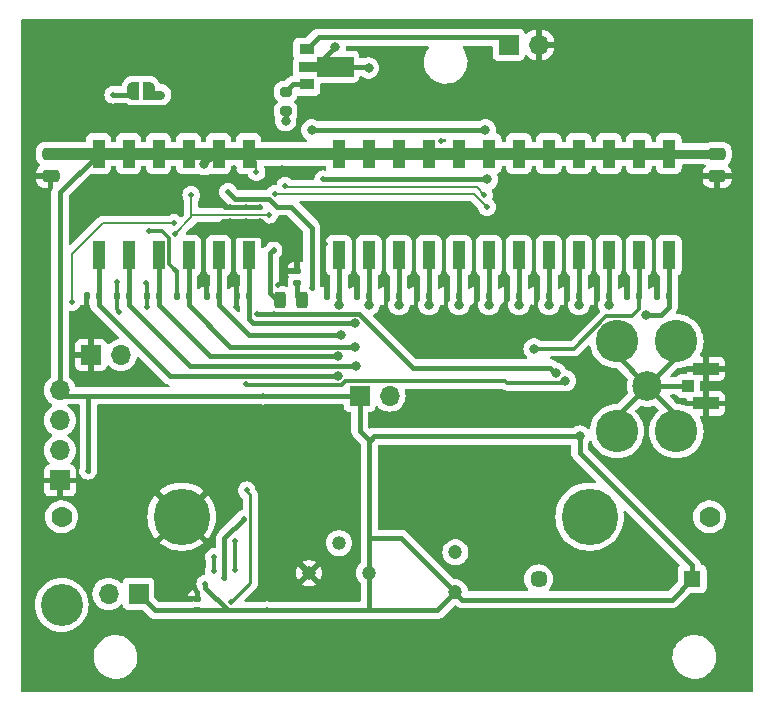
<source format=gbl>
%TF.GenerationSoftware,KiCad,Pcbnew,7.0.7*%
%TF.CreationDate,2023-11-28T10:24:48+01:00*%
%TF.ProjectId,wireless_Slave,77697265-6c65-4737-935f-536c6176652e,rev?*%
%TF.SameCoordinates,PXc751640PY92dda80*%
%TF.FileFunction,Copper,L2,Bot*%
%TF.FilePolarity,Positive*%
%FSLAX46Y46*%
G04 Gerber Fmt 4.6, Leading zero omitted, Abs format (unit mm)*
G04 Created by KiCad (PCBNEW 7.0.7) date 2023-11-28 10:24:48*
%MOMM*%
%LPD*%
G01*
G04 APERTURE LIST*
G04 Aperture macros list*
%AMRoundRect*
0 Rectangle with rounded corners*
0 $1 Rounding radius*
0 $2 $3 $4 $5 $6 $7 $8 $9 X,Y pos of 4 corners*
0 Add a 4 corners polygon primitive as box body*
4,1,4,$2,$3,$4,$5,$6,$7,$8,$9,$2,$3,0*
0 Add four circle primitives for the rounded corners*
1,1,$1+$1,$2,$3*
1,1,$1+$1,$4,$5*
1,1,$1+$1,$6,$7*
1,1,$1+$1,$8,$9*
0 Add four rect primitives between the rounded corners*
20,1,$1+$1,$2,$3,$4,$5,0*
20,1,$1+$1,$4,$5,$6,$7,0*
20,1,$1+$1,$6,$7,$8,$9,0*
20,1,$1+$1,$8,$9,$2,$3,0*%
%AMFreePoly0*
4,1,9,3.862500,-0.866500,0.737500,-0.866500,0.737500,-0.450000,-0.737500,-0.450000,-0.737500,0.450000,0.737500,0.450000,0.737500,0.866500,3.862500,0.866500,3.862500,-0.866500,3.862500,-0.866500,$1*%
%AMFreePoly1*
4,1,19,0.500000,-0.750000,0.000000,-0.750000,0.000000,-0.744911,-0.071157,-0.744911,-0.207708,-0.704816,-0.327430,-0.627875,-0.420627,-0.520320,-0.479746,-0.390866,-0.500000,-0.250000,-0.500000,0.250000,-0.479746,0.390866,-0.420627,0.520320,-0.327430,0.627875,-0.207708,0.704816,-0.071157,0.744911,0.000000,0.744911,0.000000,0.750000,0.500000,0.750000,0.500000,-0.750000,0.500000,-0.750000,
$1*%
%AMFreePoly2*
4,1,19,0.000000,0.744911,0.071157,0.744911,0.207708,0.704816,0.327430,0.627875,0.420627,0.520320,0.479746,0.390866,0.500000,0.250000,0.500000,-0.250000,0.479746,-0.390866,0.420627,-0.520320,0.327430,-0.627875,0.207708,-0.704816,0.071157,-0.744911,0.000000,-0.744911,0.000000,-0.750000,-0.500000,-0.750000,-0.500000,0.750000,0.000000,0.750000,0.000000,0.744911,0.000000,0.744911,
$1*%
G04 Aperture macros list end*
%TA.AperFunction,SMDPad,CuDef*%
%ADD10R,1.130000X2.440000*%
%TD*%
%TA.AperFunction,ComponentPad*%
%ADD11C,1.192000*%
%TD*%
%TA.AperFunction,ComponentPad*%
%ADD12R,1.447000X1.447000*%
%TD*%
%TA.AperFunction,ComponentPad*%
%ADD13C,1.447000*%
%TD*%
%TA.AperFunction,SMDPad,CuDef*%
%ADD14R,1.050000X1.000000*%
%TD*%
%TA.AperFunction,SMDPad,CuDef*%
%ADD15R,2.200000X1.050000*%
%TD*%
%TA.AperFunction,SMDPad,CuDef*%
%ADD16RoundRect,0.200000X-0.275000X0.200000X-0.275000X-0.200000X0.275000X-0.200000X0.275000X0.200000X0*%
%TD*%
%TA.AperFunction,SMDPad,CuDef*%
%ADD17RoundRect,0.135000X0.185000X-0.135000X0.185000X0.135000X-0.185000X0.135000X-0.185000X-0.135000X0*%
%TD*%
%TA.AperFunction,SMDPad,CuDef*%
%ADD18R,1.300000X0.900000*%
%TD*%
%TA.AperFunction,SMDPad,CuDef*%
%ADD19FreePoly0,0.000000*%
%TD*%
%TA.AperFunction,ComponentPad*%
%ADD20R,1.700000X1.700000*%
%TD*%
%TA.AperFunction,ComponentPad*%
%ADD21O,1.700000X1.700000*%
%TD*%
%TA.AperFunction,SMDPad,CuDef*%
%ADD22RoundRect,0.243750X0.243750X0.456250X-0.243750X0.456250X-0.243750X-0.456250X0.243750X-0.456250X0*%
%TD*%
%TA.AperFunction,ComponentPad*%
%ADD23C,1.200000*%
%TD*%
%TA.AperFunction,ComponentPad*%
%ADD24C,3.590000*%
%TD*%
%TA.AperFunction,SMDPad,CuDef*%
%ADD25RoundRect,0.250000X-0.475000X0.250000X-0.475000X-0.250000X0.475000X-0.250000X0.475000X0.250000X0*%
%TD*%
%TA.AperFunction,SMDPad,CuDef*%
%ADD26RoundRect,0.135000X-0.135000X-0.185000X0.135000X-0.185000X0.135000X0.185000X-0.135000X0.185000X0*%
%TD*%
%TA.AperFunction,SMDPad,CuDef*%
%ADD27RoundRect,0.140000X0.170000X-0.140000X0.170000X0.140000X-0.170000X0.140000X-0.170000X-0.140000X0*%
%TD*%
%TA.AperFunction,SMDPad,CuDef*%
%ADD28C,2.500000*%
%TD*%
%TA.AperFunction,SMDPad,CuDef*%
%ADD29FreePoly1,0.000000*%
%TD*%
%TA.AperFunction,SMDPad,CuDef*%
%ADD30FreePoly2,0.000000*%
%TD*%
%TA.AperFunction,ComponentPad*%
%ADD31C,4.780000*%
%TD*%
%TA.AperFunction,ComponentPad*%
%ADD32C,1.770000*%
%TD*%
%TA.AperFunction,ComponentPad*%
%ADD33C,3.560000*%
%TD*%
%TA.AperFunction,ViaPad*%
%ADD34C,0.800000*%
%TD*%
%TA.AperFunction,ViaPad*%
%ADD35C,0.500000*%
%TD*%
%TA.AperFunction,ViaPad*%
%ADD36C,1.000000*%
%TD*%
%TA.AperFunction,Conductor*%
%ADD37C,0.450000*%
%TD*%
%TA.AperFunction,Conductor*%
%ADD38C,0.300000*%
%TD*%
%TA.AperFunction,Conductor*%
%ADD39C,0.800000*%
%TD*%
%TA.AperFunction,Conductor*%
%ADD40C,1.000000*%
%TD*%
%TA.AperFunction,Conductor*%
%ADD41C,0.200000*%
%TD*%
%TA.AperFunction,Conductor*%
%ADD42C,0.400000*%
%TD*%
%TA.AperFunction,Conductor*%
%ADD43C,0.250000*%
%TD*%
G04 APERTURE END LIST*
D10*
%TO.P,SW1,A1*%
%TO.N,/RPI2040_main/C4*%
X19260000Y37005000D03*
%TO.P,SW1,A2*%
%TO.N,/RPI2040_main/C5*%
X16720000Y37005000D03*
%TO.P,SW1,A3*%
%TO.N,/RPI2040_main/C6*%
X14180000Y37005000D03*
%TO.P,SW1,A4*%
%TO.N,/RPI2040_main/C7*%
X11640000Y37005000D03*
%TO.P,SW1,A5*%
%TO.N,/RPI2040_main/C8*%
X9100000Y37005000D03*
%TO.P,SW1,A6*%
%TO.N,/RPI2040_main/C9*%
X6560000Y37005000D03*
%TO.P,SW1,B1*%
%TO.N,+3.3V*%
X19260000Y45605000D03*
%TO.P,SW1,B2*%
X16720000Y45605000D03*
%TO.P,SW1,B3*%
X14180000Y45605000D03*
%TO.P,SW1,B4*%
X11640000Y45605000D03*
%TO.P,SW1,B5*%
X9100000Y45605000D03*
%TO.P,SW1,B6*%
X6560000Y45605000D03*
%TD*%
D11*
%TO.P,U1,1,VDD*%
%TO.N,+3.3V*%
X29460000Y10100000D03*
%TO.P,U1,2,OUT*%
%TO.N,/RPI2040_main/PIR*%
X26920000Y12640000D03*
%TO.P,U1,3,GND*%
%TO.N,GND*%
X24380000Y10100000D03*
%TD*%
D12*
%TO.P,S1,1,1*%
%TO.N,+3.3V*%
X56810000Y9600000D03*
D13*
%TO.P,S1,2,2*%
%TO.N,/RPI2040_main/Vibration*%
X43810000Y9600000D03*
%TD*%
D14*
%TO.P,J6,1,SIGNAL*%
%TO.N,Net-(AE1-A)*%
X56445000Y25935000D03*
D15*
%TO.P,J6,2,GND*%
%TO.N,GND*%
X57970000Y24460000D03*
%TO.P,J6,3,GND_2*%
X57970000Y27410000D03*
%TD*%
D16*
%TO.P,R34,1*%
%TO.N,Net-(Q1-B)*%
X22420000Y50855000D03*
%TO.P,R34,2*%
%TO.N,Net-(U2-GPIO20)*%
X22420000Y49205000D03*
%TD*%
D17*
%TO.P,R33,1*%
%TO.N,Net-(D1-K)*%
X23390000Y34690000D03*
%TO.P,R33,2*%
%TO.N,GND*%
X23390000Y35710000D03*
%TD*%
D18*
%TO.P,Q1,1,B*%
%TO.N,Net-(Q1-B)*%
X24180000Y51470000D03*
D19*
%TO.P,Q1,2,C*%
%TO.N,+3.3V*%
X24267500Y52970000D03*
D18*
%TO.P,Q1,3,E*%
%TO.N,Net-(J7-Pin_1)*%
X24180000Y54470000D03*
%TD*%
D20*
%TO.P,J7,1,Pin_1*%
%TO.N,Net-(J7-Pin_1)*%
X41285000Y54840000D03*
D21*
%TO.P,J7,2,Pin_2*%
%TO.N,GND*%
X43825000Y54840000D03*
%TD*%
D22*
%TO.P,D1,1,K*%
%TO.N,Net-(D1-K)*%
X23763690Y33205000D03*
%TO.P,D1,2,A*%
%TO.N,Net-(D1-A)*%
X21888690Y33205000D03*
%TD*%
D20*
%TO.P,J5,1,Pin_1*%
%TO.N,+3.3V*%
X9940000Y8350000D03*
D21*
%TO.P,J5,2,Pin_2*%
%TO.N,/RPI2040_main/Digital_in*%
X7400000Y8350000D03*
%TD*%
D23*
%TO.P,R6,1*%
%TO.N,+3.3V*%
X36770000Y8460000D03*
%TO.P,R6,2*%
%TO.N,/RPI2040_main/LUX*%
X36770000Y11860000D03*
%TD*%
D24*
%TO.P,AE1,1,A*%
%TO.N,Net-(AE1-A)*%
X55480000Y29730000D03*
X50450000Y29730000D03*
X55480000Y22110000D03*
X50450000Y22110000D03*
%TD*%
D20*
%TO.P,J4,1,Pin_1*%
%TO.N,GND*%
X3290000Y17940000D03*
D21*
%TO.P,J4,2,Pin_2*%
%TO.N,/RPI2040_main/SCL0*%
X3290000Y20480000D03*
%TO.P,J4,3,Pin_3*%
%TO.N,/RPI2040_main/SDA0*%
X3290000Y23020000D03*
%TO.P,J4,4,Pin_4*%
%TO.N,+3.3V*%
X3290000Y25560000D03*
%TD*%
D25*
%TO.P,C26,1*%
%TO.N,+3.3V*%
X2490000Y45600000D03*
%TO.P,C26,2*%
%TO.N,GND*%
X2490000Y43700000D03*
%TD*%
%TO.P,C23,1*%
%TO.N,+3.3V*%
X58930000Y45610000D03*
%TO.P,C23,2*%
%TO.N,GND*%
X58930000Y43710000D03*
%TD*%
D10*
%TO.P,SW2,A1*%
%TO.N,/RPI2040_main/R7*%
X54850000Y37000000D03*
%TO.P,SW2,A2*%
%TO.N,/RPI2040_main/R6*%
X52310000Y37000000D03*
%TO.P,SW2,A3*%
%TO.N,/RPI2040_main/R5*%
X49770000Y37000000D03*
%TO.P,SW2,A4*%
%TO.N,/RPI2040_main/R4*%
X47230000Y37000000D03*
%TO.P,SW2,A5*%
%TO.N,/RPI2040_main/R3*%
X44690000Y37000000D03*
%TO.P,SW2,A6*%
%TO.N,/RPI2040_main/R2*%
X42150000Y37000000D03*
%TO.P,SW2,A7*%
%TO.N,/RPI2040_main/R1*%
X39610000Y37000000D03*
%TO.P,SW2,A8*%
%TO.N,/RPI2040_main/R0*%
X37070000Y37000000D03*
%TO.P,SW2,A9*%
%TO.N,/RPI2040_main/C0*%
X34530000Y37000000D03*
%TO.P,SW2,A10*%
%TO.N,/RPI2040_main/C1*%
X31990000Y37000000D03*
%TO.P,SW2,A11*%
%TO.N,/RPI2040_main/C2*%
X29450000Y37000000D03*
%TO.P,SW2,A12*%
%TO.N,/RPI2040_main/C3*%
X26910000Y37000000D03*
%TO.P,SW2,B1*%
%TO.N,+3.3V*%
X54850000Y45610000D03*
%TO.P,SW2,B2*%
X52310000Y45610000D03*
%TO.P,SW2,B3*%
X49770000Y45610000D03*
%TO.P,SW2,B4*%
X47230000Y45610000D03*
%TO.P,SW2,B5*%
X44690000Y45610000D03*
%TO.P,SW2,B6*%
X42150000Y45610000D03*
%TO.P,SW2,B7*%
X39610000Y45610000D03*
%TO.P,SW2,B8*%
X37070000Y45610000D03*
%TO.P,SW2,B9*%
X34530000Y45610000D03*
%TO.P,SW2,B10*%
X31990000Y45610000D03*
%TO.P,SW2,B11*%
X29450000Y45610000D03*
%TO.P,SW2,B12*%
X26910000Y45610000D03*
%TD*%
D26*
%TO.P,R23,1*%
%TO.N,GND*%
X43690000Y33580000D03*
%TO.P,R23,2*%
%TO.N,/RPI2040_main/R3*%
X44710000Y33580000D03*
%TD*%
D20*
%TO.P,J1,1,Pin_1*%
%TO.N,+3.3V*%
X28660000Y25120000D03*
D21*
%TO.P,J1,2,Pin_2*%
%TO.N,Net-(BT1-+)*%
X31200000Y25120000D03*
%TD*%
D26*
%TO.P,R19,1*%
%TO.N,GND*%
X53830000Y33580000D03*
%TO.P,R19,2*%
%TO.N,/RPI2040_main/R7*%
X54850000Y33580000D03*
%TD*%
D20*
%TO.P,J3,1,Pin_1*%
%TO.N,GND*%
X5920000Y28580000D03*
D21*
%TO.P,J3,2,Pin_2*%
%TO.N,Net-(J3-Pin_2)*%
X8460000Y28580000D03*
%TD*%
D26*
%TO.P,R25,1*%
%TO.N,GND*%
X38590000Y33580000D03*
%TO.P,R25,2*%
%TO.N,/RPI2040_main/R1*%
X39610000Y33580000D03*
%TD*%
%TO.P,R21,1*%
%TO.N,GND*%
X48750000Y33580000D03*
%TO.P,R21,2*%
%TO.N,/RPI2040_main/R5*%
X49770000Y33580000D03*
%TD*%
D27*
%TO.P,C22,1*%
%TO.N,+3.3V*%
X14920000Y6960000D03*
%TO.P,C22,2*%
%TO.N,GND*%
X14920000Y7920000D03*
%TD*%
D28*
%TO.P,Antenna1,1,1*%
%TO.N,Net-(AE1-A)*%
X53030000Y25946000D03*
%TD*%
D26*
%TO.P,R16,1*%
%TO.N,GND*%
X10620000Y33580000D03*
%TO.P,R16,2*%
%TO.N,/RPI2040_main/C7*%
X11640000Y33580000D03*
%TD*%
%TO.P,R15,1*%
%TO.N,GND*%
X13160000Y33580000D03*
%TO.P,R15,2*%
%TO.N,/RPI2040_main/C6*%
X14180000Y33580000D03*
%TD*%
%TO.P,R28,1*%
%TO.N,GND*%
X30960000Y33580000D03*
%TO.P,R28,2*%
%TO.N,/RPI2040_main/C1*%
X31980000Y33580000D03*
%TD*%
%TO.P,R18,1*%
%TO.N,GND*%
X5540000Y33580000D03*
%TO.P,R18,2*%
%TO.N,/RPI2040_main/C9*%
X6560000Y33580000D03*
%TD*%
%TO.P,R30,1*%
%TO.N,GND*%
X25900000Y33580000D03*
%TO.P,R30,2*%
%TO.N,/RPI2040_main/C3*%
X26920000Y33580000D03*
%TD*%
%TO.P,R13,1*%
%TO.N,GND*%
X18240000Y33580000D03*
%TO.P,R13,2*%
%TO.N,/RPI2040_main/C4*%
X19260000Y33580000D03*
%TD*%
%TO.P,R14,1*%
%TO.N,GND*%
X15700000Y33580000D03*
%TO.P,R14,2*%
%TO.N,/RPI2040_main/C5*%
X16720000Y33580000D03*
%TD*%
%TO.P,R17,1*%
%TO.N,GND*%
X8080000Y33580000D03*
%TO.P,R17,2*%
%TO.N,/RPI2040_main/C8*%
X9100000Y33580000D03*
%TD*%
%TO.P,R27,1*%
%TO.N,GND*%
X33510000Y33580000D03*
%TO.P,R27,2*%
%TO.N,/RPI2040_main/C0*%
X34530000Y33580000D03*
%TD*%
%TO.P,R22,1*%
%TO.N,GND*%
X46210000Y33580000D03*
%TO.P,R22,2*%
%TO.N,/RPI2040_main/R4*%
X47230000Y33580000D03*
%TD*%
%TO.P,R20,1*%
%TO.N,GND*%
X51290000Y33580000D03*
%TO.P,R20,2*%
%TO.N,/RPI2040_main/R6*%
X52310000Y33580000D03*
%TD*%
%TO.P,R29,1*%
%TO.N,GND*%
X28430000Y33580000D03*
%TO.P,R29,2*%
%TO.N,/RPI2040_main/C2*%
X29450000Y33580000D03*
%TD*%
D29*
%TO.P,USB_Power1,1,A*%
%TO.N,Net-(USB_Power1-A)*%
X9500000Y50950000D03*
D30*
%TO.P,USB_Power1,2,B*%
%TO.N,Net-(IC1-OUTPUT)*%
X10800000Y50950000D03*
%TD*%
D26*
%TO.P,R24,1*%
%TO.N,GND*%
X41130000Y33580000D03*
%TO.P,R24,2*%
%TO.N,/RPI2040_main/R2*%
X42150000Y33580000D03*
%TD*%
%TO.P,R26,1*%
%TO.N,GND*%
X36050000Y33580000D03*
%TO.P,R26,2*%
%TO.N,/RPI2040_main/R0*%
X37070000Y33580000D03*
%TD*%
D31*
%TO.P,BT1,1,+*%
%TO.N,Net-(BT1-+)*%
X48130000Y14870000D03*
%TO.P,BT1,2,-*%
%TO.N,GND*%
X13590000Y14870000D03*
D32*
%TO.P,BT1,3*%
%TO.N,N/C*%
X58290000Y14870000D03*
%TO.P,BT1,4*%
X3430000Y14870000D03*
D33*
%TO.P,BT1,5*%
X3430000Y7400000D03*
%TD*%
D34*
%TO.N,GND*%
X45370000Y12100000D03*
X43850000Y17020000D03*
X39200000Y14480000D03*
X31730000Y18460000D03*
D35*
X21779500Y34460000D03*
%TO.N,Net-(D1-A)*%
X21370000Y37430000D03*
D34*
%TO.N,Net-(U2-GPIO20)*%
X22410000Y48400000D03*
%TO.N,/RPI2040_main/LoRa_Boot*%
X24610000Y47620000D03*
%TO.N,+3.3V*%
X26590000Y54650500D03*
X29418541Y52858541D03*
D35*
%TO.N,GND*%
X20200000Y39900000D03*
D34*
X6720000Y41730000D03*
D35*
X52030000Y43320000D03*
X19000000Y41100000D03*
X51120000Y41410000D03*
X20400000Y12100000D03*
X43400000Y32500000D03*
X43380000Y35010000D03*
D34*
X32930000Y40800000D03*
D35*
X20200000Y41100000D03*
X47060000Y47830000D03*
X28880000Y41280000D03*
X19000000Y38700000D03*
X12900000Y47000000D03*
X43360000Y43650000D03*
X38350000Y35020000D03*
X17700000Y41100000D03*
X44380000Y23830000D03*
D34*
X40510000Y4430000D03*
D35*
X46000000Y34900000D03*
D34*
X58890000Y18540000D03*
D35*
X45920000Y43610000D03*
X47050000Y41420000D03*
X25700000Y38000000D03*
D34*
X14690000Y4180000D03*
D35*
X35570000Y46670000D03*
X40950000Y43650000D03*
X42800000Y39900000D03*
D34*
X4880000Y40010000D03*
D35*
X33300000Y32200000D03*
X41360000Y41570000D03*
X8300000Y32240000D03*
D34*
X22610000Y23980000D03*
D35*
X51100000Y34900000D03*
X12500000Y43600000D03*
X18000000Y44400000D03*
X8080000Y34760000D03*
X47030000Y52230000D03*
X10840000Y39060000D03*
X19000000Y39900000D03*
X48500000Y34900000D03*
X4320000Y50660000D03*
X41400000Y25200000D03*
X53420000Y42120000D03*
X30280000Y40210000D03*
X33200000Y34900000D03*
D34*
X11310000Y23950000D03*
D35*
X17700000Y38700000D03*
X14600000Y47900000D03*
X30700000Y34900000D03*
X38400000Y32800000D03*
X25700000Y41000000D03*
X35900000Y32200000D03*
X48310000Y49870000D03*
X10630000Y32620000D03*
D34*
X52930000Y18800000D03*
X16240000Y23980000D03*
D35*
X25700000Y35000000D03*
X17700000Y39900000D03*
X28200000Y34800000D03*
X20200000Y38700000D03*
X15620000Y34500000D03*
X24200000Y44300000D03*
X23510000Y38680500D03*
X47050000Y40030000D03*
X35800000Y34900000D03*
X10600000Y34700000D03*
D34*
X1480000Y40540000D03*
D35*
X43000000Y25200000D03*
D34*
X51910000Y4740000D03*
D35*
X13070000Y35794500D03*
X40910000Y35050000D03*
X40900000Y32800000D03*
D34*
X57870000Y33100000D03*
D35*
X53600000Y34900000D03*
X22100000Y44400000D03*
%TO.N,Net-(IC1-OUTPUT)*%
X11800000Y50600000D03*
D36*
%TO.N,+3.3V*%
X30800000Y45605000D03*
D34*
X47300000Y21700000D03*
D35*
X19930000Y44050000D03*
X20500000Y25120000D03*
X5675000Y18775000D03*
X20800000Y6945000D03*
D34*
X15522500Y44702500D03*
D35*
X15600000Y9200000D03*
X12938660Y39753880D03*
X4280000Y33040000D03*
X29500000Y21300000D03*
%TO.N,+1V1*%
X14405000Y42115000D03*
X20979502Y40450000D03*
X13022464Y38824009D03*
%TO.N,/RPI2040_main/LUX*%
X24600000Y34200000D03*
X17530000Y42370000D03*
D34*
%TO.N,/RPI2040_main/R7*%
X52900462Y31988366D03*
D35*
%TO.N,/RPI2040_main/SDA*%
X19100000Y17100000D03*
D34*
X46081218Y26386618D03*
D35*
X17800000Y7620000D03*
X19000000Y26111000D03*
%TO.N,/RPI2040_main/SCL*%
X18839500Y14700000D03*
X21400000Y32010000D03*
X17200000Y9700000D03*
X19934500Y32026944D03*
D34*
X45278233Y27009500D03*
D35*
%TO.N,/RPI2040_main/AIR_INT*%
X18140000Y12820000D03*
X18140000Y10390000D03*
%TO.N,/RPI2040_main/AIR_RES*%
X16340000Y10290000D03*
X16340000Y11454502D03*
%TO.N,Net-(USB_Power1-A)*%
X7800000Y50600000D03*
D34*
%TO.N,/RPI2040_main/R6*%
X43440000Y29090000D03*
%TO.N,/RPI2040_main/R5*%
X49770000Y32810000D03*
%TO.N,/RPI2040_main/R4*%
X47230000Y32810000D03*
%TO.N,/RPI2040_main/R3*%
X44690000Y32810000D03*
%TO.N,/RPI2040_main/R2*%
X42150000Y32810000D03*
%TO.N,/RPI2040_main/R1*%
X39610000Y32810000D03*
%TO.N,/RPI2040_main/R0*%
X37070000Y32810000D03*
%TO.N,/RPI2040_main/C0*%
X34530000Y32810000D03*
%TO.N,/RPI2040_main/C1*%
X31990000Y32810000D03*
%TO.N,/RPI2040_main/C2*%
X29450000Y32810000D03*
%TO.N,/RPI2040_main/C3*%
X26910000Y32810000D03*
%TO.N,/RPI2040_main/C4*%
X28260000Y31270500D03*
%TO.N,/RPI2040_main/C5*%
X27060000Y30270000D03*
%TO.N,/RPI2040_main/C6*%
X28239830Y29271680D03*
%TO.N,/RPI2040_main/C7*%
X26820000Y28447180D03*
%TO.N,/RPI2040_main/C8*%
X28360000Y27610000D03*
%TO.N,/RPI2040_main/C9*%
X26820000Y26785500D03*
D35*
%TO.N,/RPI2040_main/LoRa_TXD*%
X21506944Y42206944D03*
X39446444Y41076444D03*
%TO.N,/RPI2040_main/LoRa_RXD*%
X39200000Y42150000D03*
X22370000Y42885500D03*
D34*
%TO.N,/RPI2040_main/LoRa_Reset*%
X39480000Y43440000D03*
D35*
X25580000Y43440000D03*
D34*
%TO.N,/RPI2040_main/LoRa_Boot*%
X39310000Y47620000D03*
%TD*%
D37*
%TO.N,GND*%
X23390000Y38560500D02*
X23510000Y38680500D01*
X23390000Y35710000D02*
X23390000Y38560500D01*
%TO.N,Net-(D1-K)*%
X23390000Y33578690D02*
X23763690Y33205000D01*
X23390000Y34690000D02*
X23390000Y33578690D01*
%TO.N,Net-(D1-A)*%
X21105000Y37165000D02*
X21370000Y37430000D01*
X21690405Y33205000D02*
X21105000Y33790405D01*
X21105000Y33790405D02*
X21105000Y37165000D01*
X21888690Y33205000D02*
X21690405Y33205000D01*
%TO.N,Net-(J7-Pin_1)*%
X41095000Y55475000D02*
X41740000Y54830000D01*
X24180000Y54470000D02*
X25185000Y55475000D01*
X25185000Y55475000D02*
X41095000Y55475000D01*
%TO.N,Net-(U2-GPIO20)*%
X22420000Y48410000D02*
X22410000Y48400000D01*
X22420000Y49205000D02*
X22420000Y48410000D01*
%TO.N,/RPI2040_main/LoRa_Boot*%
X39310000Y47620000D02*
X24610000Y47620000D01*
%TO.N,Net-(Q1-B)*%
X24180000Y51470000D02*
X23035000Y51470000D01*
X23035000Y51470000D02*
X22420000Y50855000D01*
%TO.N,+3.3V*%
X24909500Y52970000D02*
X26590000Y54650500D01*
X24267500Y52970000D02*
X24909500Y52970000D01*
X29307082Y52970000D02*
X29418541Y52858541D01*
X24267500Y52970000D02*
X29307082Y52970000D01*
D38*
%TO.N,GND*%
X8080000Y32460000D02*
X8300000Y32240000D01*
D37*
X20300000Y39900000D02*
X20470000Y39730000D01*
D38*
X12555000Y36309500D02*
X12555000Y38442944D01*
X15620000Y33660000D02*
X15700000Y33580000D01*
X12555000Y38442944D02*
X11937944Y39060000D01*
X10620000Y34680000D02*
X10600000Y34700000D01*
D37*
X17700000Y39900000D02*
X17130000Y39900000D01*
X14920000Y8520000D02*
X14640000Y8800000D01*
X14920000Y8520000D02*
X14920000Y7920000D01*
D38*
X8080000Y33580000D02*
X8080000Y32460000D01*
X10620000Y33580000D02*
X10620000Y34680000D01*
D37*
X17130000Y39900000D02*
X17050000Y39820000D01*
X20200000Y39900000D02*
X17700000Y39900000D01*
D38*
X10620000Y32630000D02*
X10630000Y32620000D01*
X8080000Y33580000D02*
X8080000Y34760000D01*
D37*
X20200000Y41100000D02*
X17700000Y41100000D01*
D38*
X13160000Y33580000D02*
X13160000Y35704500D01*
X13160000Y35704500D02*
X13070000Y35794500D01*
X15620000Y34500000D02*
X15620000Y33660000D01*
X13070000Y35794500D02*
X12555000Y36309500D01*
D37*
X17700000Y41100000D02*
X17250000Y41100000D01*
X20200000Y38700000D02*
X17700000Y38700000D01*
D38*
X11937944Y39060000D02*
X10840000Y39060000D01*
D37*
X20200000Y39900000D02*
X20300000Y39900000D01*
D38*
X10620000Y33580000D02*
X10620000Y32630000D01*
D37*
X17250000Y41100000D02*
X16840000Y41510000D01*
D39*
%TO.N,Net-(IC1-OUTPUT)*%
X10800000Y50600000D02*
X11800000Y50600000D01*
%TO.N,+3.3V*%
X58925000Y45605000D02*
X58930000Y45610000D01*
D37*
X9940000Y8350000D02*
X11345000Y6945000D01*
X29470000Y13060000D02*
X29470000Y21270000D01*
D40*
X4680000Y45605000D02*
X2495000Y45605000D01*
D41*
X19930000Y44050000D02*
X19930000Y44935000D01*
D37*
X3290000Y42335000D02*
X6560000Y45605000D01*
X16425000Y45605000D02*
X15522500Y44702500D01*
D39*
X54845000Y45605000D02*
X54850000Y45610000D01*
D37*
X18000000Y6945000D02*
X20800000Y6945000D01*
X29470000Y21270000D02*
X29500000Y21300000D01*
X56810000Y9600000D02*
X56810000Y10773500D01*
D41*
X12938660Y39753880D02*
X6923880Y39753880D01*
D37*
X29470000Y13060000D02*
X29470000Y6975000D01*
X5675000Y18775000D02*
X5675000Y25120000D01*
X35255000Y6945000D02*
X36770000Y8460000D01*
X29900000Y21700000D02*
X29500000Y21300000D01*
X37370000Y7860000D02*
X55070000Y7860000D01*
X15600000Y8865405D02*
X15600000Y9200000D01*
X36770000Y8460000D02*
X37370000Y7860000D01*
D42*
X28660000Y22140000D02*
X29500000Y21300000D01*
D37*
X29500000Y6945000D02*
X35255000Y6945000D01*
D41*
X4280000Y37110000D02*
X4280000Y33040000D01*
D37*
X17520405Y6945000D02*
X15600000Y8865405D01*
X3290000Y25560000D02*
X3290000Y42335000D01*
D42*
X5675000Y25120000D02*
X3730000Y25120000D01*
D40*
X8320000Y45605000D02*
X30800000Y45605000D01*
D42*
X28660000Y25120000D02*
X28660000Y22140000D01*
D41*
X6923880Y39753880D02*
X4280000Y37110000D01*
D40*
X30800000Y45605000D02*
X54845000Y45605000D01*
X6560000Y45605000D02*
X8320000Y45605000D01*
D42*
X3730000Y25120000D02*
X3290000Y25560000D01*
D37*
X11345000Y6945000D02*
X18000000Y6945000D01*
D40*
X2495000Y45605000D02*
X2490000Y45600000D01*
D42*
X28660000Y25120000D02*
X20500000Y25120000D01*
D37*
X16720000Y45605000D02*
X16425000Y45605000D01*
D41*
X19930000Y44935000D02*
X19260000Y45605000D01*
D37*
X56810000Y10773500D02*
X47300000Y20283500D01*
X20800000Y6945000D02*
X29500000Y6945000D01*
X47300000Y21700000D02*
X29900000Y21700000D01*
X55070000Y7860000D02*
X56810000Y9600000D01*
X29470000Y6975000D02*
X29500000Y6945000D01*
X47300000Y20283500D02*
X47300000Y21700000D01*
D42*
X20500000Y25120000D02*
X5675000Y25120000D01*
D40*
X8320000Y45605000D02*
X4680000Y45605000D01*
D37*
X32170000Y13060000D02*
X29470000Y13060000D01*
D39*
X54845000Y45605000D02*
X58925000Y45605000D01*
D37*
X36770000Y8460000D02*
X32170000Y13060000D01*
%TO.N,Net-(AE1-A)*%
X53030000Y25946000D02*
X56434000Y25946000D01*
X53030000Y25946000D02*
X55480000Y23496000D01*
X50450000Y28526000D02*
X50450000Y29730000D01*
X56434000Y25946000D02*
X56445000Y25935000D01*
X50450000Y23366000D02*
X50450000Y22110000D01*
X53030000Y25946000D02*
X55480000Y28396000D01*
X55480000Y23496000D02*
X55480000Y22110000D01*
X53030000Y25946000D02*
X50450000Y28526000D01*
X53030000Y25946000D02*
X50450000Y23366000D01*
X55480000Y28396000D02*
X55480000Y29730000D01*
D41*
%TO.N,+1V1*%
X20979502Y40450000D02*
X14405000Y40450000D01*
X14405000Y40206545D02*
X14405000Y40450000D01*
X14405000Y40450000D02*
X14405000Y42115000D01*
X13022464Y38824009D02*
X14405000Y40206545D01*
D37*
%TO.N,/RPI2040_main/LUX*%
X18125000Y41775000D02*
X17530000Y42370000D01*
X22840000Y41110000D02*
X21650000Y41110000D01*
X24600000Y34200000D02*
X24600000Y39350000D01*
X24600000Y39350000D02*
X22840000Y41110000D01*
X21650000Y41110000D02*
X20985000Y41775000D01*
X20985000Y41775000D02*
X18125000Y41775000D01*
%TO.N,/RPI2040_main/R7*%
X54850000Y32656732D02*
X54181634Y31988366D01*
X54181634Y31988366D02*
X52900462Y31988366D01*
X54850000Y32810000D02*
X54850000Y32656732D01*
X54850000Y33570000D02*
X54850000Y32810000D01*
X54850000Y37000000D02*
X54850000Y33580000D01*
X54850000Y32810000D02*
X54850000Y32620000D01*
D38*
%TO.N,/RPI2040_main/SDA*%
X27130661Y26035500D02*
X27447580Y26352419D01*
X27447580Y26352419D02*
X40999052Y26352419D01*
D43*
X19414500Y16685500D02*
X19414500Y9234500D01*
X19000000Y17100000D02*
X19414500Y16685500D01*
D38*
X19075500Y26035500D02*
X27130661Y26035500D01*
X41151471Y26200000D02*
X45894600Y26200000D01*
X45894600Y26200000D02*
X46081218Y26386618D01*
D43*
X19414500Y9234500D02*
X17800000Y7620000D01*
X19000000Y17100000D02*
X19100000Y17100000D01*
D38*
X40999052Y26352419D02*
X41151471Y26200000D01*
X19000000Y26111000D02*
X19075500Y26035500D01*
D42*
%TO.N,/RPI2040_main/SCL*%
X44787733Y27500000D02*
X45278233Y27009500D01*
X17200000Y13060500D02*
X17200000Y9700000D01*
X27928629Y32070500D02*
X28591371Y32070500D01*
X18839500Y14700000D02*
X17200000Y13060500D01*
X19951444Y32010000D02*
X21400000Y32010000D01*
X19934500Y32026944D02*
X19951444Y32010000D01*
X27868129Y32010000D02*
X27928629Y32070500D01*
X28591371Y32070500D02*
X33161871Y27500000D01*
X21400000Y32010000D02*
X27868129Y32010000D01*
X33161871Y27500000D02*
X44787733Y27500000D01*
D38*
%TO.N,/RPI2040_main/AIR_INT*%
X18140000Y10390000D02*
X18140000Y12820000D01*
%TO.N,/RPI2040_main/AIR_RES*%
X16340000Y10290000D02*
X16340000Y11454502D01*
D42*
%TO.N,Net-(USB_Power1-A)*%
X7800000Y50600000D02*
X9500000Y50600000D01*
D38*
%TO.N,/RPI2040_main/R6*%
X46776511Y29090000D02*
X49561511Y31875000D01*
X43440000Y29090000D02*
X46776511Y29090000D01*
X52310000Y32450000D02*
X52310000Y33580000D01*
D37*
X52310000Y37000000D02*
X52310000Y33580000D01*
D38*
X51735000Y31875000D02*
X52310000Y32450000D01*
X49561511Y31875000D02*
X51735000Y31875000D01*
D37*
%TO.N,/RPI2040_main/R5*%
X49770000Y37000000D02*
X49770000Y33580000D01*
X49770000Y33570000D02*
X49770000Y32810000D01*
%TO.N,/RPI2040_main/R4*%
X47230000Y37000000D02*
X47230000Y33580000D01*
X47230000Y33570000D02*
X47230000Y32810000D01*
%TO.N,/RPI2040_main/R3*%
X44690000Y33570000D02*
X44690000Y32810000D01*
X44690000Y37000000D02*
X44690000Y33600000D01*
X44690000Y33600000D02*
X44710000Y33580000D01*
%TO.N,/RPI2040_main/R2*%
X42150000Y37000000D02*
X42150000Y33580000D01*
X42150000Y33570000D02*
X42150000Y32810000D01*
%TO.N,/RPI2040_main/R1*%
X39610000Y37000000D02*
X39610000Y33580000D01*
X39610000Y33570000D02*
X39610000Y32810000D01*
%TO.N,/RPI2040_main/R0*%
X37070000Y33570000D02*
X37070000Y32810000D01*
X37070000Y37000000D02*
X37070000Y33580000D01*
%TO.N,/RPI2040_main/C0*%
X34530000Y33570000D02*
X34530000Y32810000D01*
X34530000Y33580000D02*
X34530000Y37000000D01*
%TO.N,/RPI2040_main/C1*%
X31980000Y33580000D02*
X31980000Y36990000D01*
X31990000Y33570000D02*
X31990000Y32810000D01*
%TO.N,/RPI2040_main/C2*%
X29450000Y33580000D02*
X29450000Y37000000D01*
X29450000Y33570000D02*
X29450000Y32810000D01*
%TO.N,/RPI2040_main/C3*%
X26920000Y36990000D02*
X26910000Y37000000D01*
X26910000Y33570000D02*
X26910000Y32810000D01*
X26920000Y33580000D02*
X26920000Y36990000D01*
%TO.N,/RPI2040_main/C4*%
X19260000Y33580000D02*
X19260000Y31640000D01*
X19629500Y31270500D02*
X28260000Y31270500D01*
X19260000Y33580000D02*
X19260000Y37005000D01*
X19260000Y31640000D02*
X19629500Y31270500D01*
%TO.N,/RPI2040_main/C5*%
X16720000Y33580000D02*
X16720000Y32820000D01*
X16720000Y32820000D02*
X19268818Y30271182D01*
X16720000Y37005000D02*
X16720000Y33580000D01*
X27058818Y30271182D02*
X27060000Y30270000D01*
X19268818Y30271182D02*
X27058818Y30271182D01*
%TO.N,/RPI2040_main/C6*%
X17728320Y29271680D02*
X14180000Y32820000D01*
X28239830Y29271680D02*
X17728320Y29271680D01*
X14180000Y32820000D02*
X14180000Y33580000D01*
X14180000Y37005000D02*
X14180000Y33580000D01*
%TO.N,/RPI2040_main/C7*%
X11640000Y32820000D02*
X16012820Y28447180D01*
X11640000Y33580000D02*
X11640000Y32820000D01*
X11640000Y37005000D02*
X11640000Y33580000D01*
X16012820Y28447180D02*
X26820000Y28447180D01*
%TO.N,/RPI2040_main/C8*%
X9100000Y32820000D02*
X14310000Y27610000D01*
X9100000Y37005000D02*
X9100000Y33580000D01*
X9100000Y33580000D02*
X9100000Y32820000D01*
X14310000Y27610000D02*
X28360000Y27610000D01*
%TO.N,/RPI2040_main/C9*%
X6560000Y32820000D02*
X12594500Y26785500D01*
X6560000Y37005000D02*
X6560000Y33580000D01*
X6560000Y33580000D02*
X6560000Y32820000D01*
X12594500Y26785500D02*
X26820000Y26785500D01*
D41*
%TO.N,/RPI2040_main/LoRa_TXD*%
X38315944Y42206944D02*
X21506944Y42206944D01*
X39446444Y41076444D02*
X38315944Y42206944D01*
%TO.N,/RPI2040_main/LoRa_RXD*%
X34120000Y42760000D02*
X38590000Y42760000D01*
X22495500Y42760000D02*
X34120000Y42760000D01*
X38590000Y42760000D02*
X39200000Y42150000D01*
X22370000Y42885500D02*
X22495500Y42760000D01*
D37*
%TO.N,/RPI2040_main/LoRa_Reset*%
X39480000Y43440000D02*
X25580000Y43440000D01*
%TD*%
%TA.AperFunction,Conductor*%
%TO.N,GND*%
G36*
X46517539Y20954815D02*
G01*
X46563294Y20902011D01*
X46574500Y20850500D01*
X46574500Y20345388D01*
X46573191Y20327419D01*
X46569869Y20304742D01*
X46574263Y20254523D01*
X46574499Y20249125D01*
X46574499Y20241249D01*
X46578179Y20209764D01*
X46584650Y20135794D01*
X46586110Y20128726D01*
X46586016Y20128707D01*
X46587493Y20122048D01*
X46587586Y20122069D01*
X46589249Y20115049D01*
X46614636Y20045298D01*
X46637995Y19974808D01*
X46641050Y19968256D01*
X46640962Y19968216D01*
X46643929Y19962089D01*
X46644015Y19962132D01*
X46647256Y19955679D01*
X46688046Y19893660D01*
X46727032Y19830456D01*
X46731514Y19824787D01*
X46731436Y19824727D01*
X46735733Y19819452D01*
X46735809Y19819515D01*
X46740450Y19813984D01*
X46794456Y19763032D01*
X48610725Y17946763D01*
X48644210Y17885440D01*
X48639226Y17815748D01*
X48597354Y17759815D01*
X48531890Y17735398D01*
X48508649Y17735920D01*
X48485033Y17738681D01*
X48298352Y17760500D01*
X47961648Y17760500D01*
X47627219Y17721412D01*
X47627219Y17721411D01*
X47299592Y17643763D01*
X46983184Y17528600D01*
X46983183Y17528599D01*
X46682303Y17377491D01*
X46400983Y17192465D01*
X46143065Y16976045D01*
X46143055Y16976035D01*
X45911997Y16731130D01*
X45911992Y16731124D01*
X45710929Y16461050D01*
X45542579Y16169458D01*
X45542573Y16169445D01*
X45409215Y15860287D01*
X45312646Y15537724D01*
X45312644Y15537717D01*
X45254180Y15206147D01*
X45254179Y15206136D01*
X45234601Y14870004D01*
X45234601Y14869997D01*
X45254179Y14533865D01*
X45254180Y14533854D01*
X45312644Y14202284D01*
X45312646Y14202277D01*
X45409215Y13879714D01*
X45542573Y13570556D01*
X45542579Y13570543D01*
X45710929Y13278951D01*
X45911992Y13008877D01*
X45911997Y13008871D01*
X45992990Y12923024D01*
X46143057Y12763963D01*
X46143063Y12763958D01*
X46143065Y12763956D01*
X46400983Y12547536D01*
X46400988Y12547533D01*
X46682300Y12362511D01*
X46887888Y12259261D01*
X46983183Y12211402D01*
X46983184Y12211401D01*
X46983187Y12211400D01*
X46983191Y12211398D01*
X47299590Y12096238D01*
X47627219Y12018589D01*
X47961648Y11979500D01*
X47961655Y11979500D01*
X48298345Y11979500D01*
X48298352Y11979500D01*
X48632781Y12018589D01*
X48960410Y12096238D01*
X49276809Y12211398D01*
X49577700Y12362511D01*
X49859012Y12547533D01*
X49859487Y12547931D01*
X49969211Y12640001D01*
X50116943Y12763963D01*
X50348004Y13008873D01*
X50549071Y13278952D01*
X50717423Y13570547D01*
X50850785Y13879715D01*
X50947353Y14202275D01*
X50985495Y14418587D01*
X51005819Y14533854D01*
X51005818Y14533854D01*
X51005821Y14533865D01*
X51025399Y14870000D01*
X51005821Y15206135D01*
X51000143Y15238335D01*
X51007886Y15307771D01*
X51051941Y15362001D01*
X51118322Y15383804D01*
X51185953Y15366258D01*
X51209940Y15347548D01*
X55716119Y10841370D01*
X55749604Y10780047D01*
X55744620Y10710355D01*
X55727705Y10679378D01*
X55642704Y10565832D01*
X55642702Y10565829D01*
X55592408Y10430983D01*
X55587629Y10386528D01*
X55586001Y10371377D01*
X55586000Y10371365D01*
X55586000Y9453375D01*
X55566315Y9386336D01*
X55549681Y9365694D01*
X55359505Y9175517D01*
X54974692Y8790703D01*
X54805808Y8621819D01*
X54744485Y8588334D01*
X54718127Y8585500D01*
X44825859Y8585500D01*
X44758820Y8605185D01*
X44713065Y8657989D01*
X44703121Y8727147D01*
X44732146Y8790703D01*
X44738178Y8797181D01*
X44740149Y8799152D01*
X44751220Y8810223D01*
X44874064Y8985662D01*
X44964577Y9179768D01*
X45020009Y9386643D01*
X45035219Y9560500D01*
X45038675Y9599998D01*
X45038675Y9600003D01*
X45029883Y9700499D01*
X45020009Y9813357D01*
X44964577Y10020232D01*
X44874064Y10214337D01*
X44874062Y10214340D01*
X44874061Y10214342D01*
X44751221Y10389776D01*
X44682938Y10458059D01*
X44599777Y10541220D01*
X44424338Y10664064D01*
X44424339Y10664064D01*
X44424337Y10664065D01*
X44327285Y10709321D01*
X44230232Y10754577D01*
X44230228Y10754578D01*
X44230224Y10754580D01*
X44023362Y10810008D01*
X44023358Y10810009D01*
X44023357Y10810009D01*
X44023356Y10810010D01*
X44023351Y10810010D01*
X43810002Y10828675D01*
X43809998Y10828675D01*
X43596648Y10810010D01*
X43596637Y10810008D01*
X43389775Y10754580D01*
X43389766Y10754576D01*
X43195662Y10664064D01*
X43195658Y10664062D01*
X43020221Y10541220D01*
X42868780Y10389779D01*
X42745938Y10214342D01*
X42745936Y10214338D01*
X42655424Y10020234D01*
X42655420Y10020225D01*
X42599992Y9813363D01*
X42599990Y9813352D01*
X42581325Y9600003D01*
X42581325Y9599998D01*
X42599990Y9386649D01*
X42599992Y9386638D01*
X42655420Y9179776D01*
X42655422Y9179772D01*
X42655423Y9179768D01*
X42672740Y9142632D01*
X42745935Y8985663D01*
X42745936Y8985662D01*
X42868780Y8810223D01*
X42868783Y8810219D01*
X42868784Y8810219D01*
X42881822Y8797181D01*
X42915307Y8735858D01*
X42910323Y8666166D01*
X42868451Y8610233D01*
X42802987Y8585816D01*
X42794141Y8585500D01*
X37972111Y8585500D01*
X37905072Y8605185D01*
X37859317Y8657989D01*
X37852847Y8675559D01*
X37800582Y8859250D01*
X37785257Y8890026D01*
X37740470Y8979972D01*
X37709673Y9041821D01*
X37613884Y9168666D01*
X37586762Y9204582D01*
X37436041Y9341981D01*
X37436039Y9341983D01*
X37262642Y9449345D01*
X37262635Y9449349D01*
X37102389Y9511428D01*
X37072456Y9523024D01*
X36871976Y9560500D01*
X36871974Y9560500D01*
X36746874Y9560500D01*
X36679835Y9580185D01*
X36659193Y9596819D01*
X34396011Y11860000D01*
X35664785Y11860000D01*
X35683602Y11656918D01*
X35739417Y11460753D01*
X35739422Y11460740D01*
X35830327Y11278179D01*
X35953237Y11115419D01*
X36103958Y10978020D01*
X36103960Y10978018D01*
X36179122Y10931480D01*
X36277363Y10870652D01*
X36467544Y10796976D01*
X36668024Y10759500D01*
X36668026Y10759500D01*
X36871974Y10759500D01*
X36871976Y10759500D01*
X37072456Y10796976D01*
X37262637Y10870652D01*
X37436041Y10978019D01*
X37586764Y11115421D01*
X37709673Y11278179D01*
X37800582Y11460750D01*
X37856397Y11656917D01*
X37875215Y11860000D01*
X37856397Y12063083D01*
X37800582Y12259250D01*
X37798467Y12263497D01*
X37711747Y12437655D01*
X37709673Y12441821D01*
X37586764Y12604579D01*
X37586762Y12604582D01*
X37436041Y12741981D01*
X37436039Y12741983D01*
X37262642Y12849345D01*
X37262635Y12849349D01*
X37167546Y12886186D01*
X37072456Y12923024D01*
X36871976Y12960500D01*
X36668024Y12960500D01*
X36467544Y12923024D01*
X36467541Y12923024D01*
X36467541Y12923023D01*
X36277364Y12849349D01*
X36277357Y12849345D01*
X36103960Y12741983D01*
X36103958Y12741981D01*
X35953237Y12604582D01*
X35830327Y12441822D01*
X35739422Y12259261D01*
X35739417Y12259248D01*
X35683602Y12063083D01*
X35664785Y11860001D01*
X35664785Y11860000D01*
X34396011Y11860000D01*
X32726769Y13529242D01*
X32714988Y13542875D01*
X32708986Y13550937D01*
X32701305Y13561255D01*
X32701302Y13561257D01*
X32701302Y13561258D01*
X32662665Y13593679D01*
X32658679Y13597332D01*
X32653128Y13602884D01*
X32653123Y13602888D01*
X32628277Y13622533D01*
X32624438Y13625754D01*
X32571383Y13670273D01*
X32571380Y13670275D01*
X32565348Y13674242D01*
X32565401Y13674324D01*
X32559656Y13677983D01*
X32559605Y13677900D01*
X32553458Y13681692D01*
X32486183Y13713062D01*
X32419821Y13746390D01*
X32413035Y13748860D01*
X32413067Y13748950D01*
X32406641Y13751184D01*
X32406611Y13751092D01*
X32399755Y13753364D01*
X32327050Y13768377D01*
X32254792Y13785502D01*
X32247624Y13786339D01*
X32247635Y13786436D01*
X32240867Y13787128D01*
X32240859Y13787031D01*
X32233668Y13787661D01*
X32159432Y13785500D01*
X30319500Y13785500D01*
X30252461Y13805185D01*
X30206706Y13857989D01*
X30195500Y13909500D01*
X30195500Y20850500D01*
X30215185Y20917539D01*
X30267989Y20963294D01*
X30319500Y20974500D01*
X46450500Y20974500D01*
X46517539Y20954815D01*
G37*
%TD.AperFunction*%
%TA.AperFunction,Conductor*%
G36*
X48114153Y29405184D02*
G01*
X48170086Y29363312D01*
X48192436Y29313194D01*
X48227958Y29134614D01*
X48227963Y29134595D01*
X48324680Y28849673D01*
X48324684Y28849664D01*
X48457769Y28579795D01*
X48457772Y28579791D01*
X48457774Y28579787D01*
X48511717Y28499056D01*
X48624948Y28329592D01*
X48823353Y28103354D01*
X49049591Y27904949D01*
X49100931Y27870645D01*
X49299787Y27737774D01*
X49299791Y27737772D01*
X49299794Y27737770D01*
X49569663Y27604685D01*
X49569672Y27604681D01*
X49844719Y27511316D01*
X49854606Y27507960D01*
X49854615Y27507959D01*
X49854616Y27507958D01*
X50149723Y27449257D01*
X50149724Y27449257D01*
X50149734Y27449255D01*
X50450000Y27429575D01*
X50460013Y27430232D01*
X50528196Y27414978D01*
X50555810Y27394179D01*
X51332938Y26617051D01*
X51366423Y26555728D01*
X51361439Y26486036D01*
X51360686Y26484069D01*
X51352580Y26463416D01*
X51352576Y26463403D01*
X51294197Y26207626D01*
X51294196Y26207621D01*
X51274592Y25946005D01*
X51274592Y25945996D01*
X51294196Y25684380D01*
X51294197Y25684375D01*
X51352576Y25428598D01*
X51352578Y25428591D01*
X51352580Y25428584D01*
X51360685Y25407932D01*
X51366854Y25338339D01*
X51334417Y25276455D01*
X51332938Y25274951D01*
X50502705Y24444718D01*
X50441382Y24411233D01*
X50423136Y24408665D01*
X50149734Y24390745D01*
X50149733Y24390745D01*
X50149723Y24390744D01*
X49854616Y24332043D01*
X49854594Y24332037D01*
X49569684Y24235324D01*
X49569664Y24235316D01*
X49299797Y24102232D01*
X49299775Y24102219D01*
X49049591Y23935052D01*
X48823353Y23736647D01*
X48624948Y23510409D01*
X48457781Y23260225D01*
X48457768Y23260203D01*
X48324684Y22990336D01*
X48324676Y22990316D01*
X48227963Y22705406D01*
X48227957Y22705384D01*
X48169256Y22410277D01*
X48169253Y22410252D01*
X48168321Y22396029D01*
X48144292Y22330421D01*
X48088607Y22288220D01*
X48018946Y22282823D01*
X47957426Y22315944D01*
X47952437Y22321171D01*
X47944108Y22330421D01*
X47905871Y22372888D01*
X47877036Y22393838D01*
X47752734Y22484149D01*
X47752729Y22484152D01*
X47579807Y22561143D01*
X47579802Y22561145D01*
X47434001Y22592135D01*
X47394646Y22600500D01*
X47205354Y22600500D01*
X47172897Y22593602D01*
X47020197Y22561145D01*
X47020192Y22561143D01*
X46847270Y22484152D01*
X46847265Y22484149D01*
X46799138Y22449182D01*
X46733331Y22425702D01*
X46726253Y22425500D01*
X29961887Y22425500D01*
X29943918Y22426809D01*
X29921241Y22430131D01*
X29883283Y22426809D01*
X29871015Y22425736D01*
X29865615Y22425500D01*
X29857742Y22425500D01*
X29836757Y22423048D01*
X29826264Y22421821D01*
X29820756Y22421340D01*
X29752291Y22415350D01*
X29745224Y22413890D01*
X29745205Y22413983D01*
X29738549Y22412507D01*
X29738571Y22412414D01*
X29731543Y22410749D01*
X29661780Y22385357D01*
X29591301Y22362003D01*
X29584760Y22358952D01*
X29584719Y22359038D01*
X29578584Y22356068D01*
X29578627Y22355982D01*
X29565724Y22349502D01*
X29564648Y22351644D01*
X29508748Y22334587D01*
X29441505Y22353562D01*
X29419758Y22370899D01*
X29396819Y22393838D01*
X29363334Y22455161D01*
X29360500Y22481519D01*
X29360500Y23645501D01*
X29380185Y23712540D01*
X29432989Y23758295D01*
X29484500Y23769501D01*
X29557871Y23769501D01*
X29557872Y23769501D01*
X29617483Y23775909D01*
X29752331Y23826204D01*
X29867546Y23912454D01*
X29953796Y24027669D01*
X30002810Y24159084D01*
X30044681Y24215016D01*
X30110145Y24239434D01*
X30178418Y24224583D01*
X30206673Y24203431D01*
X30328599Y24081505D01*
X30425384Y24013735D01*
X30522165Y23945968D01*
X30522167Y23945967D01*
X30522170Y23945965D01*
X30736337Y23846097D01*
X30964592Y23784937D01*
X31141034Y23769500D01*
X31199999Y23764341D01*
X31200000Y23764341D01*
X31200001Y23764341D01*
X31258966Y23769500D01*
X31435408Y23784937D01*
X31663663Y23846097D01*
X31877830Y23945965D01*
X32071401Y24081505D01*
X32238495Y24248599D01*
X32374035Y24442170D01*
X32473903Y24656337D01*
X32535063Y24884592D01*
X32555659Y25120000D01*
X32535063Y25355408D01*
X32502055Y25478597D01*
X32484042Y25545826D01*
X32485705Y25615676D01*
X32524868Y25673538D01*
X32589097Y25701042D01*
X32603817Y25701919D01*
X40682516Y25701919D01*
X40749555Y25682234D01*
X40762159Y25672400D01*
X40766070Y25669560D01*
X40766078Y25669552D01*
X40775301Y25664482D01*
X40784678Y25659326D01*
X40800939Y25648644D01*
X40817703Y25635641D01*
X40817707Y25635638D01*
X40862282Y25616349D01*
X40867521Y25613783D01*
X40910103Y25590373D01*
X40930675Y25585092D01*
X40949065Y25578795D01*
X40968545Y25570365D01*
X41012692Y25563374D01*
X41016519Y25562767D01*
X41022228Y25561585D01*
X41069294Y25549500D01*
X41090516Y25549500D01*
X41109915Y25547974D01*
X41130876Y25544653D01*
X41175575Y25548879D01*
X41179241Y25549225D01*
X41185079Y25549500D01*
X45721094Y25549500D01*
X45771529Y25538780D01*
X45801415Y25525474D01*
X45986572Y25486118D01*
X45986573Y25486118D01*
X46175862Y25486118D01*
X46175864Y25486118D01*
X46361021Y25525474D01*
X46533948Y25602467D01*
X46687089Y25713730D01*
X46813751Y25854402D01*
X46908397Y26018334D01*
X46966892Y26198362D01*
X46986678Y26386618D01*
X46966892Y26574874D01*
X46908397Y26754902D01*
X46813751Y26918834D01*
X46687089Y27059506D01*
X46665202Y27075408D01*
X46533952Y27170767D01*
X46533947Y27170770D01*
X46361025Y27247761D01*
X46361020Y27247763D01*
X46201857Y27281593D01*
X46140375Y27314785D01*
X46109707Y27364566D01*
X46105413Y27377782D01*
X46092150Y27400754D01*
X46010766Y27541716D01*
X45884104Y27682388D01*
X45884103Y27682389D01*
X45730967Y27793649D01*
X45730962Y27793652D01*
X45558040Y27870643D01*
X45558035Y27870645D01*
X45409735Y27902166D01*
X45403105Y27903576D01*
X45341624Y27936767D01*
X45341206Y27937184D01*
X45299331Y27979059D01*
X45296797Y27981750D01*
X45255662Y28028183D01*
X45255661Y28028184D01*
X45255657Y28028188D01*
X45204629Y28063409D01*
X45201620Y28065623D01*
X45157532Y28100163D01*
X45152793Y28103876D01*
X45152788Y28103880D01*
X45143546Y28108039D01*
X45123999Y28119064D01*
X45115664Y28124817D01*
X45115665Y28124817D01*
X45115663Y28124818D01*
X45057674Y28146811D01*
X45054223Y28148241D01*
X44997663Y28173696D01*
X44987679Y28175526D01*
X44966076Y28181549D01*
X44956607Y28185140D01*
X44956604Y28185141D01*
X44895226Y28192594D01*
X44891881Y28193093D01*
X44890136Y28193402D01*
X44827560Y28224483D01*
X44791722Y28284461D01*
X44793999Y28354294D01*
X44833668Y28411809D01*
X44898136Y28438748D01*
X44911774Y28439500D01*
X46691006Y28439500D01*
X46707016Y28437733D01*
X46707039Y28437974D01*
X46714800Y28437242D01*
X46714807Y28437240D01*
X46786714Y28439500D01*
X46817436Y28439500D01*
X46824701Y28440419D01*
X46830527Y28440878D01*
X46879080Y28442403D01*
X46899467Y28448327D01*
X46918507Y28452269D01*
X46939569Y28454929D01*
X46984746Y28472817D01*
X46990246Y28474700D01*
X47036909Y28488256D01*
X47055176Y28499061D01*
X47072647Y28507620D01*
X47092382Y28515432D01*
X47131688Y28543990D01*
X47136554Y28547187D01*
X47178376Y28571919D01*
X47193381Y28586925D01*
X47208179Y28599564D01*
X47225348Y28612037D01*
X47256320Y28649478D01*
X47260234Y28653779D01*
X47983140Y29376685D01*
X48044461Y29410168D01*
X48114153Y29405184D01*
G37*
%TD.AperFunction*%
%TA.AperFunction,Conductor*%
G36*
X5674099Y33685624D02*
G01*
X5739611Y33661338D01*
X5781594Y33605489D01*
X5789500Y33561923D01*
X5789501Y33330818D01*
X5789809Y33326909D01*
X5790000Y33322042D01*
X5790000Y32767156D01*
X5795355Y32763135D01*
X5837148Y32707143D01*
X5844433Y32674779D01*
X5844650Y32672294D01*
X5846110Y32665226D01*
X5846016Y32665207D01*
X5847493Y32658548D01*
X5847586Y32658569D01*
X5849249Y32651549D01*
X5874636Y32581798D01*
X5897995Y32511308D01*
X5901050Y32504756D01*
X5900962Y32504716D01*
X5903929Y32498589D01*
X5904015Y32498632D01*
X5907256Y32492179D01*
X5948046Y32430160D01*
X5987032Y32366956D01*
X5991514Y32361287D01*
X5991436Y32361227D01*
X5995733Y32355952D01*
X5995809Y32356015D01*
X6000450Y32350484D01*
X6054456Y32299532D01*
X8241762Y30112226D01*
X8275247Y30050903D01*
X8270263Y29981211D01*
X8228391Y29925278D01*
X8186175Y29904770D01*
X7996341Y29853905D01*
X7996335Y29853902D01*
X7782171Y29754036D01*
X7782169Y29754035D01*
X7588600Y29618497D01*
X7466284Y29496181D01*
X7404961Y29462697D01*
X7335269Y29467681D01*
X7279336Y29509553D01*
X7262421Y29540530D01*
X7213354Y29672087D01*
X7213350Y29672094D01*
X7127190Y29787188D01*
X7127187Y29787191D01*
X7012093Y29873351D01*
X7012086Y29873355D01*
X6877379Y29923597D01*
X6877372Y29923599D01*
X6817844Y29930000D01*
X6170000Y29930000D01*
X6169999Y29192302D01*
X6150314Y29125262D01*
X6097510Y29079508D01*
X6028353Y29069564D01*
X5955764Y29080000D01*
X5955763Y29080000D01*
X5884237Y29080000D01*
X5884233Y29080000D01*
X5811645Y29069564D01*
X5742487Y29079508D01*
X5689684Y29125264D01*
X5670000Y29192302D01*
X5670000Y29930000D01*
X5022155Y29930000D01*
X4962627Y29923599D01*
X4962620Y29923597D01*
X4827913Y29873355D01*
X4827906Y29873351D01*
X4712812Y29787191D01*
X4712809Y29787188D01*
X4626649Y29672094D01*
X4626645Y29672087D01*
X4576403Y29537380D01*
X4576401Y29537373D01*
X4570000Y29477845D01*
X4570000Y28830000D01*
X5306653Y28830000D01*
X5373692Y28810315D01*
X5419447Y28757511D01*
X5429391Y28688353D01*
X5425631Y28671067D01*
X5420000Y28651889D01*
X5420000Y28508111D01*
X5420183Y28507489D01*
X5425631Y28488933D01*
X5425630Y28419064D01*
X5387855Y28360286D01*
X5324299Y28331262D01*
X5306653Y28330000D01*
X4570000Y28330000D01*
X4570000Y27682156D01*
X4576401Y27622628D01*
X4576403Y27622621D01*
X4626645Y27487914D01*
X4626649Y27487907D01*
X4712809Y27372813D01*
X4712812Y27372810D01*
X4827906Y27286650D01*
X4827913Y27286646D01*
X4962620Y27236404D01*
X4962627Y27236402D01*
X5022155Y27230001D01*
X5022172Y27230000D01*
X5670000Y27230000D01*
X5670000Y27967699D01*
X5689685Y28034738D01*
X5742489Y28080493D01*
X5811647Y28090437D01*
X5884237Y28080000D01*
X5884238Y28080000D01*
X5955762Y28080000D01*
X5955763Y28080000D01*
X6028353Y28090437D01*
X6097512Y28080493D01*
X6150315Y28034738D01*
X6170000Y27967699D01*
X6170000Y27230000D01*
X6817828Y27230000D01*
X6817844Y27230001D01*
X6877372Y27236402D01*
X6877379Y27236404D01*
X7012086Y27286646D01*
X7012093Y27286650D01*
X7127187Y27372810D01*
X7127190Y27372813D01*
X7213350Y27487907D01*
X7213354Y27487914D01*
X7262422Y27619471D01*
X7304293Y27675405D01*
X7369757Y27699822D01*
X7438030Y27684970D01*
X7466285Y27663819D01*
X7588599Y27541505D01*
X7636509Y27507958D01*
X7782165Y27405968D01*
X7782167Y27405967D01*
X7782170Y27405965D01*
X7996337Y27306097D01*
X8224592Y27244937D01*
X8395319Y27230000D01*
X8459999Y27224341D01*
X8460000Y27224341D01*
X8460001Y27224341D01*
X8524681Y27230000D01*
X8695408Y27244937D01*
X8923663Y27306097D01*
X9137830Y27405965D01*
X9331401Y27541505D01*
X9498495Y27708599D01*
X9634035Y27902170D01*
X9733903Y28116337D01*
X9784769Y28306176D01*
X9821134Y28365835D01*
X9883980Y28396365D01*
X9953356Y28388071D01*
X9992225Y28361763D01*
X12037731Y26316257D01*
X12049507Y26302632D01*
X12063198Y26284242D01*
X12079937Y26270196D01*
X12101825Y26251829D01*
X12105813Y26248174D01*
X12111368Y26242619D01*
X12111376Y26242612D01*
X12136237Y26222955D01*
X12193117Y26175227D01*
X12193118Y26175227D01*
X12193120Y26175225D01*
X12199153Y26171257D01*
X12199099Y26171176D01*
X12204833Y26167522D01*
X12204885Y26167605D01*
X12211037Y26163811D01*
X12278328Y26132433D01*
X12344675Y26099112D01*
X12344677Y26099112D01*
X12351464Y26096641D01*
X12351430Y26096549D01*
X12357859Y26094315D01*
X12357890Y26094407D01*
X12364739Y26092137D01*
X12437469Y26077120D01*
X12487942Y26065157D01*
X12548635Y26030542D01*
X12580978Y25968609D01*
X12574703Y25899021D01*
X12531803Y25843873D01*
X12465897Y25820673D01*
X12459344Y25820500D01*
X5882940Y25820500D01*
X5847377Y25825709D01*
X5801842Y25839341D01*
X5801844Y25839341D01*
X5801839Y25839342D01*
X5801837Y25839343D01*
X5801834Y25839343D01*
X5632530Y25849204D01*
X5632528Y25849203D01*
X5480429Y25822384D01*
X5458897Y25820500D01*
X4713489Y25820500D01*
X4646450Y25840185D01*
X4600695Y25892989D01*
X4593714Y25912407D01*
X4563905Y26023656D01*
X4563904Y26023657D01*
X4563903Y26023663D01*
X4464035Y26237829D01*
X4456792Y26248174D01*
X4328494Y26431403D01*
X4161404Y26598492D01*
X4161402Y26598494D01*
X4161401Y26598495D01*
X4097975Y26642907D01*
X4068375Y26663634D01*
X4024751Y26718211D01*
X4015500Y26765208D01*
X4015500Y32175797D01*
X4035185Y32242836D01*
X4087989Y32288591D01*
X4153384Y32299017D01*
X4279997Y32284751D01*
X4280000Y32284751D01*
X4280003Y32284751D01*
X4448056Y32303686D01*
X4448059Y32303687D01*
X4607690Y32359544D01*
X4607692Y32359546D01*
X4607694Y32359546D01*
X4607697Y32359548D01*
X4750884Y32449519D01*
X4750885Y32449520D01*
X4750890Y32449523D01*
X4870477Y32569110D01*
X4871003Y32569947D01*
X4960452Y32712303D01*
X4960456Y32712311D01*
X4961381Y32714953D01*
X4970757Y32741750D01*
X5011478Y32798526D01*
X5076430Y32824274D01*
X5144992Y32810818D01*
X5150776Y32807608D01*
X5150804Y32807596D01*
X5290000Y32767156D01*
X5290000Y33579401D01*
X5309685Y33646440D01*
X5362489Y33692195D01*
X5422593Y33703103D01*
X5674099Y33685624D01*
G37*
%TD.AperFunction*%
%TA.AperFunction,Conductor*%
G36*
X22555165Y40364815D02*
G01*
X22575807Y40348181D01*
X23838182Y39085806D01*
X23871666Y39024485D01*
X23874500Y38998127D01*
X23874500Y36584396D01*
X23854815Y36517357D01*
X23802011Y36471602D01*
X23732853Y36461658D01*
X23715906Y36465319D01*
X23675127Y36477167D01*
X23640000Y36479932D01*
X23640000Y35584500D01*
X23620315Y35517461D01*
X23567511Y35471706D01*
X23516000Y35460500D01*
X23140819Y35460499D01*
X23140820Y35460499D01*
X23136903Y35460191D01*
X23132041Y35460000D01*
X22577156Y35460000D01*
X22617594Y35320807D01*
X22651419Y35263612D01*
X22668601Y35195888D01*
X22651419Y35137372D01*
X22617130Y35079393D01*
X22617129Y35079389D01*
X22572335Y34925209D01*
X22572334Y34925203D01*
X22569500Y34889183D01*
X22569501Y34490819D01*
X22569501Y34490817D01*
X22570230Y34481543D01*
X22555862Y34413167D01*
X22506808Y34363413D01*
X22438642Y34348078D01*
X22407608Y34354116D01*
X22283966Y34395087D01*
X22182045Y34405500D01*
X22182038Y34405500D01*
X21954500Y34405500D01*
X21887461Y34425185D01*
X21841706Y34477989D01*
X21830500Y34529500D01*
X21830500Y35960000D01*
X22577156Y35960000D01*
X23140000Y35960000D01*
X23140000Y35960001D01*
X23139999Y36479932D01*
X23104869Y36477166D01*
X23104868Y36477166D01*
X22950811Y36432408D01*
X22950808Y36432407D01*
X22812714Y36350739D01*
X22812705Y36350732D01*
X22699268Y36237295D01*
X22699261Y36237286D01*
X22617595Y36099195D01*
X22577156Y35960000D01*
X21830500Y35960000D01*
X21830500Y36777771D01*
X21850185Y36844810D01*
X21866819Y36865452D01*
X21866819Y36865453D01*
X21960477Y36959110D01*
X22050452Y37102303D01*
X22050454Y37102306D01*
X22050454Y37102308D01*
X22050456Y37102310D01*
X22106313Y37261941D01*
X22106313Y37261942D01*
X22106314Y37261944D01*
X22125249Y37429998D01*
X22125249Y37430003D01*
X22106314Y37598057D01*
X22065260Y37715382D01*
X22050456Y37757690D01*
X22050455Y37757691D01*
X22050454Y37757695D01*
X22050452Y37757698D01*
X21960481Y37900885D01*
X21960476Y37900891D01*
X21840890Y38020477D01*
X21840884Y38020482D01*
X21697697Y38110453D01*
X21697694Y38110455D01*
X21538056Y38166315D01*
X21370003Y38185249D01*
X21369997Y38185249D01*
X21201943Y38166315D01*
X21042305Y38110455D01*
X21042302Y38110453D01*
X20899115Y38020482D01*
X20899109Y38020477D01*
X20779521Y37900889D01*
X20779520Y37900887D01*
X20727180Y37817589D01*
X20709868Y37795881D01*
X20635758Y37721771D01*
X20622127Y37709990D01*
X20603739Y37696301D01*
X20571328Y37657675D01*
X20567680Y37653693D01*
X20562120Y37648132D01*
X20546765Y37628713D01*
X20489743Y37588337D01*
X20419943Y37585199D01*
X20359528Y37620295D01*
X20327678Y37682483D01*
X20325499Y37705625D01*
X20325499Y38272871D01*
X20325498Y38272877D01*
X20325497Y38272884D01*
X20320299Y38321243D01*
X20319091Y38332484D01*
X20268797Y38467329D01*
X20268793Y38467336D01*
X20182547Y38582545D01*
X20182544Y38582548D01*
X20067335Y38668794D01*
X20067328Y38668798D01*
X19932482Y38719092D01*
X19932483Y38719092D01*
X19872883Y38725499D01*
X19872881Y38725500D01*
X19872873Y38725500D01*
X19872864Y38725500D01*
X18647129Y38725500D01*
X18647123Y38725499D01*
X18587516Y38719092D01*
X18452671Y38668798D01*
X18452664Y38668794D01*
X18337455Y38582548D01*
X18337452Y38582545D01*
X18251206Y38467336D01*
X18251202Y38467329D01*
X18200908Y38332483D01*
X18194501Y38272884D01*
X18194501Y38272877D01*
X18194500Y38272865D01*
X18194500Y35737130D01*
X18194501Y35737124D01*
X18200908Y35677517D01*
X18251202Y35542672D01*
X18251206Y35542665D01*
X18337452Y35427456D01*
X18337455Y35427453D01*
X18452666Y35341206D01*
X18452664Y35341206D01*
X18452668Y35341205D01*
X18452669Y35341204D01*
X18453832Y35340771D01*
X18454827Y35340026D01*
X18460452Y35336954D01*
X18460010Y35336146D01*
X18509765Y35298901D01*
X18534184Y35233437D01*
X18534500Y35224588D01*
X18534500Y34488218D01*
X18514815Y34421179D01*
X18490000Y34394487D01*
X18490000Y33837975D01*
X18489809Y33833111D01*
X18489500Y33829184D01*
X18489500Y33829183D01*
X18489501Y33330818D01*
X18489809Y33326909D01*
X18490000Y33322042D01*
X18490000Y32764181D01*
X18526743Y32714953D01*
X18534500Y32671784D01*
X18534500Y32330875D01*
X18514815Y32263836D01*
X18462011Y32218081D01*
X18392853Y32208137D01*
X18329297Y32237162D01*
X18322819Y32243194D01*
X17981870Y32584142D01*
X17948385Y32645465D01*
X17953369Y32715156D01*
X17990000Y32764163D01*
X17990000Y34392846D01*
X17989998Y34392847D01*
X17850811Y34352409D01*
X17850808Y34352407D01*
X17712714Y34270739D01*
X17712705Y34270732D01*
X17657181Y34215207D01*
X17595858Y34181722D01*
X17526166Y34186706D01*
X17470233Y34228578D01*
X17445816Y34294042D01*
X17445500Y34302888D01*
X17445500Y35224588D01*
X17465185Y35291627D01*
X17517989Y35337382D01*
X17526159Y35340768D01*
X17527331Y35341204D01*
X17642546Y35427454D01*
X17728796Y35542669D01*
X17779091Y35677517D01*
X17785500Y35737127D01*
X17785499Y38272872D01*
X17780299Y38321243D01*
X17779091Y38332484D01*
X17728797Y38467329D01*
X17728793Y38467336D01*
X17642547Y38582545D01*
X17642544Y38582548D01*
X17527335Y38668794D01*
X17527328Y38668798D01*
X17392482Y38719092D01*
X17392483Y38719092D01*
X17332883Y38725499D01*
X17332881Y38725500D01*
X17332873Y38725500D01*
X17332864Y38725500D01*
X16107129Y38725500D01*
X16107123Y38725499D01*
X16047516Y38719092D01*
X15912671Y38668798D01*
X15912664Y38668794D01*
X15797455Y38582548D01*
X15797452Y38582545D01*
X15711206Y38467336D01*
X15711202Y38467329D01*
X15660908Y38332483D01*
X15654501Y38272884D01*
X15654501Y38272877D01*
X15654500Y38272865D01*
X15654500Y35737130D01*
X15654501Y35737124D01*
X15660908Y35677517D01*
X15711202Y35542672D01*
X15711206Y35542665D01*
X15797452Y35427456D01*
X15797455Y35427453D01*
X15912666Y35341206D01*
X15912667Y35341206D01*
X15912669Y35341204D01*
X15913824Y35340774D01*
X15914813Y35340033D01*
X15920452Y35336954D01*
X15920009Y35336144D01*
X15969760Y35298907D01*
X15994182Y35233445D01*
X15994499Y35224589D01*
X15994499Y34488216D01*
X15974814Y34421177D01*
X15950000Y34394486D01*
X15950000Y33837975D01*
X15949809Y33833111D01*
X15949500Y33829184D01*
X15949500Y33550664D01*
X15929815Y33483625D01*
X15877011Y33437870D01*
X15835047Y33427032D01*
X15583547Y33407611D01*
X15515191Y33422076D01*
X15465506Y33471200D01*
X15450000Y33531243D01*
X15450000Y34392846D01*
X15449998Y34392847D01*
X15310811Y34352409D01*
X15310808Y34352407D01*
X15172714Y34270739D01*
X15172705Y34270732D01*
X15117181Y34215207D01*
X15055858Y34181722D01*
X14986166Y34186706D01*
X14930233Y34228578D01*
X14905816Y34294042D01*
X14905500Y34302888D01*
X14905500Y34529500D01*
X14905500Y35224592D01*
X14925183Y35291627D01*
X14977987Y35337382D01*
X14986170Y35340771D01*
X14987331Y35341204D01*
X15102546Y35427454D01*
X15188796Y35542669D01*
X15239091Y35677517D01*
X15245500Y35737127D01*
X15245499Y38272872D01*
X15240299Y38321243D01*
X15239091Y38332484D01*
X15188797Y38467329D01*
X15188793Y38467336D01*
X15102547Y38582545D01*
X15102544Y38582548D01*
X14987335Y38668794D01*
X14987328Y38668798D01*
X14852482Y38719092D01*
X14852483Y38719092D01*
X14792883Y38725499D01*
X14792881Y38725500D01*
X14792873Y38725500D01*
X14792865Y38725500D01*
X14072551Y38725500D01*
X14005512Y38745185D01*
X13959757Y38797989D01*
X13949813Y38867147D01*
X13978838Y38930703D01*
X13984870Y38937181D01*
X14376449Y39328760D01*
X14798914Y39751226D01*
X14804999Y39756562D01*
X14833282Y39778263D01*
X14850717Y39800986D01*
X14907145Y39842189D01*
X14949094Y39849500D01*
X20488839Y39849500D01*
X20554810Y39830495D01*
X20651812Y39769544D01*
X20773123Y39727096D01*
X20811445Y39713686D01*
X20979499Y39694751D01*
X20979502Y39694751D01*
X20979505Y39694751D01*
X21147558Y39713686D01*
X21147561Y39713687D01*
X21307192Y39769544D01*
X21307194Y39769546D01*
X21307196Y39769546D01*
X21307199Y39769548D01*
X21450386Y39859519D01*
X21450387Y39859520D01*
X21450392Y39859523D01*
X21569979Y39979110D01*
X21659958Y40122310D01*
X21715815Y40281941D01*
X21715815Y40281945D01*
X21715818Y40281952D01*
X21717223Y40288104D01*
X21751337Y40349079D01*
X21813002Y40381931D01*
X21838111Y40384500D01*
X22488126Y40384500D01*
X22555165Y40364815D01*
G37*
%TD.AperFunction*%
%TA.AperFunction,Conductor*%
G36*
X7977540Y44584815D02*
G01*
X8023295Y44532011D01*
X8034501Y44480500D01*
X8034501Y44337124D01*
X8040908Y44277517D01*
X8091202Y44142672D01*
X8091206Y44142665D01*
X8177452Y44027456D01*
X8177455Y44027453D01*
X8292664Y43941207D01*
X8292671Y43941203D01*
X8427517Y43890909D01*
X8427516Y43890909D01*
X8434444Y43890165D01*
X8487127Y43884500D01*
X9712872Y43884501D01*
X9772483Y43890909D01*
X9907331Y43941204D01*
X10022546Y44027454D01*
X10108796Y44142669D01*
X10159091Y44277517D01*
X10165500Y44337127D01*
X10165500Y44480501D01*
X10185185Y44547539D01*
X10237989Y44593294D01*
X10289500Y44604500D01*
X10450501Y44604500D01*
X10517540Y44584815D01*
X10563295Y44532011D01*
X10574501Y44480500D01*
X10574501Y44337124D01*
X10580908Y44277517D01*
X10631202Y44142672D01*
X10631206Y44142665D01*
X10717452Y44027456D01*
X10717455Y44027453D01*
X10832664Y43941207D01*
X10832671Y43941203D01*
X10967517Y43890909D01*
X10967516Y43890909D01*
X10974444Y43890165D01*
X11027127Y43884500D01*
X12252872Y43884501D01*
X12312483Y43890909D01*
X12447331Y43941204D01*
X12562546Y44027454D01*
X12648796Y44142669D01*
X12699091Y44277517D01*
X12705500Y44337127D01*
X12705500Y44480501D01*
X12725185Y44547539D01*
X12777989Y44593294D01*
X12829500Y44604500D01*
X12990501Y44604500D01*
X13057540Y44584815D01*
X13103295Y44532011D01*
X13114501Y44480500D01*
X13114501Y44337124D01*
X13120908Y44277517D01*
X13171202Y44142672D01*
X13171206Y44142665D01*
X13257452Y44027456D01*
X13257455Y44027453D01*
X13372664Y43941207D01*
X13372671Y43941203D01*
X13507517Y43890909D01*
X13507516Y43890909D01*
X13514444Y43890165D01*
X13567127Y43884500D01*
X14792872Y43884501D01*
X14852483Y43890909D01*
X14958654Y43930509D01*
X15028342Y43935492D01*
X15063148Y43919879D01*
X15064141Y43921598D01*
X15069766Y43918351D01*
X15069769Y43918350D01*
X15069770Y43918349D01*
X15134561Y43889502D01*
X15242692Y43841358D01*
X15242697Y43841356D01*
X15427854Y43802000D01*
X15427855Y43802000D01*
X15617144Y43802000D01*
X15617146Y43802000D01*
X15802303Y43841356D01*
X15928352Y43897479D01*
X15997600Y43906764D01*
X16022120Y43900381D01*
X16034111Y43895909D01*
X16047517Y43890909D01*
X16107127Y43884500D01*
X17332872Y43884501D01*
X17392483Y43890909D01*
X17527331Y43941204D01*
X17642546Y44027454D01*
X17728796Y44142669D01*
X17779091Y44277517D01*
X17785500Y44337127D01*
X17785500Y44480501D01*
X17805185Y44547539D01*
X17857989Y44593294D01*
X17909500Y44604500D01*
X18070501Y44604500D01*
X18137540Y44584815D01*
X18183295Y44532011D01*
X18194501Y44480500D01*
X18194501Y44337124D01*
X18200908Y44277517D01*
X18251202Y44142672D01*
X18251206Y44142665D01*
X18337452Y44027456D01*
X18337455Y44027453D01*
X18452664Y43941207D01*
X18452671Y43941203D01*
X18481346Y43930508D01*
X18587517Y43890909D01*
X18647127Y43884500D01*
X19104808Y43884501D01*
X19171847Y43864817D01*
X19217602Y43812013D01*
X19221850Y43801456D01*
X19249545Y43722306D01*
X19249547Y43722303D01*
X19339518Y43579116D01*
X19339523Y43579110D01*
X19459109Y43459524D01*
X19459115Y43459519D01*
X19602302Y43369548D01*
X19602305Y43369546D01*
X19602309Y43369545D01*
X19602310Y43369544D01*
X19674913Y43344140D01*
X19761943Y43313686D01*
X19929997Y43294751D01*
X19930000Y43294751D01*
X19930003Y43294751D01*
X20098056Y43313686D01*
X20098059Y43313687D01*
X20257690Y43369544D01*
X20257692Y43369546D01*
X20257694Y43369546D01*
X20257697Y43369548D01*
X20400884Y43459519D01*
X20400885Y43459520D01*
X20400890Y43459523D01*
X20520477Y43579110D01*
X20547309Y43621813D01*
X20610452Y43722303D01*
X20610454Y43722306D01*
X20610454Y43722308D01*
X20610456Y43722310D01*
X20666313Y43881941D01*
X20666313Y43881942D01*
X20666314Y43881944D01*
X20685249Y44049998D01*
X20685249Y44050003D01*
X20666314Y44218057D01*
X20645508Y44277517D01*
X20610456Y44377690D01*
X20610454Y44377693D01*
X20610454Y44377694D01*
X20587310Y44414527D01*
X20568309Y44481764D01*
X20588676Y44548599D01*
X20641944Y44593814D01*
X20692303Y44604500D01*
X25720501Y44604500D01*
X25787540Y44584815D01*
X25833295Y44532011D01*
X25844501Y44480500D01*
X25844501Y44342122D01*
X25847194Y44317072D01*
X25834787Y44248313D01*
X25787175Y44197177D01*
X25719476Y44179899D01*
X25710021Y44180600D01*
X25580004Y44195249D01*
X25579997Y44195249D01*
X25411943Y44176315D01*
X25252305Y44120455D01*
X25252302Y44120453D01*
X25109115Y44030482D01*
X25109109Y44030477D01*
X24989523Y43910891D01*
X24989518Y43910885D01*
X24899547Y43767698D01*
X24899545Y43767695D01*
X24843685Y43608057D01*
X24828200Y43470616D01*
X24801133Y43406202D01*
X24743538Y43366647D01*
X24704980Y43360500D01*
X23007729Y43360500D01*
X22940690Y43380185D01*
X22920048Y43396819D01*
X22840890Y43475977D01*
X22840884Y43475982D01*
X22697697Y43565953D01*
X22697694Y43565955D01*
X22538056Y43621815D01*
X22370003Y43640749D01*
X22369997Y43640749D01*
X22201943Y43621815D01*
X22042305Y43565955D01*
X22042302Y43565953D01*
X21899115Y43475982D01*
X21899109Y43475977D01*
X21779523Y43356391D01*
X21779518Y43356385D01*
X21689547Y43213198D01*
X21689544Y43213193D01*
X21664242Y43140881D01*
X21633687Y43053559D01*
X21633686Y43053557D01*
X21631388Y43046987D01*
X21628853Y43047874D01*
X21600674Y42997565D01*
X21538992Y42964745D01*
X21513908Y42963544D01*
X21513908Y42962193D01*
X21506941Y42962193D01*
X21338887Y42943259D01*
X21179249Y42887399D01*
X21179246Y42887397D01*
X21036059Y42797426D01*
X21036053Y42797421D01*
X20916467Y42677835D01*
X20899567Y42650938D01*
X20858695Y42585890D01*
X20841502Y42558528D01*
X20789167Y42512237D01*
X20736508Y42500500D01*
X18476874Y42500500D01*
X18409835Y42520185D01*
X18389193Y42536819D01*
X18190131Y42735880D01*
X18172818Y42757589D01*
X18167757Y42765644D01*
X18120477Y42840890D01*
X18000890Y42960477D01*
X18000884Y42960482D01*
X17857697Y43050453D01*
X17857694Y43050455D01*
X17698056Y43106315D01*
X17530003Y43125249D01*
X17529997Y43125249D01*
X17361943Y43106315D01*
X17202305Y43050455D01*
X17202302Y43050453D01*
X17059115Y42960482D01*
X17059109Y42960477D01*
X16939523Y42840891D01*
X16939518Y42840885D01*
X16849547Y42697698D01*
X16849545Y42697695D01*
X16793685Y42538057D01*
X16774751Y42370003D01*
X16774751Y42369998D01*
X16793685Y42201944D01*
X16849545Y42042306D01*
X16849547Y42042303D01*
X16939518Y41899116D01*
X16939523Y41899110D01*
X17059110Y41779523D01*
X17142410Y41727182D01*
X17164118Y41709870D01*
X17568231Y41305757D01*
X17580007Y41292132D01*
X17593698Y41273742D01*
X17593699Y41273741D01*
X17598769Y41269487D01*
X17637469Y41211315D01*
X17638575Y41141454D01*
X17601737Y41082085D01*
X17538648Y41052057D01*
X17519060Y41050500D01*
X15129500Y41050500D01*
X15062461Y41070185D01*
X15016706Y41122989D01*
X15005500Y41174500D01*
X15005500Y41624338D01*
X15024507Y41690311D01*
X15047886Y41727519D01*
X15085456Y41787310D01*
X15141313Y41946941D01*
X15160249Y42115000D01*
X15156306Y42149998D01*
X15141314Y42283057D01*
X15098345Y42405856D01*
X15085456Y42442690D01*
X15085455Y42442691D01*
X15085454Y42442695D01*
X15085452Y42442698D01*
X14995481Y42585885D01*
X14995476Y42585891D01*
X14875890Y42705477D01*
X14875884Y42705482D01*
X14732697Y42795453D01*
X14732694Y42795455D01*
X14573056Y42851315D01*
X14405003Y42870249D01*
X14404997Y42870249D01*
X14236943Y42851315D01*
X14077305Y42795455D01*
X14077302Y42795453D01*
X13934115Y42705482D01*
X13934109Y42705477D01*
X13814523Y42585891D01*
X13814518Y42585885D01*
X13724547Y42442698D01*
X13724545Y42442695D01*
X13668685Y42283057D01*
X13649751Y42115003D01*
X13649751Y42114998D01*
X13668686Y41946943D01*
X13724544Y41787310D01*
X13785493Y41690311D01*
X13804500Y41624338D01*
X13804500Y40506643D01*
X13784815Y40439604D01*
X13768185Y40418967D01*
X13703599Y40354380D01*
X13639244Y40290025D01*
X13577921Y40256541D01*
X13508229Y40261525D01*
X13463882Y40290025D01*
X13463881Y40290026D01*
X13409550Y40344357D01*
X13409547Y40344359D01*
X13409546Y40344360D01*
X13409544Y40344362D01*
X13266357Y40434333D01*
X13266354Y40434335D01*
X13106716Y40490195D01*
X12938663Y40509129D01*
X12938657Y40509129D01*
X12770603Y40490195D01*
X12610967Y40434335D01*
X12513969Y40373386D01*
X12447997Y40354380D01*
X6967308Y40354380D01*
X6959209Y40354911D01*
X6923880Y40359562D01*
X6884519Y40354380D01*
X6767119Y40338925D01*
X6767117Y40338924D01*
X6621037Y40278416D01*
X6495599Y40182164D01*
X6473899Y40153886D01*
X6468548Y40147784D01*
X4227180Y37906417D01*
X4165857Y37872932D01*
X4096165Y37877916D01*
X4040232Y37919788D01*
X4015815Y37985252D01*
X4015499Y37994098D01*
X4015499Y39859524D01*
X4015499Y41983131D01*
X4035184Y42050166D01*
X4051813Y42070803D01*
X5831486Y43850476D01*
X5892807Y43883959D01*
X5932417Y43886082D01*
X5947127Y43884500D01*
X7172872Y43884501D01*
X7232483Y43890909D01*
X7367331Y43941204D01*
X7482546Y44027454D01*
X7568796Y44142669D01*
X7619091Y44277517D01*
X7625500Y44337127D01*
X7625500Y44480501D01*
X7645185Y44547539D01*
X7697989Y44593294D01*
X7749500Y44604500D01*
X7910501Y44604500D01*
X7977540Y44584815D01*
G37*
%TD.AperFunction*%
%TA.AperFunction,Conductor*%
G36*
X35947539Y46874815D02*
G01*
X35993294Y46822011D01*
X36004500Y46770500D01*
X36004500Y46729500D01*
X35984815Y46662461D01*
X35932011Y46616706D01*
X35880500Y46605500D01*
X35719499Y46605500D01*
X35652460Y46625185D01*
X35606705Y46677989D01*
X35595499Y46729500D01*
X35595499Y46770500D01*
X35615184Y46837539D01*
X35667988Y46883294D01*
X35719499Y46894500D01*
X35880500Y46894500D01*
X35947539Y46874815D01*
G37*
%TD.AperFunction*%
%TA.AperFunction,Conductor*%
G36*
X61942539Y56979815D02*
G01*
X61988294Y56927011D01*
X61999500Y56875500D01*
X61999500Y124500D01*
X61979815Y57461D01*
X61927011Y11706D01*
X61875500Y500D01*
X124500Y500D01*
X57461Y20185D01*
X11706Y72989D01*
X500Y124500D01*
X500Y2932237D01*
X6145787Y2932237D01*
X6175413Y2662987D01*
X6175415Y2662976D01*
X6243926Y2400918D01*
X6243928Y2400912D01*
X6349870Y2151610D01*
X6421998Y2033425D01*
X6490979Y1920395D01*
X6490986Y1920385D01*
X6664253Y1712181D01*
X6664259Y1712176D01*
X6865998Y1531418D01*
X7091910Y1381956D01*
X7337176Y1266980D01*
X7337183Y1266978D01*
X7337185Y1266977D01*
X7596557Y1188943D01*
X7596564Y1188942D01*
X7596569Y1188940D01*
X7864561Y1149500D01*
X7864566Y1149500D01*
X8067636Y1149500D01*
X8119133Y1153270D01*
X8270156Y1164323D01*
X8382758Y1189407D01*
X8534546Y1223218D01*
X8534548Y1223219D01*
X8534553Y1223220D01*
X8787558Y1319986D01*
X9023777Y1452559D01*
X9238177Y1618112D01*
X9426186Y1813119D01*
X9583799Y2033421D01*
X9657787Y2177331D01*
X9707649Y2274310D01*
X9707651Y2274316D01*
X9707656Y2274325D01*
X9795118Y2530695D01*
X9844319Y2797067D01*
X9849259Y2932237D01*
X55145787Y2932237D01*
X55175413Y2662987D01*
X55175415Y2662976D01*
X55243926Y2400918D01*
X55243928Y2400912D01*
X55349870Y2151610D01*
X55421998Y2033425D01*
X55490979Y1920395D01*
X55490986Y1920385D01*
X55664253Y1712181D01*
X55664259Y1712176D01*
X55865998Y1531418D01*
X56091910Y1381956D01*
X56337176Y1266980D01*
X56337183Y1266978D01*
X56337185Y1266977D01*
X56596557Y1188943D01*
X56596564Y1188942D01*
X56596569Y1188940D01*
X56864561Y1149500D01*
X56864566Y1149500D01*
X57067636Y1149500D01*
X57119133Y1153270D01*
X57270156Y1164323D01*
X57382758Y1189407D01*
X57534546Y1223218D01*
X57534548Y1223219D01*
X57534553Y1223220D01*
X57787558Y1319986D01*
X58023777Y1452559D01*
X58238177Y1618112D01*
X58426186Y1813119D01*
X58583799Y2033421D01*
X58657787Y2177331D01*
X58707649Y2274310D01*
X58707651Y2274316D01*
X58707656Y2274325D01*
X58795118Y2530695D01*
X58844319Y2797067D01*
X58854212Y3067765D01*
X58824586Y3337018D01*
X58756072Y3599088D01*
X58650130Y3848390D01*
X58509018Y4079610D01*
X58419747Y4186881D01*
X58335746Y4287820D01*
X58335740Y4287825D01*
X58134002Y4468582D01*
X57908092Y4618043D01*
X57908090Y4618044D01*
X57662824Y4733020D01*
X57662819Y4733022D01*
X57662814Y4733024D01*
X57403442Y4811058D01*
X57403428Y4811061D01*
X57287791Y4828079D01*
X57135439Y4850500D01*
X56932369Y4850500D01*
X56932364Y4850500D01*
X56729844Y4835677D01*
X56729831Y4835675D01*
X56465453Y4776783D01*
X56465446Y4776780D01*
X56212439Y4680013D01*
X55976226Y4547443D01*
X55761822Y4381888D01*
X55573822Y4186891D01*
X55573816Y4186884D01*
X55416202Y3966581D01*
X55416199Y3966576D01*
X55292350Y3725691D01*
X55292343Y3725673D01*
X55204884Y3469315D01*
X55204881Y3469301D01*
X55155681Y3202932D01*
X55155680Y3202925D01*
X55145787Y2932237D01*
X9849259Y2932237D01*
X9854212Y3067765D01*
X9824586Y3337018D01*
X9756072Y3599088D01*
X9650130Y3848390D01*
X9509018Y4079610D01*
X9419747Y4186881D01*
X9335746Y4287820D01*
X9335740Y4287825D01*
X9134002Y4468582D01*
X8908092Y4618043D01*
X8908090Y4618044D01*
X8662824Y4733020D01*
X8662819Y4733022D01*
X8662814Y4733024D01*
X8403442Y4811058D01*
X8403428Y4811061D01*
X8287791Y4828079D01*
X8135439Y4850500D01*
X7932369Y4850500D01*
X7932364Y4850500D01*
X7729844Y4835677D01*
X7729831Y4835675D01*
X7465453Y4776783D01*
X7465446Y4776780D01*
X7212439Y4680013D01*
X6976226Y4547443D01*
X6761822Y4381888D01*
X6573822Y4186891D01*
X6573816Y4186884D01*
X6416202Y3966581D01*
X6416199Y3966576D01*
X6292350Y3725691D01*
X6292343Y3725673D01*
X6204884Y3469315D01*
X6204881Y3469301D01*
X6155681Y3202932D01*
X6155680Y3202925D01*
X6145787Y2932237D01*
X500Y2932237D01*
X500Y7400000D01*
X1144607Y7400000D01*
X1162150Y7132341D01*
X1164159Y7101698D01*
X1164161Y7101686D01*
X1222477Y6808508D01*
X1222483Y6808487D01*
X1318568Y6525426D01*
X1318572Y6525416D01*
X1450789Y6257307D01*
X1616877Y6008740D01*
X1813982Y5783983D01*
X1989495Y5630064D01*
X2038741Y5586876D01*
X2287303Y5420792D01*
X2287306Y5420790D01*
X2555415Y5288573D01*
X2555425Y5288569D01*
X2753865Y5221209D01*
X2838497Y5192480D01*
X3131696Y5134159D01*
X3430000Y5114607D01*
X3728304Y5134159D01*
X4021503Y5192480D01*
X4214113Y5257863D01*
X4304574Y5288569D01*
X4304584Y5288573D01*
X4572693Y5420790D01*
X4572693Y5420791D01*
X4572697Y5420792D01*
X4821259Y5586876D01*
X5046017Y5783983D01*
X5243124Y6008741D01*
X5409208Y6257303D01*
X5410360Y6259638D01*
X5541427Y6525416D01*
X5541431Y6525426D01*
X5572137Y6615887D01*
X5637520Y6808497D01*
X5695841Y7101696D01*
X5715393Y7400000D01*
X5695841Y7698304D01*
X5637520Y7991503D01*
X5595737Y8114592D01*
X5541431Y8274575D01*
X5541427Y8274584D01*
X5409213Y8542687D01*
X5409204Y8542702D01*
X5405920Y8547617D01*
X5243124Y8791259D01*
X5159471Y8886647D01*
X5046017Y9016018D01*
X4821260Y9213123D01*
X4818901Y9214699D01*
X4604247Y9358127D01*
X4572693Y9379211D01*
X4304584Y9511428D01*
X4304574Y9511432D01*
X4021513Y9607517D01*
X4021492Y9607523D01*
X3728314Y9665839D01*
X3728304Y9665841D01*
X3430000Y9685393D01*
X3429999Y9685393D01*
X3280847Y9675618D01*
X3131696Y9665841D01*
X3131690Y9665840D01*
X3131685Y9665839D01*
X2838507Y9607523D01*
X2838486Y9607517D01*
X2555425Y9511432D01*
X2555416Y9511428D01*
X2287313Y9379214D01*
X2287298Y9379205D01*
X2038739Y9213123D01*
X1813982Y9016018D01*
X1616877Y8791261D01*
X1450795Y8542702D01*
X1450786Y8542687D01*
X1318572Y8274584D01*
X1318568Y8274575D01*
X1222483Y7991514D01*
X1222477Y7991493D01*
X1165853Y7706819D01*
X1164159Y7698304D01*
X1144607Y7400000D01*
X500Y7400000D01*
X500Y14869995D01*
X2039752Y14869995D01*
X2058712Y14641177D01*
X2115079Y14418587D01*
X2207313Y14208314D01*
X2332897Y14016095D01*
X2332899Y14016092D01*
X2488411Y13847161D01*
X2669606Y13706131D01*
X2871544Y13596848D01*
X3088714Y13522293D01*
X3315194Y13484500D01*
X3315195Y13484500D01*
X3544805Y13484500D01*
X3544806Y13484500D01*
X3771286Y13522293D01*
X3988456Y13596848D01*
X4190394Y13706131D01*
X4371589Y13847161D01*
X4527101Y14016092D01*
X4652687Y14208315D01*
X4744921Y14418587D01*
X4801287Y14641173D01*
X4820248Y14869997D01*
X10695102Y14869997D01*
X10714676Y14533923D01*
X10714677Y14533912D01*
X10773130Y14202409D01*
X10773132Y14202400D01*
X10869686Y13879886D01*
X11003021Y13570781D01*
X11003027Y13570768D01*
X11171345Y13279233D01*
X11372378Y13009195D01*
X11373960Y13007518D01*
X11373962Y13007518D01*
X12204505Y13838060D01*
X12265828Y13871545D01*
X12335520Y13866561D01*
X12386477Y13830911D01*
X12462223Y13742223D01*
X12512645Y13699159D01*
X12550909Y13666478D01*
X12589102Y13607971D01*
X12589600Y13538103D01*
X12558058Y13484507D01*
X11730896Y12657345D01*
X11730896Y12657344D01*
X11861286Y12547936D01*
X11861293Y12547931D01*
X12142547Y12362947D01*
X12443381Y12211861D01*
X12443387Y12211859D01*
X12759721Y12096723D01*
X12759742Y12096717D01*
X13087290Y12019085D01*
X13087305Y12019083D01*
X13421683Y11980001D01*
X13421684Y11980000D01*
X13758316Y11980000D01*
X13758316Y11980001D01*
X14092694Y12019083D01*
X14092709Y12019085D01*
X14420257Y12096717D01*
X14420278Y12096723D01*
X14736612Y12211859D01*
X14736618Y12211861D01*
X15037452Y12362947D01*
X15318715Y12547937D01*
X15449101Y12657344D01*
X15449102Y12657345D01*
X14621940Y13484507D01*
X14588455Y13545830D01*
X14593439Y13615522D01*
X14629087Y13666475D01*
X14717777Y13742223D01*
X14793524Y13830913D01*
X14852028Y13869103D01*
X14921896Y13869603D01*
X14975493Y13838060D01*
X15806036Y13007518D01*
X15807625Y13009201D01*
X16008654Y13279233D01*
X16176972Y13570768D01*
X16176978Y13570781D01*
X16310313Y13879886D01*
X16406867Y14202400D01*
X16406869Y14202409D01*
X16465322Y14533912D01*
X16465323Y14533923D01*
X16484898Y14869997D01*
X16484898Y14870004D01*
X16465323Y15206078D01*
X16465322Y15206089D01*
X16406869Y15537592D01*
X16406867Y15537601D01*
X16310313Y15860115D01*
X16176978Y16169220D01*
X16176972Y16169233D01*
X16008654Y16460768D01*
X16008647Y16460780D01*
X15807631Y16730792D01*
X15807618Y16730808D01*
X15806036Y16732484D01*
X15806035Y16732485D01*
X14975493Y15901942D01*
X14914170Y15868457D01*
X14844478Y15873441D01*
X14793522Y15909091D01*
X14781928Y15922666D01*
X14717777Y15997777D01*
X14629090Y16073523D01*
X14629089Y16073524D01*
X14590896Y16132031D01*
X14590398Y16201899D01*
X14621940Y16255495D01*
X15449102Y17082658D01*
X15318713Y17192065D01*
X15318706Y17192070D01*
X15037452Y17377054D01*
X14736618Y17528140D01*
X14736612Y17528142D01*
X14420278Y17643278D01*
X14420257Y17643284D01*
X14092709Y17720916D01*
X14092694Y17720918D01*
X13758316Y17760000D01*
X13421684Y17760000D01*
X13087305Y17720918D01*
X13087290Y17720916D01*
X12759742Y17643284D01*
X12759721Y17643278D01*
X12443387Y17528142D01*
X12443381Y17528140D01*
X12142547Y17377054D01*
X11861293Y17192070D01*
X11861286Y17192065D01*
X11730896Y17082658D01*
X11730896Y17082657D01*
X12558059Y16255494D01*
X12591544Y16194171D01*
X12586560Y16124479D01*
X12550910Y16073523D01*
X12462223Y15997777D01*
X12386477Y15909090D01*
X12327970Y15870897D01*
X12258102Y15870399D01*
X12204506Y15901941D01*
X11373963Y16732484D01*
X11373961Y16732484D01*
X11372377Y16730803D01*
X11372373Y16730799D01*
X11171352Y16460780D01*
X11171345Y16460768D01*
X11003027Y16169233D01*
X11003021Y16169220D01*
X10869686Y15860115D01*
X10773132Y15537601D01*
X10773130Y15537592D01*
X10714677Y15206089D01*
X10714676Y15206078D01*
X10695102Y14870004D01*
X10695102Y14869997D01*
X4820248Y14869997D01*
X4820248Y14870000D01*
X4801287Y15098827D01*
X4744921Y15321413D01*
X4652687Y15531685D01*
X4527101Y15723908D01*
X4371589Y15892839D01*
X4236765Y15997777D01*
X4190396Y16033868D01*
X4190391Y16033871D01*
X3988462Y16143149D01*
X3988459Y16143150D01*
X3988456Y16143152D01*
X3988450Y16143154D01*
X3988448Y16143155D01*
X3771288Y16217707D01*
X3620299Y16242903D01*
X3544806Y16255500D01*
X3315194Y16255500D01*
X3258574Y16246052D01*
X3088711Y16217707D01*
X2871551Y16143155D01*
X2871537Y16143149D01*
X2669608Y16033871D01*
X2669603Y16033868D01*
X2488413Y15892841D01*
X2332900Y15723910D01*
X2332897Y15723906D01*
X2207313Y15531687D01*
X2115079Y15321414D01*
X2058712Y15098824D01*
X2039752Y14870006D01*
X2039752Y14869995D01*
X500Y14869995D01*
X500Y43450000D01*
X1265001Y43450000D01*
X1265001Y43400014D01*
X1275494Y43297303D01*
X1330641Y43130881D01*
X1330643Y43130876D01*
X1422684Y42981655D01*
X1546654Y42857685D01*
X1695875Y42765644D01*
X1695880Y42765642D01*
X1862302Y42710495D01*
X1862309Y42710494D01*
X1965019Y42700001D01*
X2239999Y42700001D01*
X2240000Y42700002D01*
X2240000Y43450000D01*
X1265001Y43450000D01*
X500Y43450000D01*
X500Y45299999D01*
X1264500Y45299999D01*
X1264501Y45299981D01*
X1275000Y45197204D01*
X1275001Y45197201D01*
X1326871Y45040669D01*
X1330186Y45030666D01*
X1422288Y44881344D01*
X1546344Y44757288D01*
X1549628Y44755263D01*
X1549653Y44755247D01*
X1551445Y44753254D01*
X1552011Y44752807D01*
X1551934Y44752711D01*
X1596379Y44703301D01*
X1607603Y44634339D01*
X1579761Y44570256D01*
X1549665Y44544174D01*
X1546660Y44542321D01*
X1546655Y44542317D01*
X1422684Y44418346D01*
X1330643Y44269125D01*
X1330641Y44269120D01*
X1275494Y44102698D01*
X1275493Y44102691D01*
X1265000Y43999987D01*
X1265000Y43950000D01*
X2616000Y43950000D01*
X2683039Y43930315D01*
X2728794Y43877511D01*
X2740000Y43826000D01*
X2740000Y42853347D01*
X2720315Y42786308D01*
X2710991Y42773643D01*
X2679725Y42736382D01*
X2675760Y42730352D01*
X2675681Y42730404D01*
X2672016Y42724652D01*
X2672098Y42724602D01*
X2668306Y42718456D01*
X2636938Y42651184D01*
X2603610Y42584823D01*
X2601142Y42578040D01*
X2601052Y42578073D01*
X2598816Y42571638D01*
X2598907Y42571607D01*
X2596637Y42564757D01*
X2581623Y42492050D01*
X2564499Y42419795D01*
X2563661Y42412624D01*
X2563564Y42412636D01*
X2562872Y42405865D01*
X2562969Y42405856D01*
X2562339Y42398667D01*
X2564500Y42324433D01*
X2564500Y26765207D01*
X2544815Y26698168D01*
X2511624Y26663632D01*
X2418599Y26598495D01*
X2418597Y26598494D01*
X2251505Y26431403D01*
X2115965Y26237831D01*
X2115964Y26237829D01*
X2016098Y26023665D01*
X2016094Y26023656D01*
X1954938Y25795414D01*
X1954936Y25795404D01*
X1934341Y25560001D01*
X1934341Y25560000D01*
X1954936Y25324597D01*
X1954938Y25324587D01*
X2016094Y25096345D01*
X2016096Y25096341D01*
X2016097Y25096337D01*
X2091563Y24934501D01*
X2115965Y24882170D01*
X2115967Y24882166D01*
X2251501Y24688605D01*
X2251506Y24688598D01*
X2418597Y24521507D01*
X2418603Y24521502D01*
X2604158Y24391575D01*
X2647783Y24336998D01*
X2654977Y24267500D01*
X2623454Y24205145D01*
X2604158Y24188425D01*
X2418597Y24058495D01*
X2251505Y23891403D01*
X2115965Y23697831D01*
X2115964Y23697829D01*
X2016098Y23483665D01*
X2016094Y23483656D01*
X1954938Y23255414D01*
X1954936Y23255404D01*
X1934341Y23020001D01*
X1934341Y23020000D01*
X1954936Y22784597D01*
X1954938Y22784587D01*
X2016094Y22556345D01*
X2016096Y22556341D01*
X2016097Y22556337D01*
X2101641Y22372888D01*
X2115965Y22342170D01*
X2115967Y22342166D01*
X2224281Y22187479D01*
X2242703Y22161169D01*
X2251501Y22148605D01*
X2251506Y22148598D01*
X2418597Y21981507D01*
X2418603Y21981502D01*
X2604158Y21851575D01*
X2647783Y21796998D01*
X2654977Y21727500D01*
X2623454Y21665145D01*
X2604158Y21648425D01*
X2418597Y21518495D01*
X2251505Y21351403D01*
X2115965Y21157831D01*
X2115964Y21157829D01*
X2016098Y20943665D01*
X2016094Y20943656D01*
X1954938Y20715414D01*
X1954936Y20715404D01*
X1934341Y20480001D01*
X1934341Y20480000D01*
X1954936Y20244597D01*
X1954938Y20244587D01*
X2016094Y20016345D01*
X2016096Y20016341D01*
X2016097Y20016337D01*
X2112512Y19809576D01*
X2115965Y19802170D01*
X2115967Y19802166D01*
X2224281Y19647479D01*
X2251501Y19608604D01*
X2251506Y19608598D01*
X2373818Y19486286D01*
X2407303Y19424963D01*
X2402319Y19355271D01*
X2360447Y19299338D01*
X2329471Y19282423D01*
X2197912Y19233354D01*
X2197906Y19233351D01*
X2082812Y19147191D01*
X2082809Y19147188D01*
X1996649Y19032094D01*
X1996645Y19032087D01*
X1946403Y18897380D01*
X1946401Y18897373D01*
X1940000Y18837845D01*
X1940000Y18190000D01*
X2676653Y18190000D01*
X2743692Y18170315D01*
X2789447Y18117511D01*
X2799391Y18048353D01*
X2795631Y18031067D01*
X2790000Y18011889D01*
X2790000Y17868112D01*
X2795631Y17848933D01*
X2795630Y17779064D01*
X2757855Y17720286D01*
X2694299Y17691262D01*
X2676653Y17690000D01*
X1940000Y17690000D01*
X1940000Y17042156D01*
X1946401Y16982628D01*
X1946403Y16982621D01*
X1996645Y16847914D01*
X1996649Y16847907D01*
X2082809Y16732813D01*
X2082812Y16732810D01*
X2197906Y16646650D01*
X2197913Y16646646D01*
X2332620Y16596404D01*
X2332627Y16596402D01*
X2392155Y16590001D01*
X2392172Y16590000D01*
X3039999Y16590000D01*
X3039999Y17327699D01*
X3059683Y17394738D01*
X3112487Y17440493D01*
X3181646Y17450437D01*
X3188380Y17449469D01*
X3254237Y17440000D01*
X3254238Y17440000D01*
X3325762Y17440000D01*
X3325763Y17440000D01*
X3398353Y17450437D01*
X3467512Y17440493D01*
X3520315Y17394738D01*
X3540000Y17327699D01*
X3540000Y16590000D01*
X4187828Y16590000D01*
X4187844Y16590001D01*
X4247372Y16596402D01*
X4247379Y16596404D01*
X4382086Y16646646D01*
X4382093Y16646650D01*
X4497187Y16732810D01*
X4497190Y16732813D01*
X4583350Y16847907D01*
X4583354Y16847914D01*
X4633596Y16982621D01*
X4633598Y16982628D01*
X4639999Y17042156D01*
X4640000Y17042173D01*
X4640000Y17690000D01*
X3903347Y17690000D01*
X3836308Y17709685D01*
X3790553Y17762489D01*
X3780609Y17831647D01*
X3784369Y17848933D01*
X3790000Y17868112D01*
X3790000Y18011889D01*
X3784369Y18031067D01*
X3784370Y18100936D01*
X3822145Y18159714D01*
X3885701Y18188738D01*
X3903347Y18190000D01*
X4640000Y18190000D01*
X4640000Y18837828D01*
X4639999Y18837845D01*
X4633598Y18897373D01*
X4633596Y18897380D01*
X4583354Y19032087D01*
X4583350Y19032094D01*
X4497190Y19147188D01*
X4497187Y19147191D01*
X4382093Y19233351D01*
X4382088Y19233354D01*
X4250528Y19282423D01*
X4194595Y19324295D01*
X4170178Y19389759D01*
X4185030Y19458032D01*
X4206175Y19486280D01*
X4328495Y19608599D01*
X4464035Y19802170D01*
X4563903Y20016337D01*
X4625063Y20244592D01*
X4645659Y20480000D01*
X4625063Y20715408D01*
X4578626Y20888715D01*
X4563905Y20943656D01*
X4563904Y20943657D01*
X4563903Y20943663D01*
X4464035Y21157829D01*
X4457065Y21167784D01*
X4328494Y21351403D01*
X4161402Y21518494D01*
X4161396Y21518499D01*
X3975842Y21648425D01*
X3932217Y21703002D01*
X3925023Y21772500D01*
X3956546Y21834855D01*
X3975842Y21851575D01*
X4087944Y21930070D01*
X4161401Y21981505D01*
X4328495Y22148599D01*
X4464035Y22342170D01*
X4563903Y22556337D01*
X4625063Y22784592D01*
X4645659Y23020000D01*
X4625063Y23255408D01*
X4563903Y23483663D01*
X4464035Y23697829D01*
X4453735Y23712540D01*
X4328494Y23891403D01*
X4161402Y24058494D01*
X4161401Y24058495D01*
X4017747Y24159083D01*
X3975841Y24188426D01*
X3932216Y24243003D01*
X3925024Y24312502D01*
X3956546Y24374856D01*
X3975841Y24391575D01*
X3983707Y24397083D01*
X4049915Y24419403D01*
X4054820Y24419500D01*
X4825500Y24419500D01*
X4892539Y24399815D01*
X4938294Y24347011D01*
X4949500Y24295500D01*
X4949500Y18995031D01*
X4942542Y18954076D01*
X4938685Y18943057D01*
X4919751Y18775003D01*
X4919751Y18774998D01*
X4938685Y18606944D01*
X4994545Y18447306D01*
X4994547Y18447303D01*
X5084518Y18304116D01*
X5084523Y18304110D01*
X5204109Y18184524D01*
X5204115Y18184519D01*
X5347302Y18094548D01*
X5347305Y18094546D01*
X5347309Y18094545D01*
X5347310Y18094544D01*
X5419913Y18069140D01*
X5506943Y18038686D01*
X5674997Y18019751D01*
X5675000Y18019751D01*
X5675003Y18019751D01*
X5843056Y18038686D01*
X5870683Y18048353D01*
X6002690Y18094544D01*
X6002692Y18094546D01*
X6002694Y18094546D01*
X6002697Y18094548D01*
X6145884Y18184519D01*
X6145885Y18184520D01*
X6145890Y18184523D01*
X6265477Y18304110D01*
X6355452Y18447303D01*
X6355454Y18447306D01*
X6355454Y18447308D01*
X6355456Y18447310D01*
X6411313Y18606941D01*
X6411313Y18606942D01*
X6411314Y18606944D01*
X6430249Y18774998D01*
X6430249Y18775003D01*
X6411314Y18943057D01*
X6407458Y18954076D01*
X6400500Y18995031D01*
X6400500Y24295500D01*
X6420185Y24362539D01*
X6472989Y24408294D01*
X6524500Y24419500D01*
X20208524Y24419500D01*
X20249479Y24412541D01*
X20331939Y24383687D01*
X20499997Y24364751D01*
X20500000Y24364751D01*
X20500003Y24364751D01*
X20668059Y24383687D01*
X20668061Y24383687D01*
X20750521Y24412541D01*
X20791476Y24419500D01*
X27185501Y24419500D01*
X27252540Y24399815D01*
X27298295Y24347011D01*
X27309501Y24295500D01*
X27309501Y24222124D01*
X27315908Y24162517D01*
X27366202Y24027672D01*
X27366206Y24027665D01*
X27452452Y23912456D01*
X27452455Y23912453D01*
X27567664Y23826207D01*
X27567671Y23826203D01*
X27595526Y23815814D01*
X27702517Y23775909D01*
X27762127Y23769500D01*
X27835500Y23769501D01*
X27902538Y23749817D01*
X27948294Y23697014D01*
X27959500Y23645501D01*
X27959499Y22163049D01*
X27959386Y22159306D01*
X27955641Y22097399D01*
X27955642Y22097395D01*
X27966821Y22036388D01*
X27967384Y22032687D01*
X27974859Y21971130D01*
X27974860Y21971126D01*
X27978451Y21961657D01*
X27984474Y21940054D01*
X27986304Y21930070D01*
X28011759Y21873510D01*
X28013189Y21870059D01*
X28035182Y21812070D01*
X28039826Y21805343D01*
X28040936Y21803734D01*
X28051961Y21784187D01*
X28056120Y21774945D01*
X28056122Y21774943D01*
X28075663Y21750000D01*
X28094371Y21726122D01*
X28096591Y21723104D01*
X28131812Y21672076D01*
X28131816Y21672072D01*
X28131817Y21672071D01*
X28178250Y21630936D01*
X28180941Y21628402D01*
X28475555Y21333789D01*
X28708181Y21101163D01*
X28741666Y21039840D01*
X28744500Y21013482D01*
X28744500Y13082910D01*
X28744395Y13079305D01*
X28740796Y13017530D01*
X28740797Y13017529D01*
X28742616Y13007208D01*
X28744499Y12985681D01*
X28744500Y10986232D01*
X28724815Y10919193D01*
X28704039Y10894595D01*
X28646204Y10841872D01*
X28523744Y10679709D01*
X28523739Y10679701D01*
X28433162Y10497798D01*
X28377551Y10302341D01*
X28358802Y10100001D01*
X28358802Y10100000D01*
X28377551Y9897660D01*
X28377551Y9897658D01*
X28377552Y9897655D01*
X28391908Y9847198D01*
X28433162Y9702203D01*
X28523739Y9520300D01*
X28523744Y9520292D01*
X28524762Y9518944D01*
X28640491Y9365694D01*
X28646206Y9358127D01*
X28704037Y9305407D01*
X28740319Y9245696D01*
X28744499Y9213770D01*
X28744500Y7794500D01*
X28724815Y7727461D01*
X28672012Y7681706D01*
X28620500Y7670500D01*
X21020031Y7670500D01*
X20979076Y7677458D01*
X20968056Y7681315D01*
X20800003Y7700249D01*
X20799997Y7700249D01*
X20631943Y7681315D01*
X20620924Y7677458D01*
X20579969Y7670500D01*
X19034452Y7670500D01*
X18967413Y7690185D01*
X18921658Y7742989D01*
X18911714Y7812147D01*
X18940739Y7875703D01*
X18946771Y7882181D01*
X19141465Y8076875D01*
X19798286Y8733698D01*
X19810548Y8743520D01*
X19810365Y8743741D01*
X19816367Y8748708D01*
X19816377Y8748714D01*
X19863741Y8799152D01*
X19884620Y8820030D01*
X19888870Y8825511D01*
X19892651Y8829939D01*
X19924562Y8863918D01*
X19934213Y8881476D01*
X19944896Y8897739D01*
X19957173Y8913564D01*
X19975683Y8956342D01*
X19978243Y8961568D01*
X20000697Y9002408D01*
X20005678Y9021813D01*
X20011982Y9040221D01*
X20012460Y9041326D01*
X20019938Y9058605D01*
X20027229Y9104647D01*
X20028408Y9110338D01*
X20040000Y9155481D01*
X20040000Y9175518D01*
X20041527Y9194917D01*
X20042332Y9200000D01*
X20044660Y9214696D01*
X20040273Y9261093D01*
X20039999Y9266916D01*
X20039999Y10100000D01*
X23279305Y10100000D01*
X23298045Y9897752D01*
X23353633Y9702380D01*
X23444170Y9520558D01*
X23445389Y9518944D01*
X23894735Y9968288D01*
X23956058Y10001773D01*
X24025750Y9996789D01*
X24081683Y9954917D01*
X24089804Y9942606D01*
X24094200Y9934992D01*
X24125529Y9897655D01*
X24167871Y9847195D01*
X24167872Y9847194D01*
X24167874Y9847193D01*
X24226277Y9813474D01*
X24274493Y9762907D01*
X24287716Y9694300D01*
X24261748Y9629435D01*
X24251958Y9618406D01*
X23802218Y9168667D01*
X23802218Y9168666D01*
X23889374Y9114700D01*
X23889378Y9114698D01*
X24078778Y9041325D01*
X24278443Y9004000D01*
X24481557Y9004000D01*
X24681226Y9041326D01*
X24870612Y9114695D01*
X24870625Y9114701D01*
X24957780Y9168666D01*
X24957780Y9168667D01*
X24508041Y9618406D01*
X24474556Y9679729D01*
X24479540Y9749421D01*
X24521412Y9805354D01*
X24533723Y9813474D01*
X24540823Y9817574D01*
X24592129Y9847195D01*
X24665801Y9934993D01*
X24665804Y9935002D01*
X24670193Y9942602D01*
X24720757Y9990820D01*
X24789364Y10004046D01*
X24854230Y9978081D01*
X24865264Y9968288D01*
X25314608Y9518945D01*
X25314609Y9518945D01*
X25315829Y9520559D01*
X25315830Y9520560D01*
X25406366Y9702380D01*
X25461954Y9897752D01*
X25480695Y10100000D01*
X25480695Y10100001D01*
X25461954Y10302249D01*
X25406366Y10497621D01*
X25315828Y10679444D01*
X25314608Y10681058D01*
X24865264Y10231713D01*
X24803941Y10198228D01*
X24734249Y10203212D01*
X24678316Y10245084D01*
X24670194Y10257397D01*
X24665799Y10265010D01*
X24592131Y10352803D01*
X24592130Y10352804D01*
X24592129Y10352805D01*
X24533720Y10386528D01*
X24485506Y10437095D01*
X24472284Y10505702D01*
X24498252Y10570566D01*
X24508041Y10581595D01*
X24957781Y11031335D01*
X24870622Y11085302D01*
X24870621Y11085303D01*
X24681221Y11158676D01*
X24481557Y11196000D01*
X24278443Y11196000D01*
X24078778Y11158676D01*
X23889380Y11085304D01*
X23889374Y11085301D01*
X23802218Y11031336D01*
X23802217Y11031335D01*
X24251958Y10581595D01*
X24285443Y10520272D01*
X24280459Y10450581D01*
X24238588Y10394647D01*
X24226278Y10386528D01*
X24167876Y10352810D01*
X24167868Y10352803D01*
X24094198Y10265007D01*
X24089802Y10257392D01*
X24039234Y10209177D01*
X23970627Y10195956D01*
X23905762Y10221925D01*
X23894735Y10231713D01*
X23445390Y10681057D01*
X23444168Y10679439D01*
X23444166Y10679435D01*
X23353633Y10497621D01*
X23298045Y10302249D01*
X23279305Y10100001D01*
X23279305Y10100000D01*
X20039999Y10100000D01*
X20039999Y12640000D01*
X25818802Y12640000D01*
X25837551Y12437660D01*
X25837551Y12437658D01*
X25837552Y12437655D01*
X25865084Y12340887D01*
X25893162Y12242203D01*
X25983739Y12060300D01*
X25983744Y12060292D01*
X26106206Y11898126D01*
X26256379Y11761226D01*
X26256381Y11761224D01*
X26429150Y11654250D01*
X26429156Y11654247D01*
X26469298Y11638696D01*
X26618643Y11580840D01*
X26818394Y11543500D01*
X26818396Y11543500D01*
X27021604Y11543500D01*
X27021606Y11543500D01*
X27221357Y11580840D01*
X27410846Y11654248D01*
X27583620Y11761225D01*
X27733795Y11898128D01*
X27856257Y12060294D01*
X27946837Y12242201D01*
X28002448Y12437655D01*
X28021198Y12640000D01*
X28002448Y12842345D01*
X27946837Y13037799D01*
X27867189Y13197752D01*
X27856260Y13219701D01*
X27856255Y13219709D01*
X27733793Y13381875D01*
X27583620Y13518775D01*
X27583618Y13518777D01*
X27410849Y13625751D01*
X27410843Y13625754D01*
X27261501Y13683608D01*
X27221357Y13699160D01*
X27021606Y13736500D01*
X26818394Y13736500D01*
X26618643Y13699160D01*
X26618640Y13699160D01*
X26618640Y13699159D01*
X26429156Y13625754D01*
X26429150Y13625751D01*
X26256381Y13518777D01*
X26256379Y13518775D01*
X26106206Y13381875D01*
X25983744Y13219709D01*
X25983739Y13219701D01*
X25893162Y13037798D01*
X25837551Y12842341D01*
X25818802Y12640001D01*
X25818802Y12640000D01*
X20039999Y12640000D01*
X20039999Y12923024D01*
X20039999Y16602768D01*
X20041725Y16618378D01*
X20041439Y16618405D01*
X20042173Y16626167D01*
X20040000Y16695328D01*
X20040000Y16724844D01*
X20040000Y16724850D01*
X20039131Y16731721D01*
X20038673Y16737548D01*
X20037581Y16772306D01*
X20037210Y16784127D01*
X20031619Y16803370D01*
X20027673Y16822422D01*
X20025164Y16842292D01*
X20008004Y16885633D01*
X20006124Y16891121D01*
X19993118Y16935890D01*
X19982919Y16953136D01*
X19974358Y16970612D01*
X19966987Y16989230D01*
X19966986Y16989232D01*
X19939590Y17026940D01*
X19936392Y17031809D01*
X19912673Y17071917D01*
X19912667Y17071925D01*
X19898507Y17086084D01*
X19885867Y17100883D01*
X19869508Y17123400D01*
X19872085Y17125273D01*
X19847168Y17174489D01*
X19845880Y17183145D01*
X19836313Y17268059D01*
X19780456Y17427690D01*
X19780453Y17427695D01*
X19780452Y17427698D01*
X19690481Y17570885D01*
X19690476Y17570891D01*
X19570890Y17690477D01*
X19570884Y17690482D01*
X19427697Y17780453D01*
X19427694Y17780455D01*
X19268056Y17836315D01*
X19100003Y17855249D01*
X19099997Y17855249D01*
X18931943Y17836315D01*
X18772305Y17780455D01*
X18772302Y17780453D01*
X18629115Y17690482D01*
X18629109Y17690477D01*
X18509523Y17570891D01*
X18509518Y17570885D01*
X18419547Y17427698D01*
X18419545Y17427695D01*
X18363685Y17268057D01*
X18344751Y17100003D01*
X18344751Y17099998D01*
X18363685Y16931944D01*
X18419545Y16772306D01*
X18419547Y16772303D01*
X18509518Y16629116D01*
X18509523Y16629110D01*
X18629110Y16509523D01*
X18730972Y16445518D01*
X18777263Y16393184D01*
X18789000Y16340525D01*
X18789000Y15560373D01*
X18769315Y15493334D01*
X18716511Y15447579D01*
X18678889Y15437153D01*
X18671442Y15436314D01*
X18511805Y15380455D01*
X18511802Y15380453D01*
X18368615Y15290482D01*
X18368609Y15290477D01*
X18249023Y15170891D01*
X18159044Y15027690D01*
X18159039Y15027681D01*
X18158973Y15027489D01*
X18158865Y15027318D01*
X18156021Y15021412D01*
X18155355Y15021733D01*
X18129617Y14980776D01*
X16720966Y13572125D01*
X16718240Y13569558D01*
X16671818Y13528432D01*
X16636586Y13477391D01*
X16634368Y13474376D01*
X16596124Y13425561D01*
X16596119Y13425552D01*
X16591960Y13416312D01*
X16580942Y13396777D01*
X16575187Y13388439D01*
X16575183Y13388433D01*
X16575182Y13388430D01*
X16575180Y13388426D01*
X16575179Y13388423D01*
X16553189Y13330445D01*
X16551757Y13326987D01*
X16526305Y13270432D01*
X16524477Y13260458D01*
X16518453Y13238847D01*
X16514860Y13229373D01*
X16514859Y13229372D01*
X16507384Y13167815D01*
X16506821Y13164114D01*
X16495642Y13103110D01*
X16495642Y13103105D01*
X16499387Y13041198D01*
X16499500Y13037453D01*
X16499500Y12330536D01*
X16479815Y12263497D01*
X16427011Y12217742D01*
X16361618Y12207316D01*
X16340004Y12209751D01*
X16339997Y12209751D01*
X16171943Y12190817D01*
X16012305Y12134957D01*
X16012302Y12134955D01*
X15869115Y12044984D01*
X15869109Y12044979D01*
X15749523Y11925393D01*
X15749518Y11925387D01*
X15659547Y11782200D01*
X15659545Y11782197D01*
X15603685Y11622559D01*
X15584751Y11454505D01*
X15584751Y11454500D01*
X15603686Y11286445D01*
X15659542Y11126815D01*
X15659544Y11126812D01*
X15670493Y11109387D01*
X15689500Y11043415D01*
X15689500Y10701089D01*
X15670495Y10635118D01*
X15659544Y10617690D01*
X15603685Y10458057D01*
X15584751Y10290003D01*
X15584751Y10289998D01*
X15603686Y10121941D01*
X15603686Y10121939D01*
X15608306Y10108738D01*
X15611868Y10038959D01*
X15577140Y9978332D01*
X15515146Y9946104D01*
X15505150Y9944563D01*
X15431943Y9936314D01*
X15272305Y9880455D01*
X15272302Y9880453D01*
X15129115Y9790482D01*
X15129109Y9790477D01*
X15009523Y9670891D01*
X15009518Y9670885D01*
X14919547Y9527698D01*
X14919545Y9527695D01*
X14863685Y9368057D01*
X14844751Y9200003D01*
X14844751Y9199998D01*
X14863685Y9031944D01*
X14867541Y9020927D01*
X14874500Y8979972D01*
X14874500Y8927294D01*
X14873191Y8909322D01*
X14869870Y8886650D01*
X14869869Y8886647D01*
X14874264Y8836428D01*
X14874500Y8831021D01*
X14874500Y8824000D01*
X14854815Y8756961D01*
X14802011Y8711206D01*
X14750502Y8700000D01*
X14685364Y8699999D01*
X14685363Y8699999D01*
X14649089Y8697146D01*
X14493803Y8652031D01*
X14354625Y8569722D01*
X14354616Y8569715D01*
X14240285Y8455384D01*
X14240278Y8455375D01*
X14157968Y8316196D01*
X14115496Y8170000D01*
X15046000Y8170000D01*
X15113039Y8150315D01*
X15158794Y8097511D01*
X15170000Y8046000D01*
X15170000Y7864500D01*
X15150315Y7797461D01*
X15097511Y7751706D01*
X15046000Y7740500D01*
X14685308Y7740500D01*
X14649008Y7737644D01*
X14649002Y7737643D01*
X14493609Y7692496D01*
X14493606Y7692495D01*
X14485614Y7687768D01*
X14422493Y7670500D01*
X11696874Y7670500D01*
X11629835Y7690185D01*
X11609193Y7706819D01*
X11326818Y7989194D01*
X11293333Y8050517D01*
X11290499Y8076875D01*
X11290499Y9247871D01*
X11290498Y9247877D01*
X11289079Y9261076D01*
X11285299Y9296243D01*
X11284091Y9307484D01*
X11233797Y9442329D01*
X11233793Y9442336D01*
X11147547Y9557545D01*
X11147544Y9557548D01*
X11032335Y9643794D01*
X11032328Y9643798D01*
X10897482Y9694092D01*
X10897483Y9694092D01*
X10837883Y9700499D01*
X10837881Y9700500D01*
X10837873Y9700500D01*
X10837864Y9700500D01*
X9042129Y9700500D01*
X9042123Y9700499D01*
X8982516Y9694092D01*
X8847671Y9643798D01*
X8847664Y9643794D01*
X8732455Y9557548D01*
X8732452Y9557545D01*
X8646206Y9442336D01*
X8646203Y9442331D01*
X8597189Y9310917D01*
X8555317Y9254984D01*
X8489853Y9230567D01*
X8421580Y9245419D01*
X8393326Y9266570D01*
X8271402Y9388494D01*
X8271395Y9388499D01*
X8077834Y9524033D01*
X8077830Y9524035D01*
X8069975Y9527698D01*
X7863663Y9623903D01*
X7863659Y9623904D01*
X7863655Y9623906D01*
X7635413Y9685062D01*
X7635403Y9685064D01*
X7400001Y9705659D01*
X7399999Y9705659D01*
X7164596Y9685064D01*
X7164586Y9685062D01*
X6936344Y9623906D01*
X6936335Y9623902D01*
X6722171Y9524036D01*
X6722169Y9524035D01*
X6528597Y9388495D01*
X6361505Y9221403D01*
X6225965Y9027831D01*
X6225964Y9027829D01*
X6126098Y8813665D01*
X6126094Y8813656D01*
X6064938Y8585414D01*
X6064936Y8585404D01*
X6044341Y8350001D01*
X6044341Y8350000D01*
X6064936Y8114597D01*
X6064938Y8114587D01*
X6126094Y7886345D01*
X6126096Y7886341D01*
X6126097Y7886337D01*
X6213779Y7698303D01*
X6225965Y7672170D01*
X6225967Y7672166D01*
X6227134Y7670500D01*
X6361505Y7478599D01*
X6528599Y7311505D01*
X6616826Y7249728D01*
X6722165Y7175968D01*
X6722167Y7175967D01*
X6722170Y7175965D01*
X6936337Y7076097D01*
X7164592Y7014937D01*
X7341034Y6999500D01*
X7399999Y6994341D01*
X7400000Y6994341D01*
X7400001Y6994341D01*
X7458966Y6999500D01*
X7635408Y7014937D01*
X7863663Y7076097D01*
X8077830Y7175965D01*
X8271401Y7311505D01*
X8393329Y7433434D01*
X8454648Y7466916D01*
X8524340Y7461932D01*
X8580274Y7420061D01*
X8597189Y7389083D01*
X8646202Y7257672D01*
X8646206Y7257665D01*
X8732452Y7142456D01*
X8732455Y7142453D01*
X8847664Y7056207D01*
X8847671Y7056203D01*
X8982517Y7005909D01*
X8982516Y7005909D01*
X8989444Y7005165D01*
X9042127Y6999500D01*
X10213125Y6999501D01*
X10280164Y6979816D01*
X10300806Y6963182D01*
X10788231Y6475757D01*
X10800007Y6462132D01*
X10813698Y6443742D01*
X10818805Y6439457D01*
X10852325Y6411329D01*
X10856313Y6407674D01*
X10861866Y6402121D01*
X10861870Y6402118D01*
X10861873Y6402115D01*
X10886734Y6382458D01*
X10943617Y6334727D01*
X10943619Y6334726D01*
X10949653Y6330757D01*
X10949599Y6330676D01*
X10955338Y6327020D01*
X10955390Y6327103D01*
X10961534Y6323313D01*
X10961537Y6323311D01*
X11028816Y6291939D01*
X11095175Y6258612D01*
X11095180Y6258611D01*
X11101957Y6256144D01*
X11101923Y6256052D01*
X11108363Y6253814D01*
X11108394Y6253907D01*
X11115239Y6251640D01*
X11115244Y6251637D01*
X11187950Y6236624D01*
X11260201Y6219500D01*
X11260202Y6219500D01*
X11267375Y6218661D01*
X11267363Y6218565D01*
X11274132Y6217873D01*
X11274141Y6217969D01*
X11281331Y6217340D01*
X11281337Y6217341D01*
X11281338Y6217340D01*
X11355568Y6219500D01*
X14503514Y6219500D01*
X14538109Y6214576D01*
X14649002Y6182358D01*
X14649005Y6182358D01*
X14649007Y6182357D01*
X14661108Y6181405D01*
X14685308Y6179500D01*
X14685310Y6179500D01*
X15154692Y6179500D01*
X15172841Y6180929D01*
X15190993Y6182357D01*
X15190995Y6182358D01*
X15190997Y6182358D01*
X15301891Y6214576D01*
X15336486Y6219500D01*
X17433613Y6219500D01*
X17449540Y6217873D01*
X17449549Y6217969D01*
X17456738Y6217340D01*
X17456742Y6217341D01*
X17456743Y6217340D01*
X17530973Y6219500D01*
X17915201Y6219500D01*
X20579969Y6219500D01*
X20620924Y6212542D01*
X20631943Y6208686D01*
X20799997Y6189751D01*
X20800000Y6189751D01*
X20800003Y6189751D01*
X20968056Y6208686D01*
X20979076Y6212542D01*
X21020031Y6219500D01*
X29413212Y6219500D01*
X29429134Y6217873D01*
X29429143Y6217970D01*
X29436332Y6217341D01*
X29436336Y6217342D01*
X29436337Y6217341D01*
X29510533Y6219500D01*
X35193113Y6219500D01*
X35211082Y6218191D01*
X35214810Y6217646D01*
X35233756Y6214870D01*
X35283984Y6219265D01*
X35289385Y6219500D01*
X35297251Y6219500D01*
X35297256Y6219500D01*
X35319880Y6222145D01*
X35328736Y6223180D01*
X35347228Y6224798D01*
X35402708Y6229651D01*
X35402712Y6229653D01*
X35409784Y6231112D01*
X35409803Y6231016D01*
X35416441Y6232488D01*
X35416419Y6232584D01*
X35423440Y6234249D01*
X35423451Y6234250D01*
X35493202Y6259638D01*
X35563697Y6282997D01*
X35563706Y6283003D01*
X35570245Y6286051D01*
X35570286Y6285962D01*
X35576409Y6288926D01*
X35576365Y6289014D01*
X35582812Y6292254D01*
X35582820Y6292256D01*
X35644841Y6333048D01*
X35708044Y6372032D01*
X35708049Y6372038D01*
X35713708Y6376511D01*
X35713769Y6376434D01*
X35719048Y6380734D01*
X35718985Y6380810D01*
X35724507Y6385446D01*
X35724517Y6385451D01*
X35775468Y6439457D01*
X36659192Y7323181D01*
X36720516Y7356666D01*
X36746874Y7359500D01*
X36792662Y7359500D01*
X36859701Y7339815D01*
X36872385Y7330475D01*
X36877336Y7326319D01*
X36881317Y7322671D01*
X36886873Y7317115D01*
X36911734Y7297458D01*
X36968617Y7249727D01*
X36968619Y7249726D01*
X36974653Y7245757D01*
X36974599Y7245676D01*
X36980338Y7242020D01*
X36980390Y7242103D01*
X36986534Y7238313D01*
X36986537Y7238311D01*
X37053816Y7206939D01*
X37120175Y7173612D01*
X37120180Y7173611D01*
X37126957Y7171144D01*
X37126923Y7171052D01*
X37133360Y7168815D01*
X37133391Y7168908D01*
X37140241Y7166638D01*
X37140242Y7166638D01*
X37140244Y7166637D01*
X37212936Y7151628D01*
X37285201Y7134500D01*
X37285203Y7134500D01*
X37292374Y7133661D01*
X37292362Y7133565D01*
X37299135Y7132873D01*
X37299144Y7132970D01*
X37306333Y7132341D01*
X37306337Y7132342D01*
X37306338Y7132341D01*
X37380549Y7134500D01*
X55008113Y7134500D01*
X55026082Y7133191D01*
X55029810Y7132646D01*
X55048756Y7129870D01*
X55098984Y7134265D01*
X55104385Y7134500D01*
X55112251Y7134500D01*
X55112256Y7134500D01*
X55134880Y7137145D01*
X55143736Y7138180D01*
X55162228Y7139798D01*
X55217708Y7144651D01*
X55217712Y7144653D01*
X55224784Y7146112D01*
X55224803Y7146016D01*
X55231441Y7147488D01*
X55231419Y7147584D01*
X55238440Y7149249D01*
X55238451Y7149250D01*
X55308202Y7174638D01*
X55378697Y7197997D01*
X55378706Y7198003D01*
X55385245Y7201051D01*
X55385286Y7200962D01*
X55391409Y7203926D01*
X55391365Y7204014D01*
X55397812Y7207254D01*
X55397820Y7207256D01*
X55459841Y7248048D01*
X55523044Y7287032D01*
X55523049Y7287038D01*
X55528708Y7291511D01*
X55528769Y7291434D01*
X55534048Y7295734D01*
X55533985Y7295810D01*
X55539507Y7300446D01*
X55539517Y7300451D01*
X55590468Y7354457D01*
X56575692Y8339682D01*
X56637016Y8373167D01*
X56663374Y8376001D01*
X57581371Y8376001D01*
X57581372Y8376001D01*
X57640983Y8382409D01*
X57775831Y8432704D01*
X57891046Y8518954D01*
X57977296Y8634169D01*
X58027591Y8769017D01*
X58034000Y8828627D01*
X58033999Y10371372D01*
X58027591Y10430983D01*
X58025311Y10437095D01*
X57977297Y10565829D01*
X57977293Y10565836D01*
X57891047Y10681045D01*
X57891044Y10681048D01*
X57775835Y10767294D01*
X57775828Y10767298D01*
X57640983Y10817592D01*
X57634502Y10818288D01*
X57569951Y10845027D01*
X57530104Y10902420D01*
X57526322Y10916498D01*
X57523889Y10928279D01*
X57523984Y10928299D01*
X57522512Y10934941D01*
X57522417Y10934918D01*
X57520750Y10941949D01*
X57520750Y10941951D01*
X57495362Y11011703D01*
X57472003Y11082197D01*
X57471999Y11082204D01*
X57468949Y11088745D01*
X57469037Y11088787D01*
X57466074Y11094907D01*
X57465987Y11094863D01*
X57462743Y11101321D01*
X57457437Y11109388D01*
X57421952Y11163342D01*
X57382968Y11226544D01*
X57378490Y11232207D01*
X57378566Y11232268D01*
X57374267Y11237546D01*
X57374193Y11237483D01*
X57369553Y11243012D01*
X57369551Y11243014D01*
X57369549Y11243017D01*
X57339804Y11271080D01*
X57315543Y11293970D01*
X53739518Y14869995D01*
X56899752Y14869995D01*
X56918712Y14641177D01*
X56975079Y14418587D01*
X57067313Y14208314D01*
X57192897Y14016095D01*
X57192899Y14016092D01*
X57348411Y13847161D01*
X57529606Y13706131D01*
X57731544Y13596848D01*
X57948714Y13522293D01*
X58175194Y13484500D01*
X58175195Y13484500D01*
X58404805Y13484500D01*
X58404806Y13484500D01*
X58631286Y13522293D01*
X58848456Y13596848D01*
X59050394Y13706131D01*
X59231589Y13847161D01*
X59387101Y14016092D01*
X59512687Y14208315D01*
X59604921Y14418587D01*
X59661287Y14641173D01*
X59680248Y14870000D01*
X59661287Y15098827D01*
X59604921Y15321413D01*
X59512687Y15531685D01*
X59387101Y15723908D01*
X59231589Y15892839D01*
X59096765Y15997777D01*
X59050396Y16033868D01*
X59050391Y16033871D01*
X58848462Y16143149D01*
X58848459Y16143150D01*
X58848456Y16143152D01*
X58848450Y16143154D01*
X58848448Y16143155D01*
X58631288Y16217707D01*
X58480299Y16242903D01*
X58404806Y16255500D01*
X58175194Y16255500D01*
X58118574Y16246052D01*
X57948711Y16217707D01*
X57731551Y16143155D01*
X57731537Y16143149D01*
X57529608Y16033871D01*
X57529603Y16033868D01*
X57348413Y15892841D01*
X57192900Y15723910D01*
X57192897Y15723906D01*
X57067313Y15531687D01*
X56975079Y15321414D01*
X56918712Y15098824D01*
X56899752Y14870006D01*
X56899752Y14869995D01*
X53739518Y14869995D01*
X48061818Y20547694D01*
X48028333Y20609017D01*
X48025499Y20635367D01*
X48025499Y21122377D01*
X48042110Y21184373D01*
X48092905Y21272353D01*
X48143469Y21320565D01*
X48212076Y21333789D01*
X48276941Y21307821D01*
X48317470Y21250907D01*
X48317708Y21250212D01*
X48324681Y21229670D01*
X48324684Y21229664D01*
X48457769Y20959795D01*
X48457772Y20959791D01*
X48457774Y20959787D01*
X48496379Y20902011D01*
X48624948Y20709592D01*
X48823353Y20483354D01*
X49049590Y20284950D01*
X49299787Y20117774D01*
X49299791Y20117772D01*
X49299794Y20117770D01*
X49569663Y19984685D01*
X49569672Y19984681D01*
X49837814Y19893660D01*
X49854606Y19887960D01*
X49854615Y19887959D01*
X49854616Y19887958D01*
X50149723Y19829257D01*
X50149724Y19829257D01*
X50149734Y19829255D01*
X50450000Y19809575D01*
X50750266Y19829255D01*
X51045394Y19887960D01*
X51263899Y19962132D01*
X51330327Y19984681D01*
X51330329Y19984683D01*
X51330335Y19984684D01*
X51600213Y20117774D01*
X51850410Y20284950D01*
X52076646Y20483354D01*
X52275050Y20709590D01*
X52442226Y20959787D01*
X52443956Y20963294D01*
X52511945Y21101163D01*
X52575316Y21229665D01*
X52609958Y21331716D01*
X52672036Y21514595D01*
X52672040Y21514606D01*
X52730745Y21809734D01*
X52750425Y22110000D01*
X52730745Y22410266D01*
X52727454Y22426809D01*
X52672042Y22705384D01*
X52672041Y22705385D01*
X52672040Y22705394D01*
X52645156Y22784592D01*
X52575323Y22990316D01*
X52575319Y22990326D01*
X52575316Y22990335D01*
X52512185Y23118350D01*
X52442231Y23260203D01*
X52442218Y23260225D01*
X52275051Y23510409D01*
X52076646Y23736647D01*
X52053652Y23756812D01*
X52016228Y23815814D01*
X52016644Y23885683D01*
X52047728Y23937719D01*
X52361272Y24251263D01*
X52422593Y24284746D01*
X52485500Y24282072D01*
X52639385Y24234604D01*
X52898818Y24195500D01*
X53161182Y24195500D01*
X53420615Y24234604D01*
X53574497Y24282072D01*
X53644359Y24283021D01*
X53698727Y24251261D01*
X53951529Y23998459D01*
X53985014Y23937136D01*
X53980030Y23867444D01*
X53945607Y23817550D01*
X53853354Y23736646D01*
X53853346Y23736638D01*
X53654948Y23510409D01*
X53487781Y23260225D01*
X53487768Y23260203D01*
X53354684Y22990336D01*
X53354676Y22990316D01*
X53257963Y22705406D01*
X53257957Y22705384D01*
X53199256Y22410277D01*
X53199255Y22410265D01*
X53179575Y22110000D01*
X53199255Y21809736D01*
X53199256Y21809724D01*
X53257957Y21514617D01*
X53257963Y21514595D01*
X53354680Y21229673D01*
X53354684Y21229664D01*
X53487769Y20959795D01*
X53487772Y20959791D01*
X53487774Y20959787D01*
X53526379Y20902011D01*
X53654948Y20709592D01*
X53853353Y20483354D01*
X54079590Y20284950D01*
X54329787Y20117774D01*
X54329791Y20117772D01*
X54329794Y20117770D01*
X54599663Y19984685D01*
X54599672Y19984681D01*
X54867814Y19893660D01*
X54884606Y19887960D01*
X54884615Y19887959D01*
X54884616Y19887958D01*
X55179723Y19829257D01*
X55179724Y19829257D01*
X55179734Y19829255D01*
X55480000Y19809575D01*
X55780266Y19829255D01*
X56075394Y19887960D01*
X56293899Y19962132D01*
X56360327Y19984681D01*
X56360329Y19984683D01*
X56360335Y19984684D01*
X56630213Y20117774D01*
X56880410Y20284950D01*
X57106646Y20483354D01*
X57305050Y20709590D01*
X57472226Y20959787D01*
X57473956Y20963294D01*
X57541945Y21101163D01*
X57605316Y21229665D01*
X57639958Y21331716D01*
X57702036Y21514595D01*
X57702040Y21514606D01*
X57760745Y21809734D01*
X57780425Y22110000D01*
X57760745Y22410266D01*
X57757454Y22426809D01*
X57702042Y22705384D01*
X57702041Y22705385D01*
X57702040Y22705394D01*
X57675156Y22784592D01*
X57605323Y22990316D01*
X57605319Y22990326D01*
X57605316Y22990335D01*
X57553733Y23094934D01*
X57474227Y23256156D01*
X57462231Y23324988D01*
X57489352Y23389379D01*
X57546981Y23428885D01*
X57585439Y23435000D01*
X57720000Y23435000D01*
X57720000Y24210000D01*
X58220000Y24210000D01*
X58220000Y23435000D01*
X59117828Y23435000D01*
X59117844Y23435001D01*
X59177372Y23441402D01*
X59177379Y23441404D01*
X59312086Y23491646D01*
X59312093Y23491650D01*
X59427187Y23577810D01*
X59427190Y23577813D01*
X59513350Y23692907D01*
X59513354Y23692914D01*
X59563596Y23827621D01*
X59563598Y23827628D01*
X59569999Y23887156D01*
X59570000Y23887173D01*
X59570000Y24210000D01*
X58220000Y24210000D01*
X57720000Y24210000D01*
X56440583Y24210000D01*
X56385739Y24222788D01*
X56360335Y24235316D01*
X56075404Y24332037D01*
X56075383Y24332043D01*
X55780276Y24390744D01*
X55780267Y24390745D01*
X55780266Y24390745D01*
X55645981Y24399547D01*
X55580374Y24423574D01*
X55566412Y24435600D01*
X55292011Y24710001D01*
X54993191Y25008820D01*
X54959707Y25070142D01*
X54964691Y25139833D01*
X55006562Y25195767D01*
X55072027Y25220184D01*
X55080873Y25220500D01*
X55393300Y25220500D01*
X55460339Y25200815D01*
X55492566Y25170811D01*
X55562452Y25077456D01*
X55562455Y25077453D01*
X55677664Y24991207D01*
X55677671Y24991203D01*
X55722618Y24974440D01*
X55812517Y24940909D01*
X55872127Y24934500D01*
X56246001Y24934501D01*
X56313038Y24914817D01*
X56358793Y24862013D01*
X56369999Y24810502D01*
X56369999Y24710001D01*
X56370001Y24710000D01*
X57720000Y24710000D01*
X57720000Y25485000D01*
X58220000Y25485000D01*
X58220000Y24710000D01*
X59570000Y24710000D01*
X59570000Y25032828D01*
X59569999Y25032845D01*
X59563598Y25092373D01*
X59563596Y25092380D01*
X59513354Y25227087D01*
X59513350Y25227094D01*
X59427190Y25342188D01*
X59427187Y25342191D01*
X59312093Y25428351D01*
X59312086Y25428355D01*
X59177379Y25478597D01*
X59177372Y25478599D01*
X59117844Y25485000D01*
X58220000Y25485000D01*
X57720000Y25485000D01*
X57594500Y25485000D01*
X57527461Y25504685D01*
X57481706Y25557489D01*
X57470500Y25609000D01*
X57470499Y26261000D01*
X57490183Y26328039D01*
X57542987Y26373794D01*
X57594499Y26385000D01*
X57720000Y26385000D01*
X57720000Y27160000D01*
X58220000Y27160000D01*
X58220000Y26385000D01*
X59117828Y26385000D01*
X59117844Y26385001D01*
X59177372Y26391402D01*
X59177379Y26391404D01*
X59312086Y26441646D01*
X59312093Y26441650D01*
X59427187Y26527810D01*
X59427190Y26527813D01*
X59513350Y26642907D01*
X59513354Y26642914D01*
X59563596Y26777621D01*
X59563598Y26777628D01*
X59569999Y26837156D01*
X59570000Y26837173D01*
X59570000Y27160000D01*
X58220000Y27160000D01*
X57720000Y27160000D01*
X56369999Y27160000D01*
X56369999Y27059499D01*
X56350314Y26992460D01*
X56297510Y26946705D01*
X56245999Y26935500D01*
X55872130Y26935500D01*
X55872123Y26935499D01*
X55812516Y26929092D01*
X55677671Y26878798D01*
X55677664Y26878794D01*
X55562456Y26792548D01*
X55562455Y26792547D01*
X55562454Y26792546D01*
X55509034Y26721188D01*
X55453103Y26679318D01*
X55409770Y26671500D01*
X55080874Y26671500D01*
X55013835Y26691185D01*
X54968080Y26743989D01*
X54958136Y26813147D01*
X54987161Y26876703D01*
X54993193Y26883181D01*
X55113247Y27003235D01*
X55510766Y27400756D01*
X55572087Y27434239D01*
X55590324Y27436807D01*
X55780266Y27449255D01*
X56075394Y27507960D01*
X56213114Y27554710D01*
X56360327Y27604681D01*
X56360329Y27604683D01*
X56360335Y27604684D01*
X56446572Y27647212D01*
X56501417Y27660000D01*
X57720000Y27660000D01*
X57720000Y28435000D01*
X58220000Y28435000D01*
X58220000Y27660000D01*
X59570000Y27660000D01*
X59570000Y27982828D01*
X59569999Y27982845D01*
X59563598Y28042373D01*
X59563596Y28042380D01*
X59513354Y28177087D01*
X59513350Y28177094D01*
X59427190Y28292188D01*
X59427187Y28292191D01*
X59312093Y28378351D01*
X59312086Y28378355D01*
X59177379Y28428597D01*
X59177372Y28428599D01*
X59117844Y28435000D01*
X58220000Y28435000D01*
X57720000Y28435000D01*
X57600234Y28435000D01*
X57533195Y28454685D01*
X57487440Y28507489D01*
X57477496Y28576647D01*
X57489022Y28613844D01*
X57605315Y28849663D01*
X57605314Y28849663D01*
X57605316Y28849665D01*
X57622994Y28901741D01*
X57702036Y29134595D01*
X57702040Y29134606D01*
X57760745Y29429734D01*
X57780425Y29730000D01*
X57760745Y30030266D01*
X57741179Y30128628D01*
X57702042Y30325384D01*
X57702041Y30325385D01*
X57702040Y30325394D01*
X57687625Y30367859D01*
X57605323Y30610316D01*
X57605319Y30610326D01*
X57605316Y30610335D01*
X57542185Y30738350D01*
X57472231Y30880203D01*
X57472218Y30880225D01*
X57305051Y31130409D01*
X57106646Y31356647D01*
X56880408Y31555052D01*
X56755735Y31638355D01*
X56630213Y31722226D01*
X56630209Y31722228D01*
X56630205Y31722231D01*
X56360336Y31855316D01*
X56360327Y31855320D01*
X56075405Y31952037D01*
X56075383Y31952043D01*
X55780276Y32010744D01*
X55780267Y32010745D01*
X55780266Y32010745D01*
X55554951Y32025513D01*
X55489345Y32049539D01*
X55447141Y32105223D01*
X55441742Y32174884D01*
X55457242Y32212058D01*
X55457032Y32212163D01*
X55458529Y32215146D01*
X55459467Y32217393D01*
X55460267Y32218611D01*
X55460273Y32218617D01*
X55536388Y32370175D01*
X55575500Y32535201D01*
X55575500Y32569947D01*
X55577127Y32585874D01*
X55577030Y32585882D01*
X55577659Y32593067D01*
X55577506Y32598311D01*
X55575500Y32667281D01*
X55575500Y32852256D01*
X55575500Y33132025D01*
X55580421Y33166604D01*
X55617665Y33294796D01*
X55619134Y33313463D01*
X55620500Y33330817D01*
X55620499Y33829181D01*
X55619391Y33843259D01*
X55617665Y33865204D01*
X55580424Y33993390D01*
X55575500Y34027985D01*
X55575500Y35219588D01*
X55595185Y35286627D01*
X55647989Y35332382D01*
X55656159Y35335768D01*
X55657331Y35336204D01*
X55657337Y35336208D01*
X55695447Y35364739D01*
X55772546Y35422454D01*
X55858796Y35537669D01*
X55909091Y35672517D01*
X55915500Y35732127D01*
X55915499Y38267872D01*
X55909091Y38327483D01*
X55858796Y38462331D01*
X55858795Y38462332D01*
X55858793Y38462336D01*
X55772547Y38577545D01*
X55772544Y38577548D01*
X55657335Y38663794D01*
X55657328Y38663798D01*
X55522482Y38714092D01*
X55522483Y38714092D01*
X55462883Y38720499D01*
X55462881Y38720500D01*
X55462873Y38720500D01*
X55462864Y38720500D01*
X54237129Y38720500D01*
X54237123Y38720499D01*
X54177516Y38714092D01*
X54042671Y38663798D01*
X54042664Y38663794D01*
X53927455Y38577548D01*
X53927452Y38577545D01*
X53841206Y38462336D01*
X53841202Y38462329D01*
X53790908Y38327483D01*
X53784501Y38267884D01*
X53784501Y38267877D01*
X53784500Y38267865D01*
X53784500Y35732130D01*
X53784501Y35732124D01*
X53790908Y35672517D01*
X53841202Y35537672D01*
X53841206Y35537665D01*
X53927452Y35422456D01*
X53927455Y35422453D01*
X54042666Y35336206D01*
X54042664Y35336206D01*
X54042668Y35336205D01*
X54042669Y35336204D01*
X54043832Y35335771D01*
X54044827Y35335026D01*
X54050452Y35331954D01*
X54050010Y35331146D01*
X54099765Y35293901D01*
X54124184Y35228437D01*
X54124500Y35219588D01*
X54124500Y34488218D01*
X54104815Y34421179D01*
X54080000Y34394487D01*
X54080000Y33837975D01*
X54079809Y33833111D01*
X54079500Y33829181D01*
X54079500Y33605489D01*
X54079501Y33454000D01*
X54059817Y33386961D01*
X54007013Y33341206D01*
X53955501Y33330000D01*
X53704000Y33330000D01*
X53636961Y33349685D01*
X53591206Y33402489D01*
X53580000Y33454000D01*
X53579999Y34392846D01*
X53579998Y34392847D01*
X53440811Y34352409D01*
X53440808Y34352407D01*
X53302714Y34270739D01*
X53302705Y34270732D01*
X53247181Y34215207D01*
X53185858Y34181722D01*
X53116166Y34186706D01*
X53060233Y34228578D01*
X53035816Y34294042D01*
X53035500Y34302888D01*
X53035500Y35219588D01*
X53055185Y35286627D01*
X53107989Y35332382D01*
X53116159Y35335768D01*
X53117331Y35336204D01*
X53117337Y35336208D01*
X53155447Y35364739D01*
X53232546Y35422454D01*
X53318796Y35537669D01*
X53369091Y35672517D01*
X53375500Y35732127D01*
X53375499Y38267872D01*
X53369091Y38327483D01*
X53318796Y38462331D01*
X53318795Y38462332D01*
X53318793Y38462336D01*
X53232547Y38577545D01*
X53232544Y38577548D01*
X53117335Y38663794D01*
X53117328Y38663798D01*
X52982482Y38714092D01*
X52982483Y38714092D01*
X52922883Y38720499D01*
X52922881Y38720500D01*
X52922873Y38720500D01*
X52922864Y38720500D01*
X51697129Y38720500D01*
X51697123Y38720499D01*
X51637516Y38714092D01*
X51502671Y38663798D01*
X51502664Y38663794D01*
X51387455Y38577548D01*
X51387452Y38577545D01*
X51301206Y38462336D01*
X51301202Y38462329D01*
X51250908Y38327483D01*
X51244501Y38267884D01*
X51244501Y38267877D01*
X51244500Y38267865D01*
X51244500Y35732130D01*
X51244501Y35732124D01*
X51250908Y35672517D01*
X51301202Y35537672D01*
X51301206Y35537665D01*
X51387452Y35422456D01*
X51387455Y35422453D01*
X51502666Y35336206D01*
X51502669Y35336204D01*
X51503834Y35335769D01*
X51504828Y35335025D01*
X51510452Y35331954D01*
X51510010Y35331146D01*
X51559767Y35293897D01*
X51584183Y35228433D01*
X51584499Y35219588D01*
X51584499Y34488217D01*
X51564814Y34421178D01*
X51540000Y34394487D01*
X51540000Y33837975D01*
X51539809Y33833111D01*
X51539500Y33829181D01*
X51539500Y33605489D01*
X51539501Y33454000D01*
X51519817Y33386961D01*
X51467013Y33341206D01*
X51415501Y33330000D01*
X51164000Y33330000D01*
X51096961Y33349685D01*
X51051206Y33402489D01*
X51040000Y33454000D01*
X51039999Y34392846D01*
X51039998Y34392847D01*
X50900811Y34352409D01*
X50900808Y34352407D01*
X50762714Y34270739D01*
X50762709Y34270735D01*
X50707181Y34215207D01*
X50645857Y34181723D01*
X50576165Y34186708D01*
X50520232Y34228579D01*
X50495816Y34294044D01*
X50495500Y34302889D01*
X50495500Y35219588D01*
X50515185Y35286627D01*
X50567989Y35332382D01*
X50576159Y35335768D01*
X50577331Y35336204D01*
X50577337Y35336208D01*
X50615447Y35364739D01*
X50692546Y35422454D01*
X50778796Y35537669D01*
X50829091Y35672517D01*
X50835500Y35732127D01*
X50835499Y38267872D01*
X50829091Y38327483D01*
X50778796Y38462331D01*
X50778795Y38462332D01*
X50778793Y38462336D01*
X50692547Y38577545D01*
X50692544Y38577548D01*
X50577335Y38663794D01*
X50577328Y38663798D01*
X50442482Y38714092D01*
X50442483Y38714092D01*
X50382883Y38720499D01*
X50382881Y38720500D01*
X50382873Y38720500D01*
X50382864Y38720500D01*
X49157129Y38720500D01*
X49157123Y38720499D01*
X49097516Y38714092D01*
X48962671Y38663798D01*
X48962664Y38663794D01*
X48847455Y38577548D01*
X48847452Y38577545D01*
X48761206Y38462336D01*
X48761202Y38462329D01*
X48710908Y38327483D01*
X48704501Y38267884D01*
X48704501Y38267877D01*
X48704500Y38267865D01*
X48704500Y35732130D01*
X48704501Y35732124D01*
X48710908Y35672517D01*
X48761202Y35537672D01*
X48761206Y35537665D01*
X48847452Y35422456D01*
X48847455Y35422453D01*
X48962666Y35336206D01*
X48962664Y35336206D01*
X48962668Y35336205D01*
X48962669Y35336204D01*
X48963832Y35335771D01*
X48964827Y35335026D01*
X48970452Y35331954D01*
X48970010Y35331146D01*
X49019765Y35293901D01*
X49044184Y35228437D01*
X49044500Y35219588D01*
X49044500Y34488218D01*
X49024815Y34421179D01*
X49000000Y34394487D01*
X49000000Y33837975D01*
X48999809Y33833111D01*
X48999500Y33829184D01*
X48999500Y33829183D01*
X48999501Y33330818D01*
X48999809Y33326909D01*
X49000000Y33322042D01*
X49000000Y33310549D01*
X48983388Y33248551D01*
X48942821Y33178286D01*
X48886524Y33005022D01*
X48884326Y32998256D01*
X48864540Y32810000D01*
X48884326Y32621744D01*
X48884327Y32621741D01*
X48942818Y32441723D01*
X48942823Y32441711D01*
X48992411Y32355822D01*
X49008884Y32287922D01*
X48986031Y32221895D01*
X48972705Y32206142D01*
X46543384Y29776819D01*
X46482061Y29743334D01*
X46455703Y29740500D01*
X44116975Y29740500D01*
X44049936Y29760185D01*
X44044090Y29764182D01*
X43892734Y29874149D01*
X43892729Y29874152D01*
X43719807Y29951143D01*
X43719802Y29951145D01*
X43574000Y29982135D01*
X43534646Y29990500D01*
X43345354Y29990500D01*
X43312897Y29983602D01*
X43160197Y29951145D01*
X43160192Y29951143D01*
X42987270Y29874152D01*
X42987265Y29874149D01*
X42834129Y29762889D01*
X42707466Y29622215D01*
X42612821Y29458285D01*
X42612818Y29458278D01*
X42565678Y29313194D01*
X42554326Y29278256D01*
X42534540Y29090000D01*
X42554326Y28901744D01*
X42554327Y28901741D01*
X42612818Y28721723D01*
X42612821Y28721716D01*
X42707467Y28557784D01*
X42834129Y28417112D01*
X42834136Y28417107D01*
X42834643Y28416650D01*
X42834855Y28416306D01*
X42838478Y28412282D01*
X42837742Y28411620D01*
X42871291Y28357163D01*
X42869960Y28287306D01*
X42831073Y28229258D01*
X42766977Y28201448D01*
X42751670Y28200500D01*
X33503390Y28200500D01*
X33436351Y28220185D01*
X33415709Y28236819D01*
X29839298Y31813230D01*
X29805813Y31874553D01*
X29810797Y31944245D01*
X29852669Y32000178D01*
X29876537Y32014188D01*
X29902730Y32025849D01*
X30055871Y32137112D01*
X30182533Y32277784D01*
X30277179Y32441716D01*
X30335674Y32621744D01*
X30347635Y32735549D01*
X30374218Y32800161D01*
X30431516Y32840146D01*
X30501335Y32842806D01*
X30534076Y32829317D01*
X30570805Y32807596D01*
X30710000Y32767156D01*
X30710000Y34392846D01*
X30709998Y34392847D01*
X30570811Y34352409D01*
X30570808Y34352407D01*
X30432714Y34270739D01*
X30432705Y34270732D01*
X30387181Y34225207D01*
X30325858Y34191722D01*
X30256166Y34196706D01*
X30200233Y34238578D01*
X30175816Y34304042D01*
X30175500Y34312888D01*
X30175500Y35219588D01*
X30195185Y35286627D01*
X30247989Y35332382D01*
X30256159Y35335768D01*
X30257331Y35336204D01*
X30257337Y35336208D01*
X30295447Y35364739D01*
X30372546Y35422454D01*
X30458796Y35537669D01*
X30509091Y35672517D01*
X30515500Y35732127D01*
X30515500Y35732130D01*
X30924500Y35732130D01*
X30924501Y35732124D01*
X30930908Y35672517D01*
X30981202Y35537672D01*
X30981206Y35537665D01*
X31067452Y35422456D01*
X31067455Y35422453D01*
X31182663Y35336208D01*
X31182665Y35336207D01*
X31182669Y35336204D01*
X31182673Y35336203D01*
X31189924Y35332243D01*
X31239331Y35282839D01*
X31254500Y35223409D01*
X31254499Y34488218D01*
X31234814Y34421178D01*
X31210000Y34394487D01*
X31210000Y33837975D01*
X31209809Y33833111D01*
X31209500Y33829184D01*
X31209500Y33829183D01*
X31209501Y33330818D01*
X31209809Y33326909D01*
X31210000Y33322042D01*
X31210000Y33293228D01*
X31193388Y33231230D01*
X31162821Y33178286D01*
X31162820Y33178283D01*
X31106524Y33005022D01*
X31104326Y32998256D01*
X31084540Y32810000D01*
X31104326Y32621744D01*
X31104327Y32621741D01*
X31162818Y32441723D01*
X31162821Y32441716D01*
X31257467Y32277784D01*
X31320178Y32208137D01*
X31384129Y32137112D01*
X31537265Y32025852D01*
X31537270Y32025849D01*
X31710192Y31948858D01*
X31710197Y31948856D01*
X31895354Y31909500D01*
X31895355Y31909500D01*
X32084644Y31909500D01*
X32084646Y31909500D01*
X32269803Y31948856D01*
X32442730Y32025849D01*
X32595871Y32137112D01*
X32722533Y32277784D01*
X32817179Y32441716D01*
X32875674Y32621744D01*
X32888220Y32741118D01*
X32914803Y32805729D01*
X32972100Y32845714D01*
X33041919Y32848374D01*
X33074661Y32834885D01*
X33120805Y32807596D01*
X33260000Y32767156D01*
X33260000Y34392846D01*
X33259998Y34392847D01*
X33120811Y34352409D01*
X33120808Y34352407D01*
X32982714Y34270739D01*
X32982705Y34270732D01*
X32917181Y34205207D01*
X32855858Y34171722D01*
X32786166Y34176706D01*
X32730233Y34218578D01*
X32705816Y34284042D01*
X32705500Y34292888D01*
X32705500Y35215859D01*
X32725185Y35282898D01*
X32777989Y35328653D01*
X32786149Y35332034D01*
X32797331Y35336204D01*
X32797337Y35336208D01*
X32835447Y35364739D01*
X32912546Y35422454D01*
X32998796Y35537669D01*
X33049091Y35672517D01*
X33055500Y35732127D01*
X33055500Y35732130D01*
X33464500Y35732130D01*
X33464501Y35732124D01*
X33470908Y35672517D01*
X33521202Y35537672D01*
X33521206Y35537665D01*
X33607452Y35422456D01*
X33607455Y35422453D01*
X33722666Y35336206D01*
X33722669Y35336204D01*
X33723834Y35335769D01*
X33724828Y35335025D01*
X33730452Y35331954D01*
X33730010Y35331146D01*
X33779767Y35293897D01*
X33804183Y35228433D01*
X33804499Y35219588D01*
X33804499Y34488217D01*
X33784814Y34421178D01*
X33760000Y34394486D01*
X33760000Y33837975D01*
X33759809Y33833111D01*
X33759500Y33829184D01*
X33759500Y33829183D01*
X33759501Y33330818D01*
X33759809Y33326909D01*
X33760000Y33322042D01*
X33760000Y33310549D01*
X33743388Y33248551D01*
X33702821Y33178286D01*
X33646524Y33005022D01*
X33644326Y32998256D01*
X33624540Y32810000D01*
X33644326Y32621744D01*
X33644327Y32621741D01*
X33702818Y32441723D01*
X33702821Y32441716D01*
X33797467Y32277784D01*
X33860178Y32208137D01*
X33924129Y32137112D01*
X34077265Y32025852D01*
X34077270Y32025849D01*
X34250192Y31948858D01*
X34250197Y31948856D01*
X34435354Y31909500D01*
X34435355Y31909500D01*
X34624644Y31909500D01*
X34624646Y31909500D01*
X34809803Y31948856D01*
X34982730Y32025849D01*
X35135871Y32137112D01*
X35262533Y32277784D01*
X35357179Y32441716D01*
X35415674Y32621744D01*
X35428220Y32741118D01*
X35454803Y32805729D01*
X35512100Y32845714D01*
X35581919Y32848374D01*
X35614661Y32834885D01*
X35660805Y32807596D01*
X35800000Y32767156D01*
X35800000Y34392846D01*
X35799998Y34392847D01*
X35660811Y34352409D01*
X35660808Y34352407D01*
X35522714Y34270739D01*
X35522709Y34270735D01*
X35467181Y34215207D01*
X35405857Y34181723D01*
X35336165Y34186708D01*
X35280232Y34228579D01*
X35255816Y34294044D01*
X35255500Y34302889D01*
X35255500Y35219588D01*
X35275185Y35286627D01*
X35327989Y35332382D01*
X35336159Y35335768D01*
X35337331Y35336204D01*
X35337337Y35336208D01*
X35375447Y35364739D01*
X35452546Y35422454D01*
X35538796Y35537669D01*
X35589091Y35672517D01*
X35595500Y35732127D01*
X35595500Y35732130D01*
X36004500Y35732130D01*
X36004501Y35732124D01*
X36010908Y35672517D01*
X36061202Y35537672D01*
X36061206Y35537665D01*
X36147452Y35422456D01*
X36147455Y35422453D01*
X36262666Y35336206D01*
X36262664Y35336206D01*
X36262668Y35336205D01*
X36262669Y35336204D01*
X36263832Y35335771D01*
X36264827Y35335026D01*
X36270452Y35331954D01*
X36270010Y35331146D01*
X36319765Y35293901D01*
X36344184Y35228437D01*
X36344500Y35219588D01*
X36344500Y34488218D01*
X36324815Y34421179D01*
X36300000Y34394487D01*
X36300000Y33837975D01*
X36299809Y33833111D01*
X36299500Y33829184D01*
X36299500Y33829183D01*
X36299501Y33330818D01*
X36299809Y33326909D01*
X36300000Y33322042D01*
X36300000Y33310549D01*
X36283388Y33248551D01*
X36242821Y33178286D01*
X36186524Y33005022D01*
X36184326Y32998256D01*
X36164540Y32810000D01*
X36184326Y32621744D01*
X36184327Y32621741D01*
X36242818Y32441723D01*
X36242821Y32441716D01*
X36337467Y32277784D01*
X36400178Y32208137D01*
X36464129Y32137112D01*
X36617265Y32025852D01*
X36617270Y32025849D01*
X36790192Y31948858D01*
X36790197Y31948856D01*
X36975354Y31909500D01*
X36975355Y31909500D01*
X37164644Y31909500D01*
X37164646Y31909500D01*
X37349803Y31948856D01*
X37522730Y32025849D01*
X37675871Y32137112D01*
X37802533Y32277784D01*
X37897179Y32441716D01*
X37955674Y32621744D01*
X37968220Y32741118D01*
X37994803Y32805729D01*
X38052100Y32845714D01*
X38121919Y32848374D01*
X38154661Y32834885D01*
X38200805Y32807596D01*
X38340000Y32767156D01*
X38340000Y34392846D01*
X38339998Y34392847D01*
X38200811Y34352409D01*
X38200808Y34352407D01*
X38062714Y34270739D01*
X38062705Y34270732D01*
X38007181Y34215207D01*
X37945858Y34181722D01*
X37876166Y34186706D01*
X37820233Y34228578D01*
X37795816Y34294042D01*
X37795500Y34302888D01*
X37795500Y35219588D01*
X37815185Y35286627D01*
X37867989Y35332382D01*
X37876159Y35335768D01*
X37877331Y35336204D01*
X37877337Y35336208D01*
X37915447Y35364739D01*
X37992546Y35422454D01*
X38078796Y35537669D01*
X38129091Y35672517D01*
X38135500Y35732127D01*
X38135500Y35732130D01*
X38544500Y35732130D01*
X38544501Y35732124D01*
X38550908Y35672517D01*
X38601202Y35537672D01*
X38601206Y35537665D01*
X38687452Y35422456D01*
X38687455Y35422453D01*
X38802666Y35336206D01*
X38802669Y35336204D01*
X38803834Y35335769D01*
X38804828Y35335025D01*
X38810452Y35331954D01*
X38810010Y35331146D01*
X38859767Y35293897D01*
X38884183Y35228433D01*
X38884499Y35219588D01*
X38884500Y34488218D01*
X38864816Y34421179D01*
X38840000Y34394487D01*
X38840000Y33837975D01*
X38839809Y33833111D01*
X38839500Y33829184D01*
X38839500Y33829183D01*
X38839501Y33330818D01*
X38839809Y33326909D01*
X38840000Y33322042D01*
X38840000Y33310549D01*
X38823388Y33248551D01*
X38782821Y33178286D01*
X38726524Y33005022D01*
X38724326Y32998256D01*
X38704540Y32810000D01*
X38724326Y32621744D01*
X38724327Y32621741D01*
X38782818Y32441723D01*
X38782821Y32441716D01*
X38877467Y32277784D01*
X38940178Y32208137D01*
X39004129Y32137112D01*
X39157265Y32025852D01*
X39157270Y32025849D01*
X39330192Y31948858D01*
X39330197Y31948856D01*
X39515354Y31909500D01*
X39515355Y31909500D01*
X39704644Y31909500D01*
X39704646Y31909500D01*
X39889803Y31948856D01*
X40062730Y32025849D01*
X40215871Y32137112D01*
X40342533Y32277784D01*
X40437179Y32441716D01*
X40495674Y32621744D01*
X40508220Y32741118D01*
X40534803Y32805729D01*
X40592100Y32845714D01*
X40661919Y32848374D01*
X40694661Y32834885D01*
X40740806Y32807595D01*
X40879999Y32767156D01*
X40880000Y33330000D01*
X40879999Y34392847D01*
X40740809Y34352408D01*
X40740808Y34352407D01*
X40602714Y34270739D01*
X40602709Y34270735D01*
X40547181Y34215207D01*
X40485857Y34181723D01*
X40416165Y34186708D01*
X40360232Y34228579D01*
X40335816Y34294044D01*
X40335500Y34302889D01*
X40335500Y35219588D01*
X40355185Y35286627D01*
X40407989Y35332382D01*
X40416159Y35335768D01*
X40417331Y35336204D01*
X40417337Y35336208D01*
X40455447Y35364739D01*
X40532546Y35422454D01*
X40618796Y35537669D01*
X40669091Y35672517D01*
X40675500Y35732127D01*
X40675500Y35732130D01*
X41084500Y35732130D01*
X41084501Y35732124D01*
X41090908Y35672517D01*
X41141202Y35537672D01*
X41141206Y35537665D01*
X41227452Y35422456D01*
X41227455Y35422453D01*
X41342666Y35336206D01*
X41342664Y35336206D01*
X41342668Y35336205D01*
X41342669Y35336204D01*
X41343832Y35335771D01*
X41344827Y35335026D01*
X41350452Y35331954D01*
X41350010Y35331146D01*
X41399765Y35293901D01*
X41424184Y35228437D01*
X41424500Y35219588D01*
X41424500Y34488218D01*
X41404815Y34421179D01*
X41380000Y34394487D01*
X41380000Y33837975D01*
X41379809Y33833111D01*
X41379500Y33829184D01*
X41379500Y33829183D01*
X41379501Y33330818D01*
X41379809Y33326909D01*
X41380000Y33322042D01*
X41380000Y33310549D01*
X41363388Y33248551D01*
X41322821Y33178286D01*
X41266524Y33005022D01*
X41264326Y32998256D01*
X41244540Y32810000D01*
X41264326Y32621744D01*
X41264327Y32621741D01*
X41322818Y32441723D01*
X41322821Y32441716D01*
X41417467Y32277784D01*
X41480178Y32208137D01*
X41544129Y32137112D01*
X41697265Y32025852D01*
X41697270Y32025849D01*
X41870192Y31948858D01*
X41870197Y31948856D01*
X42055354Y31909500D01*
X42055355Y31909500D01*
X42244644Y31909500D01*
X42244646Y31909500D01*
X42429803Y31948856D01*
X42602730Y32025849D01*
X42755871Y32137112D01*
X42882533Y32277784D01*
X42977179Y32441716D01*
X43035674Y32621744D01*
X43049390Y32752255D01*
X43075973Y32816864D01*
X43133270Y32856850D01*
X43203089Y32859510D01*
X43235831Y32846021D01*
X43300806Y32807595D01*
X43439999Y32767156D01*
X43440000Y33330000D01*
X43439999Y34392847D01*
X43300809Y34352408D01*
X43300808Y34352407D01*
X43162714Y34270739D01*
X43162705Y34270732D01*
X43087181Y34195207D01*
X43025858Y34161722D01*
X42956166Y34166706D01*
X42900233Y34208578D01*
X42875816Y34274042D01*
X42875500Y34282888D01*
X42875500Y35219588D01*
X42895185Y35286627D01*
X42947989Y35332382D01*
X42956159Y35335768D01*
X42957331Y35336204D01*
X42957337Y35336208D01*
X42995447Y35364739D01*
X43072546Y35422454D01*
X43158796Y35537669D01*
X43209091Y35672517D01*
X43215500Y35732127D01*
X43215500Y35732130D01*
X43624500Y35732130D01*
X43624501Y35732124D01*
X43630908Y35672517D01*
X43681202Y35537672D01*
X43681206Y35537665D01*
X43767452Y35422456D01*
X43767455Y35422453D01*
X43882666Y35336206D01*
X43882664Y35336206D01*
X43882668Y35336205D01*
X43882669Y35336204D01*
X43883832Y35335771D01*
X43884827Y35335026D01*
X43890452Y35331954D01*
X43890010Y35331146D01*
X43939765Y35293901D01*
X43964184Y35228437D01*
X43964500Y35219588D01*
X43964500Y34473201D01*
X43944815Y34406162D01*
X43940000Y34400983D01*
X43940000Y33837975D01*
X43939809Y33833111D01*
X43939500Y33829184D01*
X43939500Y33344326D01*
X43922888Y33282327D01*
X43862820Y33178285D01*
X43806524Y33005022D01*
X43804326Y32998256D01*
X43784540Y32810000D01*
X43804326Y32621744D01*
X43804327Y32621741D01*
X43862818Y32441723D01*
X43862821Y32441716D01*
X43957467Y32277784D01*
X44020178Y32208137D01*
X44084129Y32137112D01*
X44237265Y32025852D01*
X44237270Y32025849D01*
X44410192Y31948858D01*
X44410197Y31948856D01*
X44595354Y31909500D01*
X44595355Y31909500D01*
X44784644Y31909500D01*
X44784646Y31909500D01*
X44969803Y31948856D01*
X45142730Y32025849D01*
X45295871Y32137112D01*
X45422533Y32277784D01*
X45517179Y32441716D01*
X45575674Y32621744D01*
X45588220Y32741118D01*
X45614803Y32805729D01*
X45672100Y32845714D01*
X45741919Y32848374D01*
X45774661Y32834885D01*
X45820805Y32807596D01*
X45960000Y32767156D01*
X45960000Y34392846D01*
X45959998Y34392847D01*
X45820811Y34352409D01*
X45820808Y34352407D01*
X45682714Y34270739D01*
X45682709Y34270735D01*
X45627180Y34215206D01*
X45565856Y34181722D01*
X45496164Y34186707D01*
X45440231Y34228578D01*
X45415815Y34294043D01*
X45415500Y34302861D01*
X45415499Y35219588D01*
X45435185Y35286628D01*
X45487989Y35332382D01*
X45496159Y35335768D01*
X45497331Y35336204D01*
X45497337Y35336208D01*
X45535447Y35364739D01*
X45612546Y35422454D01*
X45698796Y35537669D01*
X45749091Y35672517D01*
X45755500Y35732127D01*
X45755500Y35732130D01*
X46164500Y35732130D01*
X46164501Y35732124D01*
X46170908Y35672517D01*
X46221202Y35537672D01*
X46221206Y35537665D01*
X46307452Y35422456D01*
X46307455Y35422453D01*
X46422666Y35336206D01*
X46422669Y35336204D01*
X46423834Y35335769D01*
X46424828Y35335025D01*
X46430452Y35331954D01*
X46430010Y35331146D01*
X46479767Y35293897D01*
X46504183Y35228433D01*
X46504499Y35219588D01*
X46504500Y34488218D01*
X46484816Y34421179D01*
X46459999Y34394487D01*
X46460000Y33837975D01*
X46459809Y33833111D01*
X46459500Y33829184D01*
X46459500Y33829183D01*
X46459501Y33330818D01*
X46459809Y33326909D01*
X46460000Y33322042D01*
X46460000Y33310549D01*
X46443388Y33248551D01*
X46402821Y33178286D01*
X46346524Y33005022D01*
X46344326Y32998256D01*
X46324540Y32810000D01*
X46344326Y32621744D01*
X46344327Y32621741D01*
X46402818Y32441723D01*
X46402821Y32441716D01*
X46497467Y32277784D01*
X46560178Y32208137D01*
X46624129Y32137112D01*
X46777265Y32025852D01*
X46777270Y32025849D01*
X46950192Y31948858D01*
X46950197Y31948856D01*
X47135354Y31909500D01*
X47135355Y31909500D01*
X47324644Y31909500D01*
X47324646Y31909500D01*
X47509803Y31948856D01*
X47682730Y32025849D01*
X47835871Y32137112D01*
X47962533Y32277784D01*
X48057179Y32441716D01*
X48115674Y32621744D01*
X48128220Y32741118D01*
X48154803Y32805729D01*
X48212100Y32845714D01*
X48281919Y32848374D01*
X48314661Y32834885D01*
X48360805Y32807596D01*
X48500000Y32767156D01*
X48500000Y34392846D01*
X48499998Y34392847D01*
X48360811Y34352409D01*
X48360808Y34352407D01*
X48222714Y34270739D01*
X48222705Y34270732D01*
X48167181Y34215207D01*
X48105858Y34181722D01*
X48036166Y34186706D01*
X47980233Y34228578D01*
X47955816Y34294042D01*
X47955500Y34302888D01*
X47955500Y35219588D01*
X47975185Y35286627D01*
X48027989Y35332382D01*
X48036159Y35335768D01*
X48037331Y35336204D01*
X48037337Y35336208D01*
X48075447Y35364739D01*
X48152546Y35422454D01*
X48238796Y35537669D01*
X48289091Y35672517D01*
X48295500Y35732127D01*
X48295499Y38267872D01*
X48289091Y38327483D01*
X48238796Y38462331D01*
X48238795Y38462332D01*
X48238793Y38462336D01*
X48152547Y38577545D01*
X48152544Y38577548D01*
X48037335Y38663794D01*
X48037328Y38663798D01*
X47902482Y38714092D01*
X47902483Y38714092D01*
X47842883Y38720499D01*
X47842881Y38720500D01*
X47842873Y38720500D01*
X47842864Y38720500D01*
X46617129Y38720500D01*
X46617123Y38720499D01*
X46557516Y38714092D01*
X46422671Y38663798D01*
X46422664Y38663794D01*
X46307455Y38577548D01*
X46307452Y38577545D01*
X46221206Y38462336D01*
X46221202Y38462329D01*
X46170908Y38327483D01*
X46164501Y38267884D01*
X46164501Y38267877D01*
X46164500Y38267865D01*
X46164500Y35732130D01*
X45755500Y35732130D01*
X45755499Y38267872D01*
X45749091Y38327483D01*
X45698796Y38462331D01*
X45698795Y38462332D01*
X45698793Y38462336D01*
X45612547Y38577545D01*
X45612544Y38577548D01*
X45497335Y38663794D01*
X45497328Y38663798D01*
X45362482Y38714092D01*
X45362483Y38714092D01*
X45302883Y38720499D01*
X45302881Y38720500D01*
X45302873Y38720500D01*
X45302864Y38720500D01*
X44077129Y38720500D01*
X44077123Y38720499D01*
X44017516Y38714092D01*
X43882671Y38663798D01*
X43882664Y38663794D01*
X43767455Y38577548D01*
X43767452Y38577545D01*
X43681206Y38462336D01*
X43681202Y38462329D01*
X43630908Y38327483D01*
X43624501Y38267884D01*
X43624501Y38267877D01*
X43624500Y38267865D01*
X43624500Y35732130D01*
X43215500Y35732130D01*
X43215499Y38267872D01*
X43209091Y38327483D01*
X43158796Y38462331D01*
X43158795Y38462332D01*
X43158793Y38462336D01*
X43072547Y38577545D01*
X43072544Y38577548D01*
X42957335Y38663794D01*
X42957328Y38663798D01*
X42822482Y38714092D01*
X42822483Y38714092D01*
X42762883Y38720499D01*
X42762881Y38720500D01*
X42762873Y38720500D01*
X42762864Y38720500D01*
X41537129Y38720500D01*
X41537123Y38720499D01*
X41477516Y38714092D01*
X41342671Y38663798D01*
X41342664Y38663794D01*
X41227455Y38577548D01*
X41227452Y38577545D01*
X41141206Y38462336D01*
X41141202Y38462329D01*
X41090908Y38327483D01*
X41084501Y38267884D01*
X41084501Y38267877D01*
X41084500Y38267865D01*
X41084500Y35732130D01*
X40675500Y35732130D01*
X40675499Y38267872D01*
X40669091Y38327483D01*
X40618796Y38462331D01*
X40618795Y38462332D01*
X40618793Y38462336D01*
X40532547Y38577545D01*
X40532544Y38577548D01*
X40417335Y38663794D01*
X40417328Y38663798D01*
X40282482Y38714092D01*
X40282483Y38714092D01*
X40222883Y38720499D01*
X40222881Y38720500D01*
X40222873Y38720500D01*
X40222864Y38720500D01*
X38997129Y38720500D01*
X38997123Y38720499D01*
X38937516Y38714092D01*
X38802671Y38663798D01*
X38802664Y38663794D01*
X38687455Y38577548D01*
X38687452Y38577545D01*
X38601206Y38462336D01*
X38601202Y38462329D01*
X38550908Y38327483D01*
X38544501Y38267884D01*
X38544501Y38267877D01*
X38544500Y38267865D01*
X38544500Y35732130D01*
X38135500Y35732130D01*
X38135499Y38267872D01*
X38129091Y38327483D01*
X38078796Y38462331D01*
X38078795Y38462332D01*
X38078793Y38462336D01*
X37992547Y38577545D01*
X37992544Y38577548D01*
X37877335Y38663794D01*
X37877328Y38663798D01*
X37742482Y38714092D01*
X37742483Y38714092D01*
X37682883Y38720499D01*
X37682881Y38720500D01*
X37682873Y38720500D01*
X37682864Y38720500D01*
X36457129Y38720500D01*
X36457123Y38720499D01*
X36397516Y38714092D01*
X36262671Y38663798D01*
X36262664Y38663794D01*
X36147455Y38577548D01*
X36147452Y38577545D01*
X36061206Y38462336D01*
X36061202Y38462329D01*
X36010908Y38327483D01*
X36004501Y38267884D01*
X36004501Y38267877D01*
X36004500Y38267865D01*
X36004500Y35732130D01*
X35595500Y35732130D01*
X35595499Y38267872D01*
X35589091Y38327483D01*
X35538796Y38462331D01*
X35538795Y38462332D01*
X35538793Y38462336D01*
X35452547Y38577545D01*
X35452544Y38577548D01*
X35337335Y38663794D01*
X35337328Y38663798D01*
X35202482Y38714092D01*
X35202483Y38714092D01*
X35142883Y38720499D01*
X35142881Y38720500D01*
X35142873Y38720500D01*
X35142864Y38720500D01*
X33917129Y38720500D01*
X33917123Y38720499D01*
X33857516Y38714092D01*
X33722671Y38663798D01*
X33722664Y38663794D01*
X33607455Y38577548D01*
X33607452Y38577545D01*
X33521206Y38462336D01*
X33521202Y38462329D01*
X33470908Y38327483D01*
X33464501Y38267884D01*
X33464501Y38267877D01*
X33464500Y38267865D01*
X33464500Y35732130D01*
X33055500Y35732130D01*
X33055499Y38267872D01*
X33049091Y38327483D01*
X32998796Y38462331D01*
X32998795Y38462332D01*
X32998793Y38462336D01*
X32912547Y38577545D01*
X32912544Y38577548D01*
X32797335Y38663794D01*
X32797328Y38663798D01*
X32662482Y38714092D01*
X32662483Y38714092D01*
X32602883Y38720499D01*
X32602881Y38720500D01*
X32602873Y38720500D01*
X32602864Y38720500D01*
X31377129Y38720500D01*
X31377123Y38720499D01*
X31317516Y38714092D01*
X31182671Y38663798D01*
X31182664Y38663794D01*
X31067455Y38577548D01*
X31067452Y38577545D01*
X30981206Y38462336D01*
X30981202Y38462329D01*
X30930908Y38327483D01*
X30924501Y38267884D01*
X30924501Y38267877D01*
X30924500Y38267865D01*
X30924500Y35732130D01*
X30515500Y35732130D01*
X30515499Y38267872D01*
X30509091Y38327483D01*
X30458796Y38462331D01*
X30458795Y38462332D01*
X30458793Y38462336D01*
X30372547Y38577545D01*
X30372544Y38577548D01*
X30257335Y38663794D01*
X30257328Y38663798D01*
X30122482Y38714092D01*
X30122483Y38714092D01*
X30062883Y38720499D01*
X30062881Y38720500D01*
X30062873Y38720500D01*
X30062864Y38720500D01*
X28837129Y38720500D01*
X28837123Y38720499D01*
X28777516Y38714092D01*
X28642671Y38663798D01*
X28642664Y38663794D01*
X28527455Y38577548D01*
X28527452Y38577545D01*
X28441206Y38462336D01*
X28441202Y38462329D01*
X28390908Y38327483D01*
X28384501Y38267884D01*
X28384501Y38267877D01*
X28384500Y38267865D01*
X28384500Y35732130D01*
X28384501Y35732124D01*
X28390908Y35672517D01*
X28441202Y35537672D01*
X28441206Y35537665D01*
X28527452Y35422456D01*
X28527455Y35422453D01*
X28642666Y35336206D01*
X28642669Y35336204D01*
X28643834Y35335769D01*
X28644828Y35335025D01*
X28650452Y35331954D01*
X28650010Y35331146D01*
X28699767Y35293897D01*
X28724183Y35228433D01*
X28724499Y35219588D01*
X28724499Y34488217D01*
X28704814Y34421178D01*
X28680000Y34394486D01*
X28680000Y33837975D01*
X28679809Y33833111D01*
X28679500Y33829181D01*
X28679500Y33605489D01*
X28679501Y33454000D01*
X28659817Y33386961D01*
X28607013Y33341206D01*
X28555501Y33330000D01*
X28304000Y33330000D01*
X28236961Y33349685D01*
X28191206Y33402489D01*
X28180000Y33454000D01*
X28180000Y34392846D01*
X28179998Y34392847D01*
X28040811Y34352409D01*
X28040808Y34352407D01*
X27902714Y34270739D01*
X27902704Y34270731D01*
X27857180Y34225207D01*
X27795857Y34191723D01*
X27726165Y34196708D01*
X27670232Y34238580D01*
X27645816Y34304044D01*
X27645500Y34312889D01*
X27645500Y35223409D01*
X27665185Y35290448D01*
X27710076Y35332243D01*
X27717323Y35336202D01*
X27717331Y35336204D01*
X27832546Y35422454D01*
X27918796Y35537669D01*
X27969091Y35672517D01*
X27975500Y35732127D01*
X27975499Y38267872D01*
X27969091Y38327483D01*
X27918796Y38462331D01*
X27918795Y38462332D01*
X27918793Y38462336D01*
X27832547Y38577545D01*
X27832544Y38577548D01*
X27717335Y38663794D01*
X27717328Y38663798D01*
X27582482Y38714092D01*
X27582483Y38714092D01*
X27522883Y38720499D01*
X27522881Y38720500D01*
X27522873Y38720500D01*
X27522864Y38720500D01*
X26297129Y38720500D01*
X26297123Y38720499D01*
X26237516Y38714092D01*
X26102671Y38663798D01*
X26102664Y38663794D01*
X25987455Y38577548D01*
X25987452Y38577545D01*
X25901206Y38462336D01*
X25901202Y38462329D01*
X25850908Y38327483D01*
X25844501Y38267884D01*
X25844501Y38267877D01*
X25844500Y38267865D01*
X25844500Y35732130D01*
X25844501Y35732124D01*
X25850908Y35672517D01*
X25901202Y35537672D01*
X25901206Y35537665D01*
X25987452Y35422456D01*
X25987455Y35422453D01*
X26102666Y35336206D01*
X26102666Y35336205D01*
X26102830Y35336144D01*
X26113829Y35332042D01*
X26169764Y35290172D01*
X26194183Y35224709D01*
X26194499Y35215859D01*
X26194499Y34488217D01*
X26174814Y34421178D01*
X26150000Y34394487D01*
X26150000Y33837975D01*
X26149809Y33833111D01*
X26149500Y33829181D01*
X26149500Y33605489D01*
X26149501Y33454000D01*
X26129817Y33386961D01*
X26077013Y33341206D01*
X26025501Y33330000D01*
X25774000Y33330000D01*
X25706961Y33349685D01*
X25661206Y33402489D01*
X25650000Y33454000D01*
X25649999Y34392847D01*
X25510809Y34352408D01*
X25503651Y34349309D01*
X25502912Y34351015D01*
X25444889Y34336297D01*
X25378628Y34358461D01*
X25334868Y34412930D01*
X25325500Y34460211D01*
X25325500Y39288114D01*
X25326809Y39306084D01*
X25330130Y39328756D01*
X25325735Y39378983D01*
X25325500Y39384386D01*
X25325500Y39392251D01*
X25325500Y39392256D01*
X25321820Y39423738D01*
X25315349Y39497707D01*
X25315347Y39497712D01*
X25313888Y39504783D01*
X25313984Y39504803D01*
X25312512Y39511442D01*
X25312416Y39511419D01*
X25310750Y39518443D01*
X25310750Y39518451D01*
X25285360Y39588207D01*
X25262003Y39658697D01*
X25258951Y39665242D01*
X25259038Y39665283D01*
X25256074Y39671407D01*
X25255987Y39671363D01*
X25252743Y39677821D01*
X25211952Y39739842D01*
X25172968Y39803044D01*
X25168490Y39808707D01*
X25168566Y39808768D01*
X25164267Y39814046D01*
X25164193Y39813983D01*
X25159553Y39819512D01*
X25159551Y39819514D01*
X25159549Y39819517D01*
X25127769Y39849500D01*
X25105542Y39870471D01*
X23581249Y41394763D01*
X23547764Y41456086D01*
X23552748Y41525778D01*
X23594620Y41581711D01*
X23660084Y41606128D01*
X23668930Y41606444D01*
X38015847Y41606444D01*
X38082886Y41586759D01*
X38103528Y41570125D01*
X38672448Y41001205D01*
X38705933Y40939882D01*
X38707987Y40927412D01*
X38710131Y40908386D01*
X38765988Y40748752D01*
X38765991Y40748747D01*
X38855962Y40605560D01*
X38855967Y40605554D01*
X38975553Y40485968D01*
X38975559Y40485963D01*
X39118746Y40395992D01*
X39118749Y40395990D01*
X39118753Y40395989D01*
X39118754Y40395988D01*
X39151585Y40384500D01*
X39278387Y40340130D01*
X39446441Y40321195D01*
X39446444Y40321195D01*
X39446447Y40321195D01*
X39614500Y40340130D01*
X39626589Y40344360D01*
X39774134Y40395988D01*
X39774136Y40395990D01*
X39774138Y40395990D01*
X39774141Y40395992D01*
X39917328Y40485963D01*
X39917329Y40485964D01*
X39917334Y40485967D01*
X40036921Y40605554D01*
X40126896Y40748747D01*
X40126898Y40748750D01*
X40126898Y40748752D01*
X40126900Y40748754D01*
X40182757Y40908385D01*
X40182757Y40908386D01*
X40182758Y40908388D01*
X40201693Y41076442D01*
X40201693Y41076447D01*
X40182758Y41244501D01*
X40126898Y41404139D01*
X40126896Y41404142D01*
X40036925Y41547329D01*
X40036920Y41547335D01*
X39917331Y41666924D01*
X39913927Y41669639D01*
X39873791Y41726831D01*
X39870946Y41796642D01*
X39879533Y41820394D01*
X39880457Y41822313D01*
X39907331Y41899116D01*
X39936313Y41981941D01*
X39951305Y42114998D01*
X39955249Y42149998D01*
X39955249Y42150003D01*
X39936314Y42318057D01*
X39905589Y42405865D01*
X39880456Y42477690D01*
X39880455Y42477691D01*
X39880454Y42477695D01*
X39877434Y42483966D01*
X39878551Y42484505D01*
X39861493Y42544862D01*
X39881858Y42611698D01*
X39928058Y42650938D01*
X39927100Y42652598D01*
X39932726Y42655848D01*
X39932730Y42655849D01*
X40085871Y42767112D01*
X40212533Y42907784D01*
X40307179Y43071716D01*
X40365674Y43251744D01*
X40385460Y43440000D01*
X40383358Y43460000D01*
X57705001Y43460000D01*
X57705001Y43410014D01*
X57715494Y43307303D01*
X57770641Y43140881D01*
X57770643Y43140876D01*
X57862684Y42991655D01*
X57986654Y42867685D01*
X58135875Y42775644D01*
X58135880Y42775642D01*
X58302302Y42720495D01*
X58302309Y42720494D01*
X58405019Y42710001D01*
X58679999Y42710001D01*
X58680000Y42710002D01*
X58680000Y43460000D01*
X59180000Y43460000D01*
X59180000Y42710001D01*
X59454972Y42710001D01*
X59454986Y42710002D01*
X59557697Y42720495D01*
X59724119Y42775642D01*
X59724124Y42775644D01*
X59873345Y42867685D01*
X59997315Y42991655D01*
X60089356Y43140876D01*
X60089358Y43140881D01*
X60144505Y43307303D01*
X60144506Y43307310D01*
X60154999Y43410014D01*
X60155000Y43410027D01*
X60155000Y43460000D01*
X59180000Y43460000D01*
X58680000Y43460000D01*
X57705001Y43460000D01*
X40383358Y43460000D01*
X40365674Y43628256D01*
X40315827Y43781669D01*
X40313832Y43851510D01*
X40349912Y43911343D01*
X40390424Y43936169D01*
X40417331Y43946204D01*
X40532546Y44032454D01*
X40618796Y44147669D01*
X40669091Y44282517D01*
X40675500Y44342127D01*
X40675500Y44480501D01*
X40695185Y44547539D01*
X40747989Y44593294D01*
X40799500Y44604500D01*
X40960501Y44604500D01*
X41027540Y44584815D01*
X41073295Y44532011D01*
X41084501Y44480500D01*
X41084501Y44342124D01*
X41090908Y44282517D01*
X41141202Y44147672D01*
X41141206Y44147665D01*
X41227452Y44032456D01*
X41227455Y44032453D01*
X41342664Y43946207D01*
X41342671Y43946203D01*
X41477517Y43895909D01*
X41477516Y43895909D01*
X41484444Y43895165D01*
X41537127Y43889500D01*
X42762872Y43889501D01*
X42822483Y43895909D01*
X42957331Y43946204D01*
X43072546Y44032454D01*
X43158796Y44147669D01*
X43209091Y44282517D01*
X43215500Y44342127D01*
X43215500Y44480500D01*
X43235185Y44547539D01*
X43287989Y44593294D01*
X43339500Y44604500D01*
X43500501Y44604500D01*
X43567540Y44584815D01*
X43613295Y44532011D01*
X43624501Y44480500D01*
X43624501Y44342124D01*
X43630908Y44282517D01*
X43681202Y44147672D01*
X43681206Y44147665D01*
X43767452Y44032456D01*
X43767455Y44032453D01*
X43882664Y43946207D01*
X43882671Y43946203D01*
X44017517Y43895909D01*
X44017516Y43895909D01*
X44024444Y43895165D01*
X44077127Y43889500D01*
X45302872Y43889501D01*
X45362483Y43895909D01*
X45497331Y43946204D01*
X45612546Y44032454D01*
X45698796Y44147669D01*
X45749091Y44282517D01*
X45755500Y44342127D01*
X45755500Y44480501D01*
X45775185Y44547539D01*
X45827989Y44593294D01*
X45879500Y44604500D01*
X46040501Y44604500D01*
X46107540Y44584815D01*
X46153295Y44532011D01*
X46164501Y44480500D01*
X46164501Y44342124D01*
X46170908Y44282517D01*
X46221202Y44147672D01*
X46221206Y44147665D01*
X46307452Y44032456D01*
X46307455Y44032453D01*
X46422664Y43946207D01*
X46422671Y43946203D01*
X46557517Y43895909D01*
X46557516Y43895909D01*
X46564444Y43895165D01*
X46617127Y43889500D01*
X47842872Y43889501D01*
X47902483Y43895909D01*
X48037331Y43946204D01*
X48152546Y44032454D01*
X48238796Y44147669D01*
X48289091Y44282517D01*
X48295500Y44342127D01*
X48295500Y44480501D01*
X48315185Y44547539D01*
X48367989Y44593294D01*
X48419500Y44604500D01*
X48580501Y44604500D01*
X48647540Y44584815D01*
X48693295Y44532011D01*
X48704501Y44480500D01*
X48704501Y44342124D01*
X48710908Y44282517D01*
X48761202Y44147672D01*
X48761206Y44147665D01*
X48847452Y44032456D01*
X48847455Y44032453D01*
X48962664Y43946207D01*
X48962671Y43946203D01*
X49097517Y43895909D01*
X49097516Y43895909D01*
X49104444Y43895165D01*
X49157127Y43889500D01*
X50382872Y43889501D01*
X50442483Y43895909D01*
X50577331Y43946204D01*
X50692546Y44032454D01*
X50778796Y44147669D01*
X50829091Y44282517D01*
X50835500Y44342127D01*
X50835500Y44480500D01*
X50855185Y44547539D01*
X50907989Y44593294D01*
X50959500Y44604500D01*
X51120501Y44604500D01*
X51187540Y44584815D01*
X51233295Y44532011D01*
X51244501Y44480500D01*
X51244501Y44342124D01*
X51250908Y44282517D01*
X51301202Y44147672D01*
X51301206Y44147665D01*
X51387452Y44032456D01*
X51387455Y44032453D01*
X51502664Y43946207D01*
X51502671Y43946203D01*
X51637517Y43895909D01*
X51637516Y43895909D01*
X51644444Y43895165D01*
X51697127Y43889500D01*
X52922872Y43889501D01*
X52982483Y43895909D01*
X53117331Y43946204D01*
X53232546Y44032454D01*
X53318796Y44147669D01*
X53369091Y44282517D01*
X53375500Y44342127D01*
X53375499Y44480501D01*
X53395185Y44547539D01*
X53447989Y44593294D01*
X53499500Y44604500D01*
X53660501Y44604500D01*
X53727540Y44584815D01*
X53773295Y44532011D01*
X53784501Y44480500D01*
X53784501Y44342124D01*
X53790908Y44282517D01*
X53841202Y44147672D01*
X53841206Y44147665D01*
X53927452Y44032456D01*
X53927455Y44032453D01*
X54042664Y43946207D01*
X54042671Y43946203D01*
X54177517Y43895909D01*
X54177516Y43895909D01*
X54184444Y43895165D01*
X54237127Y43889500D01*
X55462872Y43889501D01*
X55522483Y43895909D01*
X55657331Y43946204D01*
X55772546Y44032454D01*
X55858796Y44147669D01*
X55909091Y44282517D01*
X55915500Y44342127D01*
X55915500Y44580501D01*
X55935185Y44647539D01*
X55987989Y44693294D01*
X56039500Y44704500D01*
X57839477Y44704500D01*
X57906516Y44684815D01*
X57952271Y44632011D01*
X57962215Y44562853D01*
X57933190Y44499297D01*
X57927158Y44492819D01*
X57862684Y44428346D01*
X57770643Y44279125D01*
X57770641Y44279120D01*
X57715494Y44112698D01*
X57715493Y44112691D01*
X57705000Y44009987D01*
X57705000Y43960000D01*
X60154999Y43960000D01*
X60154999Y44009972D01*
X60154998Y44009987D01*
X60144505Y44112698D01*
X60089358Y44279120D01*
X60089356Y44279125D01*
X59997315Y44428346D01*
X59873344Y44552317D01*
X59873341Y44552319D01*
X59870339Y44554171D01*
X59868713Y44555979D01*
X59867677Y44556798D01*
X59867817Y44556976D01*
X59823617Y44606120D01*
X59812397Y44675083D01*
X59840243Y44739164D01*
X59870344Y44765246D01*
X59873656Y44767288D01*
X59997712Y44891344D01*
X60089814Y45040666D01*
X60144999Y45207203D01*
X60155500Y45309991D01*
X60155499Y45910008D01*
X60144999Y46012797D01*
X60089814Y46179334D01*
X59997712Y46328656D01*
X59873656Y46452712D01*
X59756158Y46525185D01*
X59724336Y46544813D01*
X59724331Y46544815D01*
X59722862Y46545302D01*
X59557797Y46599999D01*
X59557795Y46600000D01*
X59455010Y46610500D01*
X58404998Y46610500D01*
X58404980Y46610499D01*
X58302203Y46600000D01*
X58302200Y46599999D01*
X58135668Y46544815D01*
X58135659Y46544811D01*
X58101857Y46523961D01*
X58036761Y46505500D01*
X56039499Y46505500D01*
X55972460Y46525185D01*
X55926705Y46577989D01*
X55915499Y46629500D01*
X55915499Y46877871D01*
X55915498Y46877877D01*
X55915497Y46877884D01*
X55910299Y46926243D01*
X55909091Y46937484D01*
X55858797Y47072329D01*
X55858793Y47072336D01*
X55772547Y47187545D01*
X55772544Y47187548D01*
X55657335Y47273794D01*
X55657328Y47273798D01*
X55522482Y47324092D01*
X55522483Y47324092D01*
X55462883Y47330499D01*
X55462881Y47330500D01*
X55462873Y47330500D01*
X55462864Y47330500D01*
X54237129Y47330500D01*
X54237123Y47330499D01*
X54177516Y47324092D01*
X54042671Y47273798D01*
X54042664Y47273794D01*
X53927455Y47187548D01*
X53927452Y47187545D01*
X53841206Y47072336D01*
X53841202Y47072329D01*
X53790908Y46937483D01*
X53786266Y46894298D01*
X53784501Y46877877D01*
X53784500Y46877865D01*
X53784500Y46729500D01*
X53764815Y46662461D01*
X53712011Y46616706D01*
X53660500Y46605500D01*
X53499499Y46605500D01*
X53432460Y46625185D01*
X53386705Y46677989D01*
X53375499Y46729500D01*
X53375499Y46877871D01*
X53375498Y46877877D01*
X53375497Y46877884D01*
X53370299Y46926243D01*
X53369091Y46937484D01*
X53318797Y47072329D01*
X53318793Y47072336D01*
X53232547Y47187545D01*
X53232544Y47187548D01*
X53117335Y47273794D01*
X53117328Y47273798D01*
X52982482Y47324092D01*
X52982483Y47324092D01*
X52922883Y47330499D01*
X52922881Y47330500D01*
X52922873Y47330500D01*
X52922864Y47330500D01*
X51697129Y47330500D01*
X51697123Y47330499D01*
X51637516Y47324092D01*
X51502671Y47273798D01*
X51502664Y47273794D01*
X51387455Y47187548D01*
X51387452Y47187545D01*
X51301206Y47072336D01*
X51301202Y47072329D01*
X51250908Y46937483D01*
X51246266Y46894298D01*
X51244501Y46877877D01*
X51244500Y46877865D01*
X51244500Y46729500D01*
X51224815Y46662461D01*
X51172011Y46616706D01*
X51120500Y46605500D01*
X50959499Y46605500D01*
X50892460Y46625185D01*
X50846705Y46677989D01*
X50835499Y46729500D01*
X50835499Y46877871D01*
X50835498Y46877877D01*
X50835497Y46877884D01*
X50830299Y46926243D01*
X50829091Y46937484D01*
X50778797Y47072329D01*
X50778793Y47072336D01*
X50692547Y47187545D01*
X50692544Y47187548D01*
X50577335Y47273794D01*
X50577328Y47273798D01*
X50442482Y47324092D01*
X50442483Y47324092D01*
X50382883Y47330499D01*
X50382881Y47330500D01*
X50382873Y47330500D01*
X50382864Y47330500D01*
X49157129Y47330500D01*
X49157123Y47330499D01*
X49097516Y47324092D01*
X48962671Y47273798D01*
X48962664Y47273794D01*
X48847455Y47187548D01*
X48847452Y47187545D01*
X48761206Y47072336D01*
X48761202Y47072329D01*
X48710908Y46937483D01*
X48706266Y46894298D01*
X48704501Y46877877D01*
X48704500Y46877865D01*
X48704500Y46729500D01*
X48684815Y46662461D01*
X48632011Y46616706D01*
X48580500Y46605500D01*
X48419499Y46605500D01*
X48352460Y46625185D01*
X48306705Y46677989D01*
X48295499Y46729500D01*
X48295499Y46877871D01*
X48295498Y46877877D01*
X48295497Y46877884D01*
X48290299Y46926243D01*
X48289091Y46937484D01*
X48238797Y47072329D01*
X48238793Y47072336D01*
X48152547Y47187545D01*
X48152544Y47187548D01*
X48037335Y47273794D01*
X48037328Y47273798D01*
X47902482Y47324092D01*
X47902483Y47324092D01*
X47842883Y47330499D01*
X47842881Y47330500D01*
X47842873Y47330500D01*
X47842864Y47330500D01*
X46617129Y47330500D01*
X46617123Y47330499D01*
X46557516Y47324092D01*
X46422671Y47273798D01*
X46422664Y47273794D01*
X46307455Y47187548D01*
X46307452Y47187545D01*
X46221206Y47072336D01*
X46221202Y47072329D01*
X46170908Y46937483D01*
X46166266Y46894298D01*
X46164501Y46877877D01*
X46164500Y46877865D01*
X46164500Y46729500D01*
X46144815Y46662461D01*
X46092011Y46616706D01*
X46040500Y46605500D01*
X45879499Y46605500D01*
X45812460Y46625185D01*
X45766705Y46677989D01*
X45755499Y46729500D01*
X45755499Y46877871D01*
X45755498Y46877877D01*
X45755497Y46877884D01*
X45750299Y46926243D01*
X45749091Y46937484D01*
X45698797Y47072329D01*
X45698793Y47072336D01*
X45612547Y47187545D01*
X45612544Y47187548D01*
X45497335Y47273794D01*
X45497328Y47273798D01*
X45362482Y47324092D01*
X45362483Y47324092D01*
X45302883Y47330499D01*
X45302881Y47330500D01*
X45302873Y47330500D01*
X45302864Y47330500D01*
X44077129Y47330500D01*
X44077123Y47330499D01*
X44017516Y47324092D01*
X43882671Y47273798D01*
X43882664Y47273794D01*
X43767455Y47187548D01*
X43767452Y47187545D01*
X43681206Y47072336D01*
X43681202Y47072329D01*
X43630908Y46937483D01*
X43626266Y46894298D01*
X43624501Y46877877D01*
X43624500Y46877865D01*
X43624500Y46729500D01*
X43604815Y46662461D01*
X43552011Y46616706D01*
X43500500Y46605500D01*
X43339499Y46605500D01*
X43272460Y46625185D01*
X43226705Y46677989D01*
X43215499Y46729500D01*
X43215499Y46877871D01*
X43215498Y46877877D01*
X43215497Y46877884D01*
X43210299Y46926243D01*
X43209091Y46937484D01*
X43158797Y47072329D01*
X43158793Y47072336D01*
X43072547Y47187545D01*
X43072544Y47187548D01*
X42957335Y47273794D01*
X42957328Y47273798D01*
X42822482Y47324092D01*
X42822483Y47324092D01*
X42762883Y47330499D01*
X42762881Y47330500D01*
X42762873Y47330500D01*
X42762864Y47330500D01*
X41537129Y47330500D01*
X41537123Y47330499D01*
X41477516Y47324092D01*
X41342671Y47273798D01*
X41342664Y47273794D01*
X41227455Y47187548D01*
X41227452Y47187545D01*
X41141206Y47072336D01*
X41141202Y47072329D01*
X41090908Y46937483D01*
X41086266Y46894298D01*
X41084501Y46877877D01*
X41084500Y46877865D01*
X41084500Y46729500D01*
X41064815Y46662461D01*
X41012011Y46616706D01*
X40960500Y46605500D01*
X40799499Y46605500D01*
X40732460Y46625185D01*
X40686705Y46677989D01*
X40675499Y46729500D01*
X40675499Y46877871D01*
X40675498Y46877877D01*
X40675497Y46877884D01*
X40670299Y46926243D01*
X40669091Y46937484D01*
X40618797Y47072329D01*
X40618793Y47072336D01*
X40532547Y47187545D01*
X40532544Y47187548D01*
X40417335Y47273794D01*
X40417328Y47273798D01*
X40278092Y47325729D01*
X40222158Y47367600D01*
X40197741Y47433064D01*
X40198103Y47454863D01*
X40215460Y47620000D01*
X40195674Y47808256D01*
X40137179Y47988284D01*
X40042533Y48152216D01*
X39915871Y48292888D01*
X39843457Y48345500D01*
X39762734Y48404149D01*
X39762729Y48404152D01*
X39589807Y48481143D01*
X39589802Y48481145D01*
X39444000Y48512135D01*
X39404646Y48520500D01*
X39215354Y48520500D01*
X39182897Y48513602D01*
X39030197Y48481145D01*
X39030192Y48481143D01*
X38857270Y48404152D01*
X38857265Y48404149D01*
X38809138Y48369182D01*
X38743331Y48345702D01*
X38736253Y48345500D01*
X25183747Y48345500D01*
X25116708Y48365185D01*
X25110862Y48369182D01*
X25062734Y48404149D01*
X25062729Y48404152D01*
X24889807Y48481143D01*
X24889802Y48481145D01*
X24744001Y48512135D01*
X24704646Y48520500D01*
X24515354Y48520500D01*
X24482897Y48513602D01*
X24330197Y48481145D01*
X24330192Y48481143D01*
X24157270Y48404152D01*
X24157265Y48404149D01*
X24004129Y48292889D01*
X23877466Y48152215D01*
X23782821Y47988285D01*
X23782818Y47988278D01*
X23724327Y47808260D01*
X23724326Y47808256D01*
X23704540Y47620000D01*
X23724326Y47431744D01*
X23724327Y47431741D01*
X23782818Y47251723D01*
X23782821Y47251716D01*
X23877467Y47087784D01*
X24004128Y46947112D01*
X24004129Y46947112D01*
X24162527Y46832029D01*
X24161478Y46830586D01*
X24203685Y46786326D01*
X24216911Y46717719D01*
X24190946Y46652853D01*
X24134034Y46612322D01*
X24093472Y46605500D01*
X20449499Y46605500D01*
X20382460Y46625185D01*
X20336705Y46677989D01*
X20325499Y46729500D01*
X20325499Y46872871D01*
X20325498Y46872877D01*
X20325497Y46872884D01*
X20319091Y46932483D01*
X20268796Y47067331D01*
X20268795Y47067332D01*
X20268793Y47067336D01*
X20182547Y47182545D01*
X20182544Y47182548D01*
X20067335Y47268794D01*
X20067328Y47268798D01*
X19932482Y47319092D01*
X19932483Y47319092D01*
X19872883Y47325499D01*
X19872881Y47325500D01*
X19872873Y47325500D01*
X19872864Y47325500D01*
X18647129Y47325500D01*
X18647123Y47325499D01*
X18587516Y47319092D01*
X18452671Y47268798D01*
X18452664Y47268794D01*
X18337455Y47182548D01*
X18337452Y47182545D01*
X18251206Y47067336D01*
X18251202Y47067329D01*
X18200908Y46932483D01*
X18194709Y46874815D01*
X18194501Y46872877D01*
X18194500Y46872865D01*
X18194500Y46729500D01*
X18174815Y46662461D01*
X18122011Y46616706D01*
X18070500Y46605500D01*
X17909499Y46605500D01*
X17842460Y46625185D01*
X17796705Y46677989D01*
X17785499Y46729500D01*
X17785499Y46872871D01*
X17785498Y46872877D01*
X17785497Y46872884D01*
X17779091Y46932483D01*
X17728796Y47067331D01*
X17728795Y47067332D01*
X17728793Y47067336D01*
X17642547Y47182545D01*
X17642544Y47182548D01*
X17527335Y47268794D01*
X17527328Y47268798D01*
X17392482Y47319092D01*
X17392483Y47319092D01*
X17332883Y47325499D01*
X17332881Y47325500D01*
X17332873Y47325500D01*
X17332864Y47325500D01*
X16107129Y47325500D01*
X16107123Y47325499D01*
X16047516Y47319092D01*
X15912671Y47268798D01*
X15912664Y47268794D01*
X15797455Y47182548D01*
X15797452Y47182545D01*
X15711206Y47067336D01*
X15711202Y47067329D01*
X15660908Y46932483D01*
X15654709Y46874815D01*
X15654501Y46872877D01*
X15654500Y46872865D01*
X15654500Y46729500D01*
X15634815Y46662461D01*
X15582011Y46616706D01*
X15530500Y46605500D01*
X15369499Y46605500D01*
X15302460Y46625185D01*
X15256705Y46677989D01*
X15245499Y46729500D01*
X15245499Y46872871D01*
X15245498Y46872877D01*
X15245497Y46872884D01*
X15239091Y46932483D01*
X15188796Y47067331D01*
X15188795Y47067332D01*
X15188793Y47067336D01*
X15102547Y47182545D01*
X15102544Y47182548D01*
X14987335Y47268794D01*
X14987328Y47268798D01*
X14852482Y47319092D01*
X14852483Y47319092D01*
X14792883Y47325499D01*
X14792881Y47325500D01*
X14792873Y47325500D01*
X14792864Y47325500D01*
X13567129Y47325500D01*
X13567123Y47325499D01*
X13507516Y47319092D01*
X13372671Y47268798D01*
X13372664Y47268794D01*
X13257455Y47182548D01*
X13257452Y47182545D01*
X13171206Y47067336D01*
X13171202Y47067329D01*
X13120908Y46932483D01*
X13114709Y46874815D01*
X13114501Y46872877D01*
X13114500Y46872865D01*
X13114500Y46729500D01*
X13094815Y46662461D01*
X13042011Y46616706D01*
X12990500Y46605500D01*
X12829499Y46605500D01*
X12762460Y46625185D01*
X12716705Y46677989D01*
X12705499Y46729500D01*
X12705499Y46872871D01*
X12705498Y46872877D01*
X12705497Y46872884D01*
X12699091Y46932483D01*
X12648796Y47067331D01*
X12648795Y47067332D01*
X12648793Y47067336D01*
X12562547Y47182545D01*
X12562544Y47182548D01*
X12447335Y47268794D01*
X12447328Y47268798D01*
X12312482Y47319092D01*
X12312483Y47319092D01*
X12252883Y47325499D01*
X12252881Y47325500D01*
X12252873Y47325500D01*
X12252864Y47325500D01*
X11027129Y47325500D01*
X11027123Y47325499D01*
X10967516Y47319092D01*
X10832671Y47268798D01*
X10832664Y47268794D01*
X10717455Y47182548D01*
X10717452Y47182545D01*
X10631206Y47067336D01*
X10631202Y47067329D01*
X10580908Y46932483D01*
X10574709Y46874815D01*
X10574501Y46872877D01*
X10574500Y46872865D01*
X10574500Y46729500D01*
X10554815Y46662461D01*
X10502011Y46616706D01*
X10450500Y46605500D01*
X10289499Y46605500D01*
X10222460Y46625185D01*
X10176705Y46677989D01*
X10165499Y46729500D01*
X10165499Y46872871D01*
X10165498Y46872877D01*
X10165497Y46872884D01*
X10159091Y46932483D01*
X10108796Y47067331D01*
X10108795Y47067332D01*
X10108793Y47067336D01*
X10022547Y47182545D01*
X10022544Y47182548D01*
X9907335Y47268794D01*
X9907328Y47268798D01*
X9772482Y47319092D01*
X9772483Y47319092D01*
X9712883Y47325499D01*
X9712881Y47325500D01*
X9712873Y47325500D01*
X9712864Y47325500D01*
X8487129Y47325500D01*
X8487123Y47325499D01*
X8427516Y47319092D01*
X8292671Y47268798D01*
X8292664Y47268794D01*
X8177455Y47182548D01*
X8177452Y47182545D01*
X8091206Y47067336D01*
X8091202Y47067329D01*
X8040908Y46932483D01*
X8034709Y46874815D01*
X8034501Y46872877D01*
X8034500Y46872865D01*
X8034500Y46729500D01*
X8014815Y46662461D01*
X7962011Y46616706D01*
X7910500Y46605500D01*
X7749499Y46605500D01*
X7682460Y46625185D01*
X7636705Y46677989D01*
X7625499Y46729500D01*
X7625499Y46872871D01*
X7625498Y46872877D01*
X7625497Y46872884D01*
X7619091Y46932483D01*
X7568796Y47067331D01*
X7568795Y47067332D01*
X7568793Y47067336D01*
X7482547Y47182545D01*
X7482544Y47182548D01*
X7367335Y47268794D01*
X7367328Y47268798D01*
X7232482Y47319092D01*
X7232483Y47319092D01*
X7172883Y47325499D01*
X7172881Y47325500D01*
X7172873Y47325500D01*
X7172864Y47325500D01*
X5947129Y47325500D01*
X5947123Y47325499D01*
X5887516Y47319092D01*
X5752671Y47268798D01*
X5752664Y47268794D01*
X5637455Y47182548D01*
X5637452Y47182545D01*
X5551206Y47067336D01*
X5551202Y47067329D01*
X5500908Y46932483D01*
X5494709Y46874815D01*
X5494501Y46872877D01*
X5494500Y46872865D01*
X5494500Y46729500D01*
X5474815Y46662461D01*
X5422011Y46616706D01*
X5370500Y46605500D01*
X2507699Y46605500D01*
X2418639Y46607758D01*
X2418637Y46607758D01*
X2388997Y46602445D01*
X2367121Y46600500D01*
X1964998Y46600500D01*
X1964980Y46600499D01*
X1862203Y46590000D01*
X1862200Y46589999D01*
X1695668Y46534815D01*
X1695663Y46534813D01*
X1546342Y46442711D01*
X1422289Y46318658D01*
X1330187Y46169337D01*
X1330185Y46169334D01*
X1330186Y46169334D01*
X1275001Y46002797D01*
X1275001Y46002796D01*
X1275000Y46002796D01*
X1264500Y45900017D01*
X1264500Y45299999D01*
X500Y45299999D01*
X500Y48948387D01*
X21444500Y48948387D01*
X21450913Y48877808D01*
X21450913Y48877806D01*
X21450914Y48877804D01*
X21501522Y48715394D01*
X21507004Y48706326D01*
X21513884Y48694944D01*
X21531719Y48627389D01*
X21525701Y48592490D01*
X21524326Y48588260D01*
X21524325Y48588253D01*
X21513068Y48481145D01*
X21504540Y48400000D01*
X21524326Y48211744D01*
X21524327Y48211741D01*
X21582818Y48031723D01*
X21582821Y48031716D01*
X21677467Y47867784D01*
X21804129Y47727112D01*
X21957265Y47615852D01*
X21957270Y47615849D01*
X22130192Y47538858D01*
X22130197Y47538856D01*
X22315354Y47499500D01*
X22315355Y47499500D01*
X22504644Y47499500D01*
X22504646Y47499500D01*
X22689803Y47538856D01*
X22862730Y47615849D01*
X23015871Y47727112D01*
X23142533Y47867784D01*
X23237179Y48031716D01*
X23295674Y48211744D01*
X23315460Y48400000D01*
X23295674Y48588256D01*
X23295672Y48588260D01*
X23294994Y48594719D01*
X23298107Y48595047D01*
X23302124Y48651099D01*
X23312185Y48671901D01*
X23338474Y48715387D01*
X23338474Y48715388D01*
X23338478Y48715394D01*
X23389086Y48877804D01*
X23395500Y48948384D01*
X23395500Y49461616D01*
X23389086Y49532196D01*
X23338478Y49694606D01*
X23250472Y49840185D01*
X23250470Y49840187D01*
X23250469Y49840189D01*
X23148338Y49942320D01*
X23114853Y50003643D01*
X23119837Y50073335D01*
X23148337Y50117681D01*
X23250472Y50219815D01*
X23338478Y50365394D01*
X23359372Y50432449D01*
X23398108Y50490594D01*
X23462133Y50518569D01*
X23478806Y50519170D01*
X23478806Y50519500D01*
X23482126Y50519501D01*
X23482127Y50519500D01*
X24877872Y50519501D01*
X24937483Y50525909D01*
X25072331Y50576204D01*
X25187546Y50662454D01*
X25273796Y50777669D01*
X25324091Y50912517D01*
X25330500Y50972127D01*
X25330499Y51473854D01*
X25350183Y51540892D01*
X25402987Y51586647D01*
X25454499Y51597853D01*
X28130000Y51597853D01*
X28201961Y51603000D01*
X28201963Y51603001D01*
X28201965Y51603001D01*
X28340050Y51643546D01*
X28340050Y51643547D01*
X28340053Y51643547D01*
X28461128Y51721357D01*
X28555377Y51830127D01*
X28615165Y51961043D01*
X28633820Y52090797D01*
X28662845Y52154351D01*
X28721623Y52192126D01*
X28791492Y52192126D01*
X28829439Y52173470D01*
X28951385Y52084871D01*
X28965811Y52074390D01*
X29138733Y51997399D01*
X29138738Y51997397D01*
X29323895Y51958041D01*
X29323896Y51958041D01*
X29513185Y51958041D01*
X29513187Y51958041D01*
X29698344Y51997397D01*
X29871271Y52074390D01*
X30024412Y52185653D01*
X30151074Y52326325D01*
X30245720Y52490257D01*
X30304215Y52670285D01*
X30324001Y52858541D01*
X30304215Y53046797D01*
X30245720Y53226825D01*
X30151074Y53390757D01*
X30024412Y53531429D01*
X30024411Y53531430D01*
X29871275Y53642690D01*
X29871270Y53642693D01*
X29698348Y53719684D01*
X29698343Y53719686D01*
X29552542Y53750676D01*
X29513187Y53759041D01*
X29323895Y53759041D01*
X29291438Y53752143D01*
X29138738Y53719686D01*
X29138737Y53719686D01*
X29108498Y53706221D01*
X29058061Y53695500D01*
X28759647Y53695500D01*
X28692608Y53715185D01*
X28646853Y53767989D01*
X28635647Y53819500D01*
X28635647Y53836500D01*
X28630500Y53908461D01*
X28630499Y53908466D01*
X28589954Y54046551D01*
X28589953Y54046553D01*
X28512143Y54167628D01*
X28403373Y54261877D01*
X28403371Y54261878D01*
X28272456Y54321666D01*
X28165812Y54336998D01*
X28130000Y54342147D01*
X28129998Y54342147D01*
X27600767Y54342147D01*
X27533728Y54361832D01*
X27487973Y54414636D01*
X27477446Y54479108D01*
X27494194Y54638464D01*
X27520778Y54703076D01*
X27578075Y54743061D01*
X27617515Y54749500D01*
X34398976Y54749500D01*
X34466015Y54729815D01*
X34511770Y54677011D01*
X34521714Y54607853D01*
X34499824Y54553349D01*
X34366202Y54366581D01*
X34366199Y54366576D01*
X34242350Y54125691D01*
X34242343Y54125673D01*
X34154884Y53869315D01*
X34154881Y53869301D01*
X34142431Y53801895D01*
X34113025Y53642690D01*
X34105681Y53602932D01*
X34105680Y53602925D01*
X34095787Y53332237D01*
X34125413Y53062987D01*
X34125415Y53062976D01*
X34193926Y52800918D01*
X34193928Y52800912D01*
X34299870Y52551610D01*
X34363078Y52448040D01*
X34440979Y52320395D01*
X34440986Y52320385D01*
X34614253Y52112181D01*
X34614259Y52112176D01*
X34731487Y52007140D01*
X34815998Y51931418D01*
X35041910Y51781956D01*
X35287176Y51666980D01*
X35287183Y51666978D01*
X35287185Y51666977D01*
X35546557Y51588943D01*
X35546564Y51588942D01*
X35546569Y51588940D01*
X35814561Y51549500D01*
X35814566Y51549500D01*
X36017636Y51549500D01*
X36069133Y51553270D01*
X36220156Y51564323D01*
X36393783Y51603000D01*
X36484546Y51623218D01*
X36484548Y51623219D01*
X36484553Y51623220D01*
X36737558Y51719986D01*
X36973777Y51852559D01*
X37188177Y52018112D01*
X37376186Y52213119D01*
X37533799Y52433421D01*
X37607787Y52577331D01*
X37657649Y52674310D01*
X37657651Y52674316D01*
X37657656Y52674325D01*
X37745118Y52930695D01*
X37794319Y53197067D01*
X37804212Y53467765D01*
X37774586Y53737018D01*
X37706072Y53999088D01*
X37600130Y54248390D01*
X37459018Y54479610D01*
X37403616Y54546183D01*
X37375865Y54610302D01*
X37387185Y54679249D01*
X37433983Y54731131D01*
X37498930Y54749500D01*
X39810501Y54749500D01*
X39877540Y54729815D01*
X39923295Y54677011D01*
X39934501Y54625500D01*
X39934501Y53942124D01*
X39940908Y53882517D01*
X39991202Y53747672D01*
X39991206Y53747665D01*
X40077452Y53632456D01*
X40077455Y53632453D01*
X40192664Y53546207D01*
X40192671Y53546203D01*
X40327517Y53495909D01*
X40327516Y53495909D01*
X40334444Y53495165D01*
X40387127Y53489500D01*
X42182872Y53489501D01*
X42242483Y53495909D01*
X42377331Y53546204D01*
X42492546Y53632454D01*
X42578796Y53747669D01*
X42583038Y53759041D01*
X42628002Y53879598D01*
X42669872Y53935532D01*
X42735337Y53959950D01*
X42803610Y53945099D01*
X42831865Y53923947D01*
X42953917Y53801895D01*
X43147421Y53666400D01*
X43361507Y53566571D01*
X43361516Y53566567D01*
X43574998Y53509365D01*
X43574999Y53509366D01*
X43574999Y54227699D01*
X43594684Y54294738D01*
X43647488Y54340493D01*
X43716646Y54350437D01*
X43723380Y54349469D01*
X43789237Y54340000D01*
X43789238Y54340000D01*
X43860762Y54340000D01*
X43860763Y54340000D01*
X43933353Y54350437D01*
X44002512Y54340493D01*
X44055315Y54294738D01*
X44075000Y54227699D01*
X44075000Y53509367D01*
X44288483Y53566567D01*
X44288492Y53566571D01*
X44502578Y53666400D01*
X44696082Y53801895D01*
X44863105Y53968918D01*
X44998600Y54162422D01*
X45098429Y54376508D01*
X45098432Y54376514D01*
X45155636Y54590000D01*
X44438347Y54590000D01*
X44371308Y54609685D01*
X44325553Y54662489D01*
X44315609Y54731647D01*
X44319369Y54748933D01*
X44325000Y54768112D01*
X44325000Y54911889D01*
X44319369Y54931067D01*
X44319370Y55000936D01*
X44357145Y55059714D01*
X44420701Y55088738D01*
X44438347Y55090000D01*
X45155636Y55090000D01*
X45155635Y55090001D01*
X45098432Y55303487D01*
X45098429Y55303493D01*
X44998600Y55517578D01*
X44998599Y55517580D01*
X44863113Y55711074D01*
X44863108Y55711080D01*
X44696082Y55878106D01*
X44502578Y56013601D01*
X44288492Y56113430D01*
X44288486Y56113433D01*
X44075000Y56170636D01*
X44075000Y55452302D01*
X44055315Y55385263D01*
X44002511Y55339508D01*
X43933355Y55329564D01*
X43860766Y55340000D01*
X43860763Y55340000D01*
X43789237Y55340000D01*
X43789233Y55340000D01*
X43716644Y55329564D01*
X43647486Y55339508D01*
X43594683Y55385264D01*
X43574999Y55452302D01*
X43574999Y56170636D01*
X43574998Y56170636D01*
X43361505Y56113430D01*
X43147422Y56013601D01*
X43147420Y56013600D01*
X42953926Y55878114D01*
X42831865Y55756053D01*
X42770542Y55722569D01*
X42700850Y55727553D01*
X42644917Y55769425D01*
X42628002Y55800402D01*
X42578797Y55932329D01*
X42578793Y55932336D01*
X42492547Y56047545D01*
X42492544Y56047548D01*
X42377335Y56133794D01*
X42377328Y56133798D01*
X42242482Y56184092D01*
X42242483Y56184092D01*
X42182883Y56190499D01*
X42182881Y56190500D01*
X42182873Y56190500D01*
X42182865Y56190500D01*
X41236487Y56190500D01*
X41207893Y56193842D01*
X41179796Y56200501D01*
X41172624Y56201339D01*
X41172635Y56201436D01*
X41165867Y56202128D01*
X41165859Y56202031D01*
X41158668Y56202661D01*
X41084432Y56200500D01*
X25246888Y56200500D01*
X25228919Y56201809D01*
X25206242Y56205131D01*
X25168284Y56201809D01*
X25156016Y56200736D01*
X25150616Y56200500D01*
X25142740Y56200500D01*
X25111261Y56196821D01*
X25037296Y56190350D01*
X25030229Y56188890D01*
X25030209Y56188984D01*
X25023556Y56187509D01*
X25023578Y56187417D01*
X25016554Y56185753D01*
X24946787Y56160359D01*
X24876307Y56137005D01*
X24869757Y56133950D01*
X24869716Y56134038D01*
X24863591Y56131073D01*
X24863635Y56130986D01*
X24857179Y56127744D01*
X24795152Y56086948D01*
X24731956Y56047969D01*
X24726290Y56043488D01*
X24726231Y56043563D01*
X24720953Y56039263D01*
X24721014Y56039191D01*
X24715489Y56034555D01*
X24664530Y55980543D01*
X24140806Y55456819D01*
X24079483Y55423334D01*
X24053125Y55420500D01*
X23482129Y55420500D01*
X23482123Y55420499D01*
X23422516Y55414092D01*
X23287671Y55363798D01*
X23287664Y55363794D01*
X23172455Y55277548D01*
X23172452Y55277545D01*
X23086206Y55162336D01*
X23086202Y55162329D01*
X23035908Y55027483D01*
X23029501Y54967884D01*
X23029500Y54967865D01*
X23029500Y53972130D01*
X23029501Y53972124D01*
X23035908Y53912517D01*
X23086204Y53777668D01*
X23087450Y53775386D01*
X23088002Y53772846D01*
X23089303Y53769359D01*
X23088801Y53769173D01*
X23102302Y53707113D01*
X23091413Y53664448D01*
X23044834Y53562455D01*
X23024353Y53419999D01*
X23024353Y52520000D01*
X23029499Y52448040D01*
X23029500Y52448035D01*
X23058483Y52349326D01*
X23058483Y52279456D01*
X23020708Y52220678D01*
X22957152Y52191654D01*
X22950315Y52190864D01*
X22887290Y52185350D01*
X22880224Y52183890D01*
X22880205Y52183983D01*
X22873549Y52182507D01*
X22873571Y52182414D01*
X22866543Y52180749D01*
X22796780Y52155357D01*
X22726301Y52132003D01*
X22719760Y52128952D01*
X22719719Y52129038D01*
X22713584Y52126068D01*
X22713627Y52125982D01*
X22707178Y52122744D01*
X22645148Y52081947D01*
X22581959Y52042970D01*
X22576289Y52038487D01*
X22576230Y52038562D01*
X22570953Y52034263D01*
X22571014Y52034191D01*
X22565489Y52029555D01*
X22565483Y52029550D01*
X22565483Y52029549D01*
X22535149Y51997397D01*
X22514529Y51975542D01*
X22330807Y51791819D01*
X22269484Y51758334D01*
X22243126Y51755500D01*
X22088384Y51755500D01*
X22069144Y51753752D01*
X22017807Y51749087D01*
X21855393Y51698478D01*
X21709811Y51610470D01*
X21589530Y51490189D01*
X21501522Y51344607D01*
X21450913Y51182193D01*
X21444500Y51111614D01*
X21444500Y50598387D01*
X21450913Y50527808D01*
X21450913Y50527806D01*
X21450914Y50527804D01*
X21453792Y50518569D01*
X21501522Y50365394D01*
X21589530Y50219812D01*
X21691661Y50117681D01*
X21725146Y50056358D01*
X21720162Y49986666D01*
X21691661Y49942319D01*
X21589531Y49840190D01*
X21589530Y49840189D01*
X21501522Y49694607D01*
X21450913Y49532193D01*
X21444500Y49461614D01*
X21444500Y48948387D01*
X500Y48948387D01*
X500Y50599998D01*
X7044751Y50599998D01*
X7063685Y50431944D01*
X7119545Y50272306D01*
X7119547Y50272303D01*
X7209518Y50129116D01*
X7209523Y50129110D01*
X7329109Y50009524D01*
X7329115Y50009519D01*
X7472302Y49919548D01*
X7472305Y49919546D01*
X7472309Y49919545D01*
X7472310Y49919544D01*
X7529593Y49899500D01*
X7631943Y49863686D01*
X7799997Y49844751D01*
X7800000Y49844751D01*
X7800003Y49844751D01*
X7968059Y49863687D01*
X7968061Y49863687D01*
X8050521Y49892541D01*
X8091476Y49899500D01*
X8849090Y49899500D01*
X8916129Y49879815D01*
X9016772Y49815136D01*
X9016776Y49815134D01*
X9016784Y49815129D01*
X9147700Y49755342D01*
X9285655Y49714835D01*
X9428111Y49694353D01*
X9428114Y49694353D01*
X10000000Y49694353D01*
X10071961Y49699500D01*
X10109270Y49710456D01*
X10161848Y49714216D01*
X10300000Y49694353D01*
X10300003Y49694353D01*
X10871888Y49694353D01*
X10871889Y49694353D01*
X10898910Y49698239D01*
X10916556Y49699500D01*
X11847188Y49699500D01*
X11847192Y49699500D01*
X11988256Y49714326D01*
X12168284Y49772821D01*
X12332216Y49867467D01*
X12472888Y49994129D01*
X12584151Y50147270D01*
X12661144Y50320197D01*
X12700500Y50505354D01*
X12700500Y50694646D01*
X12661144Y50879803D01*
X12584151Y51052730D01*
X12584148Y51052735D01*
X12472888Y51205871D01*
X12332216Y51332533D01*
X12168284Y51427179D01*
X12168277Y51427182D01*
X11988259Y51485673D01*
X11988256Y51485674D01*
X11904932Y51494432D01*
X11847187Y51500501D01*
X11843947Y51500670D01*
X11843999Y51501678D01*
X11780971Y51520185D01*
X11735216Y51572989D01*
X11684910Y51683144D01*
X11684897Y51683167D01*
X11607103Y51804217D01*
X11607088Y51804238D01*
X11512943Y51912887D01*
X11512940Y51912890D01*
X11404170Y52007139D01*
X11387094Y52018113D01*
X11283221Y52084869D01*
X11283217Y52084871D01*
X11283216Y52084871D01*
X11152300Y52144658D01*
X11054158Y52173475D01*
X11014342Y52185166D01*
X10871889Y52205647D01*
X10300000Y52205647D01*
X10228040Y52200501D01*
X10190728Y52189545D01*
X10138149Y52185785D01*
X10000000Y52205647D01*
X9428111Y52205647D01*
X9428110Y52205647D01*
X9285658Y52185166D01*
X9285656Y52185166D01*
X9147700Y52144658D01*
X9016784Y52084871D01*
X9016782Y52084871D01*
X8895831Y52007140D01*
X8787060Y51912892D01*
X8787058Y51912890D01*
X8692911Y51804238D01*
X8692896Y51804217D01*
X8615102Y51683167D01*
X8615089Y51683144D01*
X8555183Y51551967D01*
X8554743Y51550242D01*
X8514821Y51414283D01*
X8514816Y51414263D01*
X8513751Y51406850D01*
X8484725Y51343295D01*
X8425946Y51305522D01*
X8391014Y51300500D01*
X8091476Y51300500D01*
X8050521Y51307459D01*
X7968060Y51336314D01*
X7800003Y51355249D01*
X7799997Y51355249D01*
X7631943Y51336315D01*
X7472305Y51280455D01*
X7472302Y51280453D01*
X7329115Y51190482D01*
X7329109Y51190477D01*
X7209523Y51070891D01*
X7209518Y51070885D01*
X7119547Y50927698D01*
X7119545Y50927695D01*
X7063685Y50768057D01*
X7044751Y50600003D01*
X7044751Y50599998D01*
X500Y50599998D01*
X500Y56875500D01*
X20185Y56942539D01*
X72989Y56988294D01*
X124500Y56999500D01*
X61875500Y56999500D01*
X61942539Y56979815D01*
G37*
%TD.AperFunction*%
%TD*%
M02*

</source>
